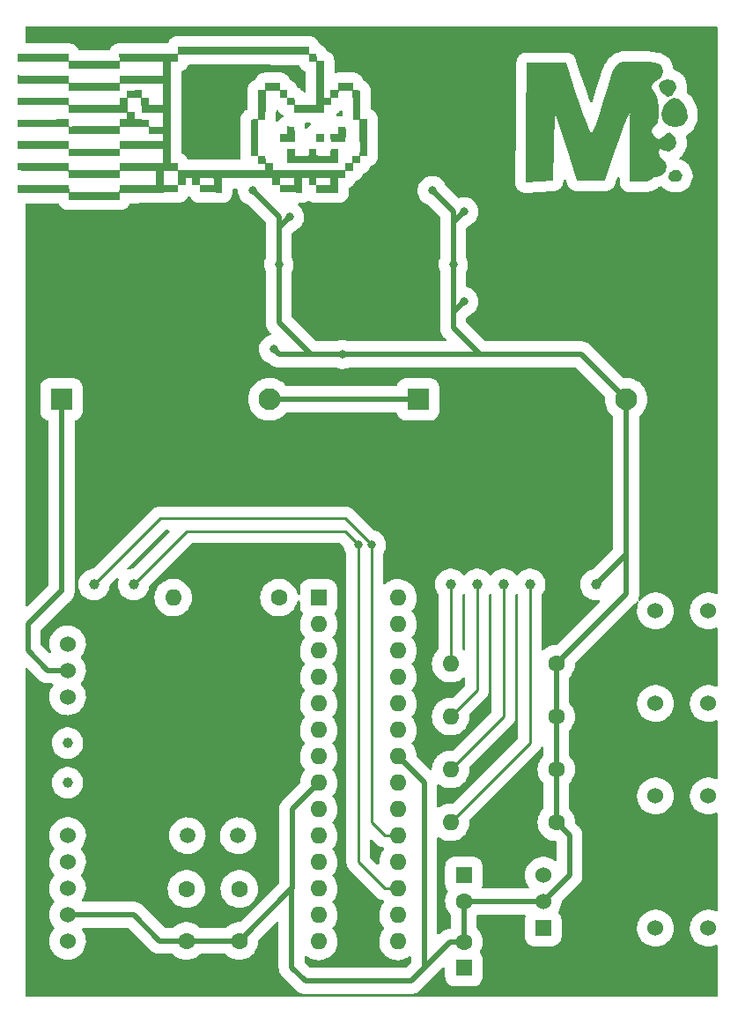
<source format=gbr>
%TF.GenerationSoftware,KiCad,Pcbnew,(6.0.7)*%
%TF.CreationDate,2022-08-10T19:12:11+02:00*%
%TF.ProjectId,MAKE_PCB,4d414b45-5f50-4434-922e-6b696361645f,rev?*%
%TF.SameCoordinates,Original*%
%TF.FileFunction,Copper,L2,Bot*%
%TF.FilePolarity,Positive*%
%FSLAX46Y46*%
G04 Gerber Fmt 4.6, Leading zero omitted, Abs format (unit mm)*
G04 Created by KiCad (PCBNEW (6.0.7)) date 2022-08-10 19:12:11*
%MOMM*%
%LPD*%
G01*
G04 APERTURE LIST*
%TA.AperFunction,ComponentPad*%
%ADD10C,1.000000*%
%TD*%
%TA.AperFunction,ComponentPad*%
%ADD11C,2.100000*%
%TD*%
%TA.AperFunction,ComponentPad*%
%ADD12R,2.100000X2.100000*%
%TD*%
%TA.AperFunction,ComponentPad*%
%ADD13R,1.524000X1.524000*%
%TD*%
%TA.AperFunction,ComponentPad*%
%ADD14C,1.524000*%
%TD*%
%TA.AperFunction,ComponentPad*%
%ADD15C,1.600000*%
%TD*%
%TA.AperFunction,ComponentPad*%
%ADD16R,1.600000X1.600000*%
%TD*%
%TA.AperFunction,ComponentPad*%
%ADD17O,1.600000X1.600000*%
%TD*%
%TA.AperFunction,ComponentPad*%
%ADD18C,1.500000*%
%TD*%
%TA.AperFunction,ViaPad*%
%ADD19C,0.800000*%
%TD*%
%TA.AperFunction,Conductor*%
%ADD20C,0.500000*%
%TD*%
%TA.AperFunction,Conductor*%
%ADD21C,0.250000*%
%TD*%
G04 APERTURE END LIST*
%TO.C,G\u002A\u002A\u002A*%
G36*
X53022927Y-109563567D02*
G01*
X53013672Y-110256314D01*
X53004416Y-110949061D01*
X51941793Y-110940028D01*
X50879171Y-110930996D01*
X50874199Y-110592064D01*
X50869226Y-110253132D01*
X50527369Y-110250206D01*
X50185511Y-110247281D01*
X50184086Y-110196003D01*
X50920505Y-110196003D01*
X52281238Y-110196003D01*
X52276039Y-109879785D01*
X52270841Y-109563567D01*
X51595673Y-109554298D01*
X50920505Y-109545028D01*
X50920505Y-110196003D01*
X50184086Y-110196003D01*
X50175765Y-109896493D01*
X50166018Y-109545705D01*
X47740031Y-109546931D01*
X45314044Y-109548156D01*
X45314044Y-110949063D01*
X44246592Y-110940029D01*
X43179139Y-110930996D01*
X43178287Y-110590978D01*
X43177436Y-110250961D01*
X42852672Y-110258612D01*
X42708248Y-110259281D01*
X42588988Y-110254754D01*
X42511872Y-110245927D01*
X42493721Y-110239679D01*
X42478947Y-110196003D01*
X43228715Y-110196003D01*
X44596144Y-110196003D01*
X44595677Y-109948156D01*
X44596578Y-109813034D01*
X44594113Y-109711992D01*
X44579665Y-109640114D01*
X44544615Y-109592487D01*
X44480345Y-109564194D01*
X44378237Y-109550321D01*
X44229674Y-109545953D01*
X44026036Y-109546176D01*
X43891349Y-109546474D01*
X43228715Y-109546474D01*
X43228715Y-110196003D01*
X42478947Y-110196003D01*
X42478910Y-110195895D01*
X42467332Y-110100265D01*
X42460596Y-109969294D01*
X42459536Y-109888331D01*
X42459536Y-109563567D01*
X42144528Y-109553753D01*
X41864445Y-109545028D01*
X41829519Y-109543940D01*
X41819763Y-109895611D01*
X41810007Y-110247281D01*
X41126292Y-110247281D01*
X41121313Y-110589139D01*
X41116333Y-110930996D01*
X38318082Y-110948089D01*
X35519832Y-110965182D01*
X35510047Y-111298493D01*
X35500263Y-111631804D01*
X30582469Y-111631804D01*
X30572685Y-111298493D01*
X30562900Y-110965182D01*
X28127165Y-110965182D01*
X27725839Y-110964831D01*
X27345097Y-110963818D01*
X26990364Y-110962200D01*
X26667067Y-110960032D01*
X26380632Y-110957374D01*
X26136485Y-110954281D01*
X25940052Y-110950810D01*
X25796759Y-110947020D01*
X25712034Y-110942966D01*
X25690064Y-110939542D01*
X25689367Y-110896511D01*
X25688573Y-110800832D01*
X25687797Y-110668229D01*
X25687331Y-110563499D01*
X25685964Y-110213096D01*
X30597086Y-110213096D01*
X30631272Y-110896810D01*
X35451460Y-110896810D01*
X35461203Y-110546406D01*
X35470945Y-110196003D01*
X38989684Y-110196003D01*
X39707584Y-110196003D01*
X41075014Y-110196003D01*
X41075014Y-109533038D01*
X41074457Y-109302221D01*
X41072284Y-109130711D01*
X41067738Y-109009454D01*
X41060060Y-108929391D01*
X41048495Y-108881465D01*
X41032286Y-108856618D01*
X41017774Y-108848109D01*
X40966138Y-108841194D01*
X40858410Y-108835634D01*
X40706857Y-108831761D01*
X40523749Y-108829907D01*
X40353735Y-108830158D01*
X40130733Y-108832485D01*
X39967109Y-108836615D01*
X39853879Y-108843339D01*
X39782059Y-108853451D01*
X39742662Y-108867743D01*
X39727261Y-108885447D01*
X39720989Y-108934779D01*
X39715543Y-109040627D01*
X39711266Y-109191140D01*
X39708500Y-109374464D01*
X39707584Y-109566363D01*
X39707584Y-110196003D01*
X38989684Y-110196003D01*
X38989684Y-108828573D01*
X37374408Y-108828950D01*
X37043840Y-108829474D01*
X36730527Y-108830829D01*
X36441862Y-108832921D01*
X36185236Y-108835659D01*
X35968041Y-108838949D01*
X35797671Y-108842699D01*
X35681516Y-108846816D01*
X35629028Y-108850825D01*
X35498925Y-108872324D01*
X35505402Y-109193434D01*
X35506574Y-109334465D01*
X35504371Y-109447715D01*
X35499262Y-109517228D01*
X35495448Y-109530974D01*
X35459410Y-109533681D01*
X35360466Y-109536251D01*
X35204080Y-109538647D01*
X34995718Y-109540832D01*
X34740844Y-109542770D01*
X34444925Y-109544425D01*
X34113424Y-109545758D01*
X33751807Y-109546735D01*
X33365539Y-109547317D01*
X33038052Y-109547475D01*
X30597086Y-109547545D01*
X30587213Y-109214896D01*
X30577623Y-109037928D01*
X30561448Y-108917180D01*
X30539484Y-108858243D01*
X30535935Y-108855204D01*
X30495662Y-108850757D01*
X30392595Y-108846618D01*
X30232310Y-108842841D01*
X30020383Y-108839482D01*
X29762390Y-108836596D01*
X29463909Y-108834237D01*
X29130515Y-108832461D01*
X28767785Y-108831323D01*
X28381295Y-108830877D01*
X28084435Y-108831024D01*
X27685591Y-108831226D01*
X27307597Y-108830888D01*
X26955877Y-108830048D01*
X26635856Y-108828744D01*
X26352959Y-108827016D01*
X26112612Y-108824900D01*
X25920240Y-108822436D01*
X25781267Y-108819660D01*
X25701120Y-108816612D01*
X25682887Y-108814138D01*
X25686455Y-108773702D01*
X25689292Y-108680284D01*
X25691044Y-108549275D01*
X25691433Y-108443984D01*
X25691433Y-108093580D01*
X28144260Y-108101605D01*
X30597086Y-108109629D01*
X30606829Y-108452008D01*
X30616571Y-108794388D01*
X35468553Y-108794388D01*
X35468553Y-108110673D01*
X39673398Y-108110673D01*
X40425485Y-108110673D01*
X41109199Y-108110673D01*
X41109199Y-108794388D01*
X49487270Y-108794388D01*
X49477440Y-108478170D01*
X49467611Y-108161952D01*
X49125754Y-108157034D01*
X48783896Y-108152117D01*
X48774167Y-107807813D01*
X48764438Y-107463510D01*
X48423059Y-107453780D01*
X48081679Y-107444051D01*
X48081679Y-107392773D01*
X48802773Y-107392773D01*
X49101006Y-107396716D01*
X49242217Y-107399015D01*
X49360602Y-107401731D01*
X49436911Y-107404394D01*
X49450518Y-107405262D01*
X49475516Y-107421483D01*
X49493552Y-107472055D01*
X49506743Y-107567701D01*
X49517205Y-107719143D01*
X49518890Y-107751723D01*
X49535983Y-108093580D01*
X49869293Y-108103364D01*
X50202604Y-108113149D01*
X50206653Y-108428129D01*
X50208017Y-108569136D01*
X50208288Y-108683585D01*
X50207465Y-108754719D01*
X50206653Y-108768748D01*
X50239515Y-108772292D01*
X50336223Y-108775691D01*
X50492251Y-108778912D01*
X50703075Y-108781920D01*
X50964168Y-108784684D01*
X51271005Y-108787169D01*
X51619060Y-108789343D01*
X52003809Y-108791172D01*
X52420725Y-108792622D01*
X52865283Y-108793661D01*
X53332958Y-108794254D01*
X53688353Y-108794388D01*
X57174102Y-108794388D01*
X57183845Y-108448901D01*
X57193587Y-108103415D01*
X57535444Y-108098498D01*
X57877302Y-108093580D01*
X57882335Y-107751723D01*
X57887369Y-107409865D01*
X58172914Y-107407621D01*
X58312774Y-107405847D01*
X58431201Y-107403125D01*
X58507594Y-107399964D01*
X58518600Y-107399074D01*
X58532144Y-107394483D01*
X58543435Y-107380090D01*
X58552639Y-107350339D01*
X58559922Y-107299676D01*
X58565448Y-107222542D01*
X58569383Y-107113383D01*
X58571892Y-106966643D01*
X58573140Y-106776764D01*
X58573293Y-106538192D01*
X58572516Y-106245370D01*
X58570974Y-105892743D01*
X58569879Y-105674939D01*
X58561016Y-103957106D01*
X57911487Y-103957106D01*
X57894394Y-102555491D01*
X57877302Y-101153876D01*
X56544058Y-101153876D01*
X56534316Y-101504280D01*
X56524573Y-101854684D01*
X55799019Y-101854684D01*
X55816723Y-102170902D01*
X55823208Y-102313332D01*
X55825779Y-102430548D01*
X55824187Y-102505311D01*
X55821783Y-102521306D01*
X55782568Y-102536426D01*
X55684896Y-102544739D01*
X55538404Y-102545632D01*
X55468475Y-102543780D01*
X55127812Y-102532068D01*
X55118034Y-102885637D01*
X55108257Y-103239206D01*
X52280807Y-103239206D01*
X52275824Y-102897349D01*
X52270841Y-102555491D01*
X51928984Y-102550574D01*
X51587127Y-102545656D01*
X51577397Y-102201353D01*
X51567668Y-101857049D01*
X51223365Y-101847320D01*
X50879061Y-101837591D01*
X50874144Y-101495734D01*
X50869226Y-101153876D01*
X49535983Y-101153876D01*
X49518890Y-102550521D01*
X49501797Y-103947165D01*
X49159939Y-103952136D01*
X48818082Y-103957106D01*
X48810428Y-105674939D01*
X48802773Y-107392773D01*
X48081679Y-107392773D01*
X48081679Y-103922921D01*
X48424241Y-103913178D01*
X48766804Y-103903436D01*
X48766804Y-101102598D01*
X49484704Y-101102598D01*
X49484704Y-100418883D01*
X50920505Y-100418883D01*
X50920505Y-101102598D01*
X51601828Y-101102598D01*
X51611570Y-101453001D01*
X51621312Y-101803405D01*
X51963170Y-101803753D01*
X52305027Y-101804101D01*
X52314769Y-102154157D01*
X52324512Y-102504213D01*
X54373793Y-102504213D01*
X54364982Y-100427429D01*
X54356171Y-98350646D01*
X53691666Y-98350646D01*
X53682061Y-98008789D01*
X53672456Y-97666931D01*
X47390828Y-97658294D01*
X41109199Y-97649656D01*
X41109231Y-98350646D01*
X40767358Y-98345975D01*
X40425485Y-98341305D01*
X40425485Y-108110673D01*
X39673398Y-108110673D01*
X39673398Y-106742260D01*
X37588069Y-106743767D01*
X35502739Y-106745274D01*
X35502739Y-107461594D01*
X33036806Y-107452822D01*
X30570872Y-107444051D01*
X30577384Y-107093647D01*
X30583896Y-106743244D01*
X28129118Y-106743252D01*
X25674341Y-106743260D01*
X25681650Y-106375755D01*
X25684745Y-106223609D01*
X25687436Y-106097745D01*
X25689392Y-106013277D01*
X25690196Y-105985812D01*
X25718419Y-105973890D01*
X25751258Y-105978467D01*
X25794684Y-105981085D01*
X25900828Y-105983765D01*
X26064034Y-105986457D01*
X26278649Y-105989109D01*
X26539019Y-105991668D01*
X26839490Y-105994083D01*
X27174407Y-105996303D01*
X27538117Y-105998275D01*
X27924965Y-105999948D01*
X28204085Y-106000906D01*
X30597086Y-106008250D01*
X30606829Y-106358654D01*
X30616571Y-106709058D01*
X35473094Y-106709058D01*
X35462277Y-106367493D01*
X35459157Y-106203854D01*
X35462979Y-106097081D01*
X35474908Y-106035913D01*
X35496112Y-106009088D01*
X35499568Y-106007553D01*
X35541574Y-106004306D01*
X35645862Y-106001345D01*
X35806341Y-105998713D01*
X36016923Y-105996456D01*
X36271516Y-105994616D01*
X36564031Y-105993239D01*
X36888378Y-105992368D01*
X37238469Y-105992047D01*
X37601991Y-105992312D01*
X39656306Y-105995446D01*
X39666090Y-105668537D01*
X39675874Y-105341629D01*
X38271783Y-105341629D01*
X38271783Y-104657914D01*
X35502739Y-104657914D01*
X35502739Y-105341629D01*
X30579993Y-105341629D01*
X30579993Y-104658366D01*
X28132976Y-104649594D01*
X25685959Y-104640821D01*
X25685959Y-103922921D01*
X28150069Y-103914149D01*
X30614179Y-103905378D01*
X30614179Y-104243803D01*
X30616066Y-104404323D01*
X30622954Y-104508777D01*
X30636685Y-104569400D01*
X30659101Y-104598425D01*
X30668254Y-104602978D01*
X30741242Y-104622303D01*
X30776333Y-104614357D01*
X30773291Y-104598089D01*
X30803855Y-104593925D01*
X30897326Y-104590227D01*
X31048238Y-104587033D01*
X31251128Y-104584381D01*
X31500532Y-104582311D01*
X31790985Y-104580861D01*
X32117024Y-104580071D01*
X32473184Y-104579979D01*
X32854001Y-104580623D01*
X33112996Y-104581459D01*
X35468553Y-104590469D01*
X35468553Y-103908220D01*
X35818957Y-103898477D01*
X36169361Y-103888735D01*
X36179187Y-103572716D01*
X36189014Y-103256697D01*
X33377580Y-103247951D01*
X30566147Y-103239206D01*
X30575811Y-102907234D01*
X30579508Y-102754473D01*
X30578064Y-102656618D01*
X30568807Y-102600246D01*
X30549065Y-102571936D01*
X30516167Y-102558268D01*
X30505816Y-102555625D01*
X30458945Y-102552471D01*
X30349452Y-102549750D01*
X30183087Y-102547487D01*
X29965600Y-102545704D01*
X29702739Y-102544425D01*
X29400253Y-102543672D01*
X29063892Y-102543470D01*
X28699405Y-102543841D01*
X28312540Y-102544809D01*
X28058787Y-102545740D01*
X27663038Y-102547019D01*
X27287774Y-102547550D01*
X26938520Y-102547370D01*
X26620804Y-102546512D01*
X26340152Y-102545012D01*
X26102089Y-102542906D01*
X25912142Y-102540228D01*
X25775837Y-102537015D01*
X25698701Y-102533301D01*
X25682879Y-102530571D01*
X25680285Y-102487888D01*
X25680073Y-102392527D01*
X25682156Y-102260136D01*
X25684914Y-102154528D01*
X25695487Y-101803405D01*
X28146287Y-101811802D01*
X30597086Y-101820199D01*
X30606829Y-102162206D01*
X30616571Y-102504213D01*
X35473094Y-102504213D01*
X35462277Y-102162281D01*
X35460364Y-101997416D01*
X35466079Y-101881570D01*
X35472244Y-101853234D01*
X36219189Y-101853234D01*
X36228461Y-102529127D01*
X36237732Y-103205020D01*
X36904354Y-103204724D01*
X36904354Y-103904441D01*
X38315798Y-103922921D01*
X38308827Y-104239076D01*
X38307389Y-104380332D01*
X38309352Y-104495071D01*
X38314280Y-104566582D01*
X38317738Y-104580933D01*
X38355269Y-104588607D01*
X38450423Y-104594778D01*
X38592460Y-104599128D01*
X38770641Y-104601340D01*
X38974227Y-104601098D01*
X38994962Y-104600932D01*
X39656306Y-104595228D01*
X39665575Y-103925763D01*
X39674844Y-103256299D01*
X37589484Y-103256299D01*
X37570976Y-101871777D01*
X36895082Y-101862505D01*
X36219189Y-101853234D01*
X35472244Y-101853234D01*
X35478881Y-101822724D01*
X35485646Y-101816949D01*
X35532932Y-101814966D01*
X35631581Y-101812453D01*
X35764588Y-101809813D01*
X35844596Y-101808477D01*
X36169361Y-101803405D01*
X36172202Y-101461548D01*
X36175044Y-101119690D01*
X37622254Y-101101238D01*
X37622254Y-101824505D01*
X37938472Y-101820315D01*
X38081041Y-101818696D01*
X38198325Y-101817866D01*
X38273032Y-101817924D01*
X38288876Y-101818308D01*
X38304759Y-101851792D01*
X38316295Y-101942808D01*
X38322388Y-102080594D01*
X38323062Y-102153806D01*
X38323062Y-102487120D01*
X39673398Y-102505658D01*
X39673398Y-100457085D01*
X37586046Y-100454114D01*
X35498693Y-100451144D01*
X35502903Y-100768324D01*
X35504528Y-100911109D01*
X35505365Y-101028620D01*
X35505314Y-101103597D01*
X35504928Y-101119690D01*
X35471523Y-101124427D01*
X35376335Y-101128700D01*
X35225950Y-101132509D01*
X35026954Y-101135852D01*
X34785933Y-101138726D01*
X34509475Y-101141130D01*
X34204165Y-101143062D01*
X33876589Y-101144520D01*
X33533335Y-101145503D01*
X33180988Y-101146007D01*
X32826136Y-101146033D01*
X32475363Y-101145577D01*
X32135258Y-101144639D01*
X31812405Y-101143215D01*
X31513392Y-101141305D01*
X31244805Y-101138906D01*
X31013229Y-101136016D01*
X30825253Y-101132635D01*
X30687462Y-101128759D01*
X30606441Y-101124387D01*
X30587067Y-101121067D01*
X30580723Y-101082036D01*
X30576983Y-100990479D01*
X30576291Y-100862206D01*
X30577427Y-100778961D01*
X30584000Y-100453069D01*
X25691433Y-100453069D01*
X25695399Y-100017201D01*
X25697984Y-99860125D01*
X25702263Y-99737471D01*
X25707686Y-99659810D01*
X25713702Y-99637712D01*
X25714999Y-99641158D01*
X25721075Y-99652626D01*
X25735996Y-99662533D01*
X25764435Y-99670991D01*
X25811065Y-99678115D01*
X25880559Y-99684018D01*
X25977589Y-99688814D01*
X26106830Y-99692617D01*
X26272953Y-99695540D01*
X26480632Y-99697697D01*
X26734540Y-99699203D01*
X27039350Y-99700170D01*
X27399734Y-99700712D01*
X27820365Y-99700944D01*
X28172406Y-99700983D01*
X30614179Y-99700983D01*
X30614179Y-100418883D01*
X35468553Y-100418883D01*
X35468553Y-99700983D01*
X39674844Y-99700983D01*
X39665575Y-99025814D01*
X39656306Y-98350646D01*
X35519832Y-98350646D01*
X35510087Y-98701274D01*
X35500342Y-99051903D01*
X30572862Y-99034361D01*
X30567881Y-98692503D01*
X30562900Y-98350646D01*
X28127162Y-98350646D01*
X27725814Y-98350296D01*
X27345034Y-98349283D01*
X26990249Y-98347664D01*
X26666888Y-98345496D01*
X26380379Y-98342838D01*
X26136149Y-98339744D01*
X25939628Y-98336274D01*
X25796243Y-98332483D01*
X25711423Y-98328429D01*
X25689377Y-98325007D01*
X25688319Y-98281875D01*
X25687113Y-98186316D01*
X25685939Y-98054272D01*
X25685280Y-97957048D01*
X25683229Y-97614729D01*
X28131611Y-97614960D01*
X28534766Y-97615000D01*
X28917926Y-97615042D01*
X29275607Y-97615086D01*
X29602324Y-97615129D01*
X29892595Y-97615173D01*
X30140935Y-97615215D01*
X30341860Y-97615254D01*
X30489886Y-97615291D01*
X30579530Y-97615324D01*
X30605633Y-97615347D01*
X30615385Y-97647154D01*
X30621213Y-97732798D01*
X30622490Y-97857823D01*
X30620455Y-97957436D01*
X30609638Y-98299367D01*
X35473094Y-98299367D01*
X35451460Y-97615897D01*
X38254691Y-97607229D01*
X41057921Y-97598560D01*
X41077407Y-96897572D01*
X47404135Y-96906208D01*
X53730863Y-96914845D01*
X53735845Y-97256703D01*
X53740828Y-97598560D01*
X54048499Y-97605333D01*
X54189130Y-97608532D01*
X54304380Y-97611345D01*
X54376656Y-97613333D01*
X54390357Y-97613837D01*
X54406264Y-97647108D01*
X54417799Y-97738033D01*
X54423877Y-97875977D01*
X54424542Y-97948921D01*
X54424542Y-98282275D01*
X55125350Y-98301759D01*
X55125350Y-101820498D01*
X55774879Y-101820498D01*
X55774879Y-101102598D01*
X56492779Y-101102598D01*
X56492779Y-100418883D01*
X57928580Y-100418883D01*
X57928580Y-101100206D01*
X58272889Y-101109948D01*
X58617197Y-101119690D01*
X58623292Y-102504213D01*
X58629388Y-103888735D01*
X58980098Y-103898481D01*
X59330809Y-103908226D01*
X59321956Y-105676139D01*
X59313102Y-107444051D01*
X58962699Y-107453794D01*
X58612295Y-107463536D01*
X58612295Y-108144859D01*
X57930972Y-108144859D01*
X57921230Y-108492285D01*
X57911487Y-108839711D01*
X57652190Y-108832075D01*
X57511964Y-108831391D01*
X57386993Y-108836778D01*
X57302877Y-108847083D01*
X57299134Y-108847971D01*
X57205374Y-108871503D01*
X57214672Y-109190948D01*
X57216450Y-109332466D01*
X57213505Y-109447083D01*
X57206476Y-109518407D01*
X57201360Y-109533003D01*
X57159421Y-109542121D01*
X57065365Y-109548023D01*
X56935402Y-109549964D01*
X56852857Y-109549040D01*
X56526965Y-109542467D01*
X56526965Y-110948089D01*
X54375656Y-110948089D01*
X54365913Y-110597685D01*
X54356171Y-110247281D01*
X54031407Y-110253395D01*
X53706642Y-110259509D01*
X53703522Y-110196003D01*
X54407450Y-110196003D01*
X55774879Y-110196003D01*
X55774879Y-109546474D01*
X54407450Y-109546474D01*
X54407450Y-110196003D01*
X53703522Y-110196003D01*
X53672456Y-109563567D01*
X53022927Y-109563567D01*
G37*
G36*
X57098392Y-104604856D02*
G01*
X57175490Y-104609018D01*
X57193587Y-104611956D01*
X57205651Y-104650373D01*
X57214558Y-104752817D01*
X57220143Y-104915008D01*
X57222241Y-105132667D01*
X57221395Y-105333457D01*
X57215017Y-106042436D01*
X56518412Y-106051657D01*
X56306725Y-106053342D01*
X56118617Y-106052714D01*
X55964687Y-106049983D01*
X55855529Y-106045358D01*
X55801739Y-106039049D01*
X55798344Y-106037413D01*
X55788574Y-105995375D01*
X55780796Y-105900497D01*
X55775975Y-105768303D01*
X55774879Y-105660695D01*
X55774879Y-105307443D01*
X56490387Y-105307443D01*
X56500130Y-104957039D01*
X56509872Y-104606635D01*
X56834637Y-104603034D01*
X56979108Y-104602720D01*
X57098392Y-104604856D01*
G37*
G36*
X55124827Y-105657847D02*
G01*
X55122279Y-105807919D01*
X55115827Y-105933069D01*
X55106551Y-106017083D01*
X55099187Y-106042436D01*
X55054536Y-106057031D01*
X54954034Y-106065951D01*
X54810032Y-106068392D01*
X54723668Y-106066879D01*
X54373264Y-106057137D01*
X54373264Y-105307443D01*
X55125350Y-105307443D01*
X55124827Y-105657847D01*
G37*
G36*
X51657825Y-104578073D02*
G01*
X51712274Y-104586964D01*
X51816160Y-104594811D01*
X51950549Y-104600335D01*
X52005400Y-104601554D01*
X52305027Y-104606635D01*
X52314253Y-105333082D01*
X52323480Y-106059529D01*
X51604899Y-106059529D01*
X51391490Y-106059142D01*
X51203168Y-106058060D01*
X51049939Y-106056403D01*
X50941808Y-106054288D01*
X50888782Y-106051835D01*
X50885082Y-106050983D01*
X50883941Y-106015491D01*
X50881813Y-105926031D01*
X50879023Y-105796995D01*
X50876535Y-105674931D01*
X50869226Y-105307427D01*
X51570034Y-105307443D01*
X51570034Y-104985474D01*
X51572396Y-104802012D01*
X51580717Y-104678210D01*
X51596846Y-104605483D01*
X51622635Y-104575244D01*
X51657825Y-104578073D01*
G37*
G36*
X52322120Y-107392773D02*
G01*
X52937463Y-107397046D01*
X53139284Y-107398655D01*
X53320141Y-107400486D01*
X53467801Y-107402386D01*
X53570035Y-107404198D01*
X53612631Y-107405592D01*
X53639972Y-107400295D01*
X53658316Y-107371908D01*
X53670024Y-107308680D01*
X53677458Y-107198859D01*
X53682199Y-107059462D01*
X53691941Y-106709058D01*
X54407450Y-106709058D01*
X54411498Y-107025276D01*
X54412861Y-107166566D01*
X54413134Y-107281315D01*
X54412318Y-107352807D01*
X54411498Y-107367133D01*
X54442590Y-107375476D01*
X54531502Y-107383240D01*
X54667686Y-107389910D01*
X54840591Y-107394968D01*
X55039666Y-107397899D01*
X55039886Y-107397900D01*
X55242973Y-107399707D01*
X55423705Y-107401616D01*
X55570462Y-107403482D01*
X55671623Y-107405156D01*
X55715054Y-107406447D01*
X55736527Y-107386449D01*
X55751935Y-107317727D01*
X55762356Y-107193153D01*
X55767528Y-107059462D01*
X55777271Y-106709058D01*
X56524273Y-106709058D01*
X56534166Y-107412782D01*
X56536477Y-107624856D01*
X56537246Y-107812696D01*
X56536537Y-107965945D01*
X56534412Y-108074246D01*
X56530933Y-108127240D01*
X56529814Y-108130683D01*
X56494152Y-108133002D01*
X56395542Y-108135204D01*
X56239405Y-108137257D01*
X56031166Y-108139129D01*
X55776246Y-108140791D01*
X55480069Y-108142211D01*
X55148058Y-108143359D01*
X54785634Y-108144202D01*
X54398221Y-108144712D01*
X54042802Y-108144859D01*
X51570034Y-108144859D01*
X51570034Y-106709058D01*
X52322120Y-106709058D01*
X52322120Y-107392773D01*
G37*
G36*
X88655009Y-100150058D02*
G01*
X88949718Y-100396151D01*
X89051085Y-100905614D01*
X88681496Y-101493370D01*
X88479240Y-101679851D01*
X88187577Y-101756942D01*
X87801298Y-101472356D01*
X87500111Y-101123912D01*
X87328217Y-100714822D01*
X87333727Y-100643891D01*
X87600737Y-100250224D01*
X88113250Y-100054929D01*
X88655009Y-100150058D01*
G37*
G36*
X89169494Y-101956434D02*
G01*
X89696234Y-102386727D01*
X90021723Y-103041135D01*
X90076917Y-103749381D01*
X89792772Y-104341188D01*
X89450416Y-104533181D01*
X88837128Y-104642970D01*
X88319427Y-104572271D01*
X87767446Y-104167429D01*
X87579703Y-103417921D01*
X87584244Y-103313251D01*
X87805154Y-102635600D01*
X88255651Y-102096493D01*
X88793432Y-101876634D01*
X89169494Y-101956434D01*
G37*
G36*
X85280152Y-98355842D02*
G01*
X85388801Y-98356045D01*
X86508688Y-98396052D01*
X87210667Y-98513719D01*
X87569687Y-98721001D01*
X87584509Y-98739436D01*
X87752134Y-99300630D01*
X87554341Y-99875943D01*
X87063868Y-100246063D01*
X86710816Y-100455920D01*
X86605604Y-100886175D01*
X86950990Y-101373663D01*
X87046865Y-101484305D01*
X87248021Y-102033358D01*
X87339011Y-102788991D01*
X87319836Y-103576870D01*
X87190495Y-104222660D01*
X86950990Y-104552027D01*
X86688577Y-104733718D01*
X86607916Y-105165340D01*
X86943979Y-105643092D01*
X86957137Y-105653913D01*
X87325787Y-105807673D01*
X87716397Y-105548143D01*
X87994192Y-105299433D01*
X88384521Y-105173739D01*
X88786831Y-105447723D01*
X88955845Y-105677935D01*
X89035472Y-106220367D01*
X88805595Y-106702747D01*
X88365312Y-106977485D01*
X87813723Y-106896990D01*
X87710715Y-106844172D01*
X87401951Y-106789558D01*
X87328217Y-107122068D01*
X87389303Y-107409245D01*
X87705445Y-107751736D01*
X87933340Y-107898756D01*
X88094886Y-108330983D01*
X87955314Y-108832725D01*
X87578028Y-109248090D01*
X87026435Y-109421188D01*
X86781998Y-109461275D01*
X86573762Y-109672673D01*
X86548111Y-109729046D01*
X86197744Y-109868382D01*
X85567821Y-109924159D01*
X84561881Y-109924159D01*
X84532084Y-106969208D01*
X84524909Y-105855432D01*
X84526578Y-104805763D01*
X84537215Y-104027753D01*
X84555993Y-103637030D01*
X84578000Y-103394605D01*
X84509549Y-103309469D01*
X84317474Y-103641232D01*
X84019697Y-104349587D01*
X83634136Y-105394227D01*
X83178712Y-106734846D01*
X82172772Y-109798416D01*
X79459251Y-109798416D01*
X78387810Y-106529109D01*
X77316368Y-103259802D01*
X77229718Y-106529109D01*
X77143069Y-109798416D01*
X75818016Y-109874595D01*
X74492964Y-109950773D01*
X74560591Y-104216179D01*
X74628217Y-98481584D01*
X78400495Y-98481584D01*
X79471494Y-101740504D01*
X79576295Y-102057298D01*
X79978310Y-103234169D01*
X80333424Y-104216718D01*
X80606400Y-104909966D01*
X80762002Y-105218933D01*
X80764809Y-105221471D01*
X80923755Y-105071352D01*
X81186226Y-104512477D01*
X81521815Y-103618477D01*
X81900115Y-102462984D01*
X82301885Y-101149570D01*
X82657363Y-100017089D01*
X82946721Y-99237758D01*
X83223629Y-98746362D01*
X83541757Y-98477688D01*
X83954774Y-98366519D01*
X84516349Y-98347642D01*
X85280152Y-98355842D01*
G37*
G36*
X89386885Y-108865170D02*
G01*
X89589185Y-109302091D01*
X89423927Y-109756502D01*
X89096734Y-109911601D01*
X88587078Y-109859786D01*
X88250270Y-109565318D01*
X88232448Y-109507687D01*
X88333462Y-109074208D01*
X88722429Y-108770987D01*
X89211153Y-108756447D01*
X89386885Y-108865170D01*
G37*
%TD*%
D10*
%TO.P,5V,1,1*%
%TO.N,Net-(ATmega168V-10PI1-Pad20)*%
X30480000Y-167640000D03*
%TD*%
%TO.P,Fancy,1,1*%
%TO.N,Net-(ATmega168V-10PI1-Pad23)*%
X74930000Y-148590000D03*
%TD*%
%TO.P,GND,1,1*%
%TO.N,Net-(ATmega168V-10PI1-Pad22)*%
X81280000Y-148590000D03*
%TD*%
%TO.P,B,1,1*%
%TO.N,Net-(ATmega168V-10PI1-Pad24)*%
X72390000Y-148590000D03*
%TD*%
%TO.P,R,1,1*%
%TO.N,Net-(R6-Pad1)*%
X67310000Y-148590000D03*
%TD*%
%TO.P,DI,1,1*%
%TO.N,Net-(ATmega168V-10PI1-Pad17)*%
X36830000Y-148590000D03*
%TD*%
%TO.P,CI,1,1*%
%TO.N,Net-(ATmega168V-10PI1-Pad19)*%
X33020000Y-148590000D03*
%TD*%
%TO.P,G,1,1*%
%TO.N,Net-(G1-Pad1)*%
X69850000Y-148590000D03*
%TD*%
%TO.P,6V,1,1*%
%TO.N,Net-(C1-Pad1)*%
X30480000Y-163830000D03*
%TD*%
D11*
%TO.P,CR2450_2,2,-*%
%TO.N,Net-(CR2450_1-Pad1)*%
X49890914Y-130810000D03*
D12*
%TO.P,CR2450_2,1,+*%
%TO.N,Net-(CR2450_2-Pad1)*%
X29890914Y-130810000D03*
%TD*%
D13*
%TO.P,L7805CV1,1,IN*%
%TO.N,Net-(C1-Pad1)*%
X76200000Y-181610000D03*
D14*
%TO.P,L7805CV1,2,GND*%
%TO.N,Net-(ATmega168V-10PI1-Pad22)*%
X76200000Y-179070000D03*
%TO.P,L7805CV1,3,OUT*%
%TO.N,Net-(ATmega168V-10PI1-Pad20)*%
X76200000Y-176530000D03*
%TD*%
D15*
%TO.P,C3,1*%
%TO.N,Net-(ATmega168V-10PI1-Pad10)*%
X46990000Y-177840000D03*
%TO.P,C3,2*%
%TO.N,Net-(ATmega168V-10PI1-Pad22)*%
X46990000Y-182840000D03*
%TD*%
%TO.P,C4,1*%
%TO.N,Net-(ATmega168V-10PI1-Pad9)*%
X41910000Y-177840000D03*
%TO.P,C4,2*%
%TO.N,Net-(ATmega168V-10PI1-Pad22)*%
X41910000Y-182840000D03*
%TD*%
D14*
%TO.P,Button1,1,1*%
%TO.N,Net-(R6-Pad1)*%
X86995000Y-151130000D03*
%TO.P,Button1,2,2*%
%TO.N,Net-(ATmega168V-10PI1-Pad20)*%
X92075000Y-151130000D03*
%TD*%
%TO.P,ProgramingPins,1,Pin_1*%
%TO.N,Net-(ATmega168V-10PI1-Pad20)*%
X30480000Y-182880000D03*
%TO.P,ProgramingPins,2,Pin_2*%
%TO.N,Net-(ATmega168V-10PI1-Pad22)*%
X30480000Y-180340000D03*
%TO.P,ProgramingPins,3,Pin_3*%
%TO.N,Net-(ATmega168V-10PI1-Pad3)*%
X30480000Y-177800000D03*
%TO.P,ProgramingPins,4,Pin_4*%
%TO.N,Net-(ATmega168V-10PI1-Pad2)*%
X30480000Y-175260000D03*
%TO.P,ProgramingPins,5,Pin_5*%
%TO.N,Net-(ATmega168V-10PI1-Pad1)*%
X30480000Y-172720000D03*
%TD*%
D16*
%TO.P,C2,1*%
%TO.N,Net-(ATmega168V-10PI1-Pad20)*%
X68580000Y-176530000D03*
D15*
%TO.P,C2,2*%
%TO.N,Net-(ATmega168V-10PI1-Pad22)*%
X68580000Y-179030000D03*
%TD*%
D14*
%TO.P,POWER,1,1*%
%TO.N,Net-(C1-Pad1)*%
X30480000Y-154305000D03*
%TO.P,POWER,2,2*%
%TO.N,Net-(CR2450_2-Pad1)*%
X30480000Y-156845000D03*
%TO.P,POWER,3,3*%
%TO.N,unconnected-(POWER1-Pad3)*%
X30480000Y-159385000D03*
%TD*%
D15*
%TO.P,R2,1*%
%TO.N,Net-(ATmega168V-10PI1-Pad22)*%
X77470000Y-161290000D03*
D17*
%TO.P,R2,2*%
%TO.N,Net-(G1-Pad1)*%
X67310000Y-161290000D03*
%TD*%
D16*
%TO.P,ATmega-XXXX-X,1,~{RESET}/PC6*%
%TO.N,Net-(ATmega168V-10PI1-Pad1)*%
X54620000Y-149870000D03*
D17*
%TO.P,ATmega-XXXX-X,2,PD0*%
%TO.N,Net-(ATmega168V-10PI1-Pad2)*%
X54620000Y-152410000D03*
%TO.P,ATmega-XXXX-X,3,PD1*%
%TO.N,Net-(ATmega168V-10PI1-Pad3)*%
X54620000Y-154950000D03*
%TO.P,ATmega-XXXX-X,4,PD2*%
%TO.N,unconnected-(ATmega168V-10PI1-Pad4)*%
X54620000Y-157490000D03*
%TO.P,ATmega-XXXX-X,5,PD3*%
%TO.N,unconnected-(ATmega168V-10PI1-Pad5)*%
X54620000Y-160030000D03*
%TO.P,ATmega-XXXX-X,6,PD4*%
%TO.N,unconnected-(ATmega168V-10PI1-Pad6)*%
X54620000Y-162570000D03*
%TO.P,ATmega-XXXX-X,7,VCC*%
%TO.N,Net-(ATmega168V-10PI1-Pad20)*%
X54620000Y-165110000D03*
%TO.P,ATmega-XXXX-X,8,GND*%
%TO.N,Net-(ATmega168V-10PI1-Pad22)*%
X54620000Y-167650000D03*
%TO.P,ATmega-XXXX-X,9,XTAL1/PB6*%
%TO.N,Net-(ATmega168V-10PI1-Pad9)*%
X54620000Y-170190000D03*
%TO.P,ATmega-XXXX-X,10,XTAL2/PB7*%
%TO.N,Net-(ATmega168V-10PI1-Pad10)*%
X54620000Y-172730000D03*
%TO.P,ATmega-XXXX-X,11,PD5*%
%TO.N,unconnected-(ATmega168V-10PI1-Pad11)*%
X54620000Y-175270000D03*
%TO.P,ATmega-XXXX-X,12,PD6*%
%TO.N,unconnected-(ATmega168V-10PI1-Pad12)*%
X54620000Y-177810000D03*
%TO.P,ATmega-XXXX-X,13,PD7*%
%TO.N,unconnected-(ATmega168V-10PI1-Pad13)*%
X54620000Y-180350000D03*
%TO.P,ATmega-XXXX-X,14,PB0*%
%TO.N,unconnected-(ATmega168V-10PI1-Pad14)*%
X54620000Y-182890000D03*
%TO.P,ATmega-XXXX-X,15,PB1*%
%TO.N,unconnected-(ATmega168V-10PI1-Pad15)*%
X62240000Y-182890000D03*
%TO.P,ATmega-XXXX-X,16,PB2*%
%TO.N,unconnected-(ATmega168V-10PI1-Pad16)*%
X62240000Y-180350000D03*
%TO.P,ATmega-XXXX-X,17,PB3*%
%TO.N,Net-(ATmega168V-10PI1-Pad17)*%
X62240000Y-177810000D03*
%TO.P,ATmega-XXXX-X,18,PB4*%
%TO.N,unconnected-(ATmega168V-10PI1-Pad18)*%
X62240000Y-175270000D03*
%TO.P,ATmega-XXXX-X,19,PB5*%
%TO.N,Net-(ATmega168V-10PI1-Pad19)*%
X62240000Y-172730000D03*
%TO.P,ATmega-XXXX-X,20,AVCC*%
%TO.N,Net-(ATmega168V-10PI1-Pad20)*%
X62240000Y-170190000D03*
%TO.P,ATmega-XXXX-X,21,AREF*%
X62240000Y-167650000D03*
%TO.P,ATmega-XXXX-X,22,GND*%
%TO.N,Net-(ATmega168V-10PI1-Pad22)*%
X62240000Y-165110000D03*
%TO.P,ATmega-XXXX-X,23,PC0*%
%TO.N,Net-(ATmega168V-10PI1-Pad23)*%
X62240000Y-162570000D03*
%TO.P,ATmega-XXXX-X,24,PC1*%
%TO.N,Net-(ATmega168V-10PI1-Pad24)*%
X62240000Y-160030000D03*
%TO.P,ATmega-XXXX-X,25,PC2*%
%TO.N,Net-(G1-Pad1)*%
X62240000Y-157490000D03*
%TO.P,ATmega-XXXX-X,26,PC3*%
%TO.N,Net-(R6-Pad1)*%
X62240000Y-154950000D03*
%TO.P,ATmega-XXXX-X,27,PC4*%
%TO.N,unconnected-(ATmega168V-10PI1-Pad27)*%
X62240000Y-152410000D03*
%TO.P,ATmega-XXXX-X,28,PC5*%
%TO.N,unconnected-(ATmega168V-10PI1-Pad28)*%
X62240000Y-149870000D03*
%TD*%
D14*
%TO.P,Button4,1,1*%
%TO.N,Net-(ATmega168V-10PI1-Pad23)*%
X86995000Y-181610000D03*
%TO.P,Button4,2,2*%
%TO.N,Net-(ATmega168V-10PI1-Pad20)*%
X92075000Y-181610000D03*
%TD*%
D15*
%TO.P,R5,1*%
%TO.N,Net-(ATmega168V-10PI1-Pad1)*%
X50800000Y-149860000D03*
D17*
%TO.P,R5,2*%
%TO.N,Net-(ATmega168V-10PI1-Pad20)*%
X40640000Y-149860000D03*
%TD*%
D15*
%TO.P,R1,1*%
%TO.N,Net-(ATmega168V-10PI1-Pad22)*%
X77470000Y-156210000D03*
D17*
%TO.P,R1,2*%
%TO.N,Net-(R6-Pad1)*%
X67310000Y-156210000D03*
%TD*%
D14*
%TO.P,Button2,1,1*%
%TO.N,Net-(G1-Pad1)*%
X86995000Y-160020000D03*
%TO.P,Button2,2,2*%
%TO.N,Net-(ATmega168V-10PI1-Pad20)*%
X92075000Y-160020000D03*
%TD*%
D18*
%TO.P,Crystal,1,1*%
%TO.N,Net-(ATmega168V-10PI1-Pad9)*%
X42000000Y-172720000D03*
%TO.P,Crystal,2,2*%
%TO.N,Net-(ATmega168V-10PI1-Pad10)*%
X46880000Y-172720000D03*
%TD*%
D14*
%TO.P,Button3,1,1*%
%TO.N,Net-(ATmega168V-10PI1-Pad24)*%
X86995000Y-168910000D03*
%TO.P,Button3,2,2*%
%TO.N,Net-(ATmega168V-10PI1-Pad20)*%
X92075000Y-168910000D03*
%TD*%
D15*
%TO.P,R4,1*%
%TO.N,Net-(ATmega168V-10PI1-Pad22)*%
X77470000Y-171450000D03*
D17*
%TO.P,R4,2*%
%TO.N,Net-(ATmega168V-10PI1-Pad23)*%
X67310000Y-171450000D03*
%TD*%
D16*
%TO.P,C1,1*%
%TO.N,Net-(C1-Pad1)*%
X68580000Y-185420000D03*
D15*
%TO.P,C1,2*%
%TO.N,Net-(ATmega168V-10PI1-Pad22)*%
X68580000Y-182920000D03*
%TD*%
%TO.P,R3,1*%
%TO.N,Net-(ATmega168V-10PI1-Pad22)*%
X77470000Y-166370000D03*
D17*
%TO.P,R3,2*%
%TO.N,Net-(ATmega168V-10PI1-Pad24)*%
X67310000Y-166370000D03*
%TD*%
D12*
%TO.P,CR2450_1,1,+*%
%TO.N,Net-(CR2450_1-Pad1)*%
X64180914Y-130810000D03*
D11*
%TO.P,CR2450_1,2,-*%
%TO.N,Net-(ATmega168V-10PI1-Pad22)*%
X84180914Y-130810000D03*
%TD*%
D19*
%TO.N,Net-(ATmega168V-10PI1-Pad17)*%
X58420000Y-144780000D03*
%TO.N,Net-(ATmega168V-10PI1-Pad19)*%
X59690000Y-144780000D03*
%TO.N,Net-(ATmega168V-10PI1-Pad22)*%
X48260000Y-110744000D03*
X51816000Y-113284000D03*
X50800000Y-117856000D03*
X50292000Y-125984000D03*
X56896000Y-126492000D03*
X67564000Y-117856000D03*
X65532000Y-110744000D03*
X68580000Y-112776000D03*
X68580000Y-121412000D03*
%TD*%
D20*
%TO.N,Net-(CR2450_2-Pad1)*%
X26670000Y-152400000D02*
X26670000Y-154940000D01*
X29799086Y-149270914D02*
X26670000Y-152400000D01*
X29890914Y-149270914D02*
X29799086Y-149270914D01*
X29890914Y-149270914D02*
X29890914Y-130810000D01*
D21*
%TO.N,Net-(ATmega168V-10PI1-Pad19)*%
X39370000Y-142240000D02*
X33020000Y-148590000D01*
X57150000Y-142240000D02*
X39370000Y-142240000D01*
X59690000Y-144780000D02*
X57150000Y-142240000D01*
%TO.N,Net-(ATmega168V-10PI1-Pad17)*%
X41910000Y-143510000D02*
X36830000Y-148590000D01*
X58420000Y-144780000D02*
X57150000Y-143510000D01*
X57150000Y-143510000D02*
X41910000Y-143510000D01*
D20*
%TO.N,Net-(CR2450_2-Pad1)*%
X28575000Y-156845000D02*
X30480000Y-156845000D01*
X26670000Y-154940000D02*
X28575000Y-156845000D01*
%TO.N,Net-(ATmega168V-10PI1-Pad22)*%
X84180914Y-145689086D02*
X81280000Y-148590000D01*
D21*
%TO.N,Net-(ATmega168V-10PI1-Pad23)*%
X74930000Y-163830000D02*
X74930000Y-148590000D01*
X67310000Y-171450000D02*
X74930000Y-163830000D01*
%TO.N,Net-(ATmega168V-10PI1-Pad24)*%
X67310000Y-166370000D02*
X72390000Y-161290000D01*
X72390000Y-161290000D02*
X72390000Y-148590000D01*
%TO.N,Net-(G1-Pad1)*%
X69850000Y-158750000D02*
X69850000Y-148590000D01*
X67310000Y-161290000D02*
X69850000Y-158750000D01*
%TO.N,Net-(R6-Pad1)*%
X67310000Y-156210000D02*
X67310000Y-148590000D01*
D20*
%TO.N,Net-(ATmega168V-10PI1-Pad22)*%
X84180914Y-145140914D02*
X84180914Y-145689086D01*
X84180914Y-145140914D02*
X84180914Y-146156914D01*
X84180914Y-130810000D02*
X84180914Y-145140914D01*
X84180914Y-146156914D02*
X84180914Y-149499086D01*
D21*
%TO.N,Net-(ATmega168V-10PI1-Pad19)*%
X60970000Y-172730000D02*
X62240000Y-172730000D01*
X59690000Y-171450000D02*
X60970000Y-172730000D01*
X59690000Y-144780000D02*
X59690000Y-171450000D01*
D20*
%TO.N,Net-(ATmega168V-10PI1-Pad22)*%
X50800000Y-117856000D02*
X50800000Y-114300000D01*
X67564000Y-117856000D02*
X67564000Y-113792000D01*
X50800000Y-118364000D02*
X50800000Y-117856000D01*
X50800000Y-123444000D02*
X50800000Y-118364000D01*
X50800000Y-114300000D02*
X51816000Y-113284000D01*
X50800000Y-114300000D02*
X50800000Y-113284000D01*
X50800000Y-113284000D02*
X48260000Y-110744000D01*
X53848000Y-126492000D02*
X50800000Y-126492000D01*
X53848000Y-126492000D02*
X50800000Y-123444000D01*
X56388000Y-126492000D02*
X53848000Y-126492000D01*
X56896000Y-126492000D02*
X56388000Y-126492000D01*
X50800000Y-126492000D02*
X50292000Y-125984000D01*
X70104000Y-126492000D02*
X56896000Y-126492000D01*
X67564000Y-123952000D02*
X67564000Y-122428000D01*
X70104000Y-126492000D02*
X67564000Y-123952000D01*
X79862914Y-126492000D02*
X70104000Y-126492000D01*
X84180914Y-130810000D02*
X79862914Y-126492000D01*
X67564000Y-122428000D02*
X67564000Y-117856000D01*
X67564000Y-122428000D02*
X68580000Y-121412000D01*
X67564000Y-113792000D02*
X68580000Y-112776000D01*
X67564000Y-113792000D02*
X67564000Y-113284000D01*
X67564000Y-112776000D02*
X65532000Y-110744000D01*
X67564000Y-113284000D02*
X67564000Y-112776000D01*
D21*
%TO.N,Net-(ATmega168V-10PI1-Pad17)*%
X58420000Y-175260000D02*
X58420000Y-144780000D01*
X60970000Y-177810000D02*
X58420000Y-175260000D01*
X62240000Y-177810000D02*
X60970000Y-177810000D01*
D20*
%TO.N,Net-(ATmega168V-10PI1-Pad22)*%
X46990000Y-182840000D02*
X41910000Y-182840000D01*
X84180914Y-149499086D02*
X77470000Y-156210000D01*
X46990000Y-182840000D02*
X52030000Y-177800000D01*
X36830000Y-180340000D02*
X30480000Y-180340000D01*
X52070000Y-177800000D02*
X52070000Y-170200000D01*
X52030000Y-185380000D02*
X53340000Y-186690000D01*
D21*
X63500000Y-186690000D02*
X63500000Y-186650000D01*
D20*
X67270000Y-182920000D02*
X68580000Y-182920000D01*
X62240000Y-165110000D02*
X64770000Y-167640000D01*
X52070000Y-170200000D02*
X54620000Y-167650000D01*
X39330000Y-182840000D02*
X36830000Y-180340000D01*
X53340000Y-186690000D02*
X63500000Y-186690000D01*
X77470000Y-156210000D02*
X77470000Y-171450000D01*
X78740000Y-172720000D02*
X78740000Y-176530000D01*
X64770000Y-167640000D02*
X64770000Y-185420000D01*
X63500000Y-186690000D02*
X64770000Y-185420000D01*
X76200000Y-179070000D02*
X68620000Y-179070000D01*
X78740000Y-176530000D02*
X76200000Y-179070000D01*
X77470000Y-171450000D02*
X78740000Y-172720000D01*
X52030000Y-177800000D02*
X52030000Y-185380000D01*
D21*
X52030000Y-177800000D02*
X52070000Y-177800000D01*
D20*
X41910000Y-182840000D02*
X39330000Y-182840000D01*
D21*
X68620000Y-179070000D02*
X68580000Y-179030000D01*
D20*
X68580000Y-179030000D02*
X68580000Y-182920000D01*
X64770000Y-185420000D02*
X67270000Y-182920000D01*
%TO.N,Net-(CR2450_1-Pad1)*%
X64180914Y-130810000D02*
X49890914Y-130810000D01*
%TD*%
%TA.AperFunction,NonConductor*%
G36*
X56849729Y-103026219D02*
G01*
X56892593Y-103082815D01*
X56900777Y-103125971D01*
X56902316Y-103252208D01*
X56905036Y-103475235D01*
X56885866Y-103543594D01*
X56832781Y-103590738D01*
X56785699Y-103602595D01*
X56784847Y-103602640D01*
X56781663Y-103602647D01*
X56778483Y-103602977D01*
X56778268Y-103602988D01*
X56773034Y-103603155D01*
X56625059Y-103604796D01*
X56550327Y-103605625D01*
X56538858Y-103605230D01*
X56488680Y-103601199D01*
X56455893Y-103605229D01*
X56431053Y-103608282D01*
X56361001Y-103596740D01*
X56308310Y-103549157D01*
X56289708Y-103480640D01*
X56311103Y-103412944D01*
X56354258Y-103374775D01*
X56353795Y-103374054D01*
X56358450Y-103371067D01*
X56358704Y-103370842D01*
X56364859Y-103367722D01*
X56416450Y-103326707D01*
X56422853Y-103321940D01*
X56436781Y-103312241D01*
X56476942Y-103284274D01*
X56492906Y-103267479D01*
X56505822Y-103255656D01*
X56518967Y-103245206D01*
X56518968Y-103245205D01*
X56523963Y-103241234D01*
X56528054Y-103236344D01*
X56528062Y-103236336D01*
X56566258Y-103190677D01*
X56571556Y-103184737D01*
X56616976Y-103136953D01*
X56629241Y-103117285D01*
X56639514Y-103103110D01*
X56650288Y-103090231D01*
X56654383Y-103085336D01*
X56663862Y-103067743D01*
X56713782Y-103017260D01*
X56783071Y-103001781D01*
X56849729Y-103026219D01*
G37*
%TD.AperFunction*%
%TA.AperFunction,NonConductor*%
G36*
X50721762Y-103059694D02*
G01*
X50746521Y-103089724D01*
X50777873Y-103142698D01*
X50779987Y-103145028D01*
X50781609Y-103147730D01*
X50785922Y-103152425D01*
X50785927Y-103152431D01*
X50848078Y-103220078D01*
X50848559Y-103220604D01*
X50914453Y-103293227D01*
X50916994Y-103295085D01*
X50919125Y-103297405D01*
X50961685Y-103328127D01*
X50998771Y-103354898D01*
X50999405Y-103355359D01*
X51025952Y-103374775D01*
X51078513Y-103413217D01*
X51081371Y-103414524D01*
X51083929Y-103416371D01*
X51089751Y-103418990D01*
X51089752Y-103418991D01*
X51100476Y-103423816D01*
X51166708Y-103453615D01*
X51220623Y-103499805D01*
X51241007Y-103567812D01*
X51221388Y-103636044D01*
X51167069Y-103683262D01*
X51122527Y-103703471D01*
X51122525Y-103703472D01*
X51116711Y-103706110D01*
X51111548Y-103709862D01*
X51106028Y-103713075D01*
X51105992Y-103713013D01*
X51101701Y-103715599D01*
X51101739Y-103715660D01*
X51096322Y-103719037D01*
X51090592Y-103721849D01*
X51085546Y-103725755D01*
X51085544Y-103725756D01*
X51023732Y-103773601D01*
X51020676Y-103775893D01*
X50991098Y-103797386D01*
X50952281Y-103825592D01*
X50947977Y-103830307D01*
X50943217Y-103834563D01*
X50943170Y-103834510D01*
X50937221Y-103839994D01*
X50937275Y-103840053D01*
X50933685Y-103843301D01*
X50929861Y-103846261D01*
X50925274Y-103851101D01*
X50924185Y-103852378D01*
X50880657Y-103903416D01*
X50869907Y-103914556D01*
X50846033Y-103936430D01*
X50842291Y-103941599D01*
X50830873Y-103957370D01*
X50821861Y-103968439D01*
X50815234Y-103975697D01*
X50810868Y-103983022D01*
X50803451Y-103993945D01*
X50802629Y-103994909D01*
X50780784Y-104026506D01*
X50779264Y-104028653D01*
X50737347Y-104086551D01*
X50729508Y-104097378D01*
X50673358Y-104140826D01*
X50602632Y-104147020D01*
X50539785Y-104113993D01*
X50504770Y-104052232D01*
X50501457Y-104021948D01*
X50501805Y-103993475D01*
X50502041Y-103974220D01*
X50502120Y-103971070D01*
X50505435Y-103883440D01*
X50504389Y-103877145D01*
X50503984Y-103870771D01*
X50504306Y-103870751D01*
X50503445Y-103859467D01*
X50511659Y-103188299D01*
X50512099Y-103152360D01*
X50532934Y-103084489D01*
X50587154Y-103038656D01*
X50657547Y-103029413D01*
X50721762Y-103059694D01*
G37*
%TD.AperFunction*%
%TA.AperFunction,NonConductor*%
G36*
X53816707Y-104259708D02*
G01*
X53863200Y-104313364D01*
X53873304Y-104383638D01*
X53843810Y-104448218D01*
X53809670Y-104475909D01*
X53804901Y-104478552D01*
X53804898Y-104478554D01*
X53799320Y-104481646D01*
X53794476Y-104485798D01*
X53787969Y-104491375D01*
X53772366Y-104502794D01*
X53765088Y-104507306D01*
X53765084Y-104507309D01*
X53759665Y-104510669D01*
X53755035Y-104515047D01*
X53755025Y-104515055D01*
X53705823Y-104561583D01*
X53701249Y-104565702D01*
X53677657Y-104585923D01*
X53644993Y-104613920D01*
X53641083Y-104618961D01*
X53641079Y-104618965D01*
X53635828Y-104625735D01*
X53622842Y-104640056D01*
X53622612Y-104640274D01*
X53611984Y-104650324D01*
X53608322Y-104655553D01*
X53608321Y-104655555D01*
X53569490Y-104711012D01*
X53565836Y-104715969D01*
X53532136Y-104759414D01*
X53474579Y-104800980D01*
X53403687Y-104804830D01*
X53341967Y-104769742D01*
X53309015Y-104706856D01*
X53306587Y-104683785D01*
X53306035Y-104640274D01*
X53306328Y-104629950D01*
X53309732Y-104580919D01*
X53309732Y-104580915D01*
X53310174Y-104574547D01*
X53308990Y-104565702D01*
X53299879Y-104497683D01*
X53298123Y-104484567D01*
X53297827Y-104482182D01*
X53288832Y-104403562D01*
X53287500Y-104391925D01*
X53287118Y-104390758D01*
X53291989Y-104321779D01*
X53334485Y-104264906D01*
X53400982Y-104240035D01*
X53410084Y-104239706D01*
X53748586Y-104239706D01*
X53816707Y-104259708D01*
G37*
%TD.AperFunction*%
%TA.AperFunction,NonConductor*%
G36*
X47290986Y-98658658D02*
G01*
X47290991Y-98658658D01*
X52652411Y-98666029D01*
X52720503Y-98686125D01*
X52766922Y-98739844D01*
X52771366Y-98750989D01*
X52778819Y-98772622D01*
X52782076Y-98778128D01*
X52783778Y-98781809D01*
X52785578Y-98785500D01*
X52787785Y-98791498D01*
X52791151Y-98796926D01*
X52791151Y-98796927D01*
X52835156Y-98867901D01*
X52836508Y-98870132D01*
X52882314Y-98947557D01*
X52886601Y-98952282D01*
X52888998Y-98955533D01*
X52891527Y-98958817D01*
X52894892Y-98964245D01*
X52899278Y-98968883D01*
X52956687Y-99029592D01*
X52958465Y-99031513D01*
X53018870Y-99098108D01*
X53024021Y-99101877D01*
X53027014Y-99104571D01*
X53027018Y-99104574D01*
X53030156Y-99107283D01*
X53034547Y-99111926D01*
X53039780Y-99115590D01*
X53039782Y-99115592D01*
X53108189Y-99163491D01*
X53110319Y-99165015D01*
X53177762Y-99214359D01*
X53177765Y-99214361D01*
X53182910Y-99218125D01*
X53188709Y-99220779D01*
X53192227Y-99222842D01*
X53195816Y-99224848D01*
X53201045Y-99228509D01*
X53283168Y-99264047D01*
X53283570Y-99264221D01*
X53285996Y-99265301D01*
X53286496Y-99265530D01*
X53340101Y-99312082D01*
X53360028Y-99379551D01*
X53364074Y-100333201D01*
X53364073Y-100333214D01*
X53364073Y-100333240D01*
X53367641Y-101174276D01*
X53347928Y-101242481D01*
X53294470Y-101289202D01*
X53224240Y-101299603D01*
X53159534Y-101270385D01*
X53133182Y-101238939D01*
X53117785Y-101212897D01*
X53117783Y-101212894D01*
X53114538Y-101207406D01*
X53110254Y-101202681D01*
X53108340Y-101200084D01*
X53108151Y-101199804D01*
X53107968Y-101199561D01*
X53107748Y-101199298D01*
X53105782Y-101196740D01*
X53102425Y-101191313D01*
X53098045Y-101186671D01*
X53098042Y-101186668D01*
X53040421Y-101125610D01*
X53038709Y-101123759D01*
X52982315Y-101061553D01*
X52982308Y-101061547D01*
X52978022Y-101056819D01*
X52972871Y-101053048D01*
X52970473Y-101050889D01*
X52970223Y-101050645D01*
X52970006Y-101050453D01*
X52969732Y-101050235D01*
X52967300Y-101048131D01*
X52962920Y-101043490D01*
X52957700Y-101039827D01*
X52957692Y-101039820D01*
X52888944Y-100991578D01*
X52886894Y-100990109D01*
X52819161Y-100940526D01*
X52814014Y-100936758D01*
X52808213Y-100934101D01*
X52805427Y-100932466D01*
X52805130Y-100932275D01*
X52804900Y-100932143D01*
X52804595Y-100931988D01*
X52801760Y-100930400D01*
X52796541Y-100926738D01*
X52713613Y-100890752D01*
X52711412Y-100889771D01*
X52629214Y-100852127D01*
X52624741Y-100851094D01*
X52567230Y-100810568D01*
X52547637Y-100775701D01*
X52544930Y-100768344D01*
X52544038Y-100765841D01*
X52516875Y-100686921D01*
X52516874Y-100686919D01*
X52514799Y-100680890D01*
X52511554Y-100675401D01*
X52509792Y-100671587D01*
X52507911Y-100667731D01*
X52505709Y-100661746D01*
X52458394Y-100585435D01*
X52457060Y-100583232D01*
X52456978Y-100583092D01*
X52436043Y-100547684D01*
X52414606Y-100511424D01*
X52414604Y-100511421D01*
X52411355Y-100505926D01*
X52407068Y-100501197D01*
X52404546Y-100497776D01*
X52401967Y-100494426D01*
X52398602Y-100488999D01*
X52394216Y-100484361D01*
X52394213Y-100484357D01*
X52336933Y-100423786D01*
X52335128Y-100421837D01*
X52279129Y-100360062D01*
X52274843Y-100355334D01*
X52269693Y-100351564D01*
X52266570Y-100348751D01*
X52263337Y-100345960D01*
X52258947Y-100341318D01*
X52253716Y-100337655D01*
X52185391Y-100289813D01*
X52183256Y-100288284D01*
X52110839Y-100235269D01*
X52105033Y-100232610D01*
X52101385Y-100230469D01*
X52097684Y-100228400D01*
X52092449Y-100224735D01*
X52010054Y-100189080D01*
X52007667Y-100188017D01*
X51929035Y-100152003D01*
X51875431Y-100105452D01*
X51861269Y-100075126D01*
X51846752Y-100028802D01*
X51846751Y-100028799D01*
X51844843Y-100022711D01*
X51841752Y-100017134D01*
X51841749Y-100017128D01*
X51837596Y-100009637D01*
X51829543Y-99992048D01*
X51826589Y-99984019D01*
X51824386Y-99978031D01*
X51785341Y-99915058D01*
X51782229Y-99909753D01*
X51749398Y-99850524D01*
X51749397Y-99850523D01*
X51746302Y-99844939D01*
X51736572Y-99833587D01*
X51725154Y-99817985D01*
X51720642Y-99810707D01*
X51720639Y-99810703D01*
X51717279Y-99805284D01*
X51712901Y-99800654D01*
X51712893Y-99800644D01*
X51666365Y-99751442D01*
X51662246Y-99746868D01*
X51633620Y-99713470D01*
X51614028Y-99690612D01*
X51608987Y-99686702D01*
X51608983Y-99686698D01*
X51602213Y-99681447D01*
X51587892Y-99668461D01*
X51582011Y-99662242D01*
X51582010Y-99662242D01*
X51577624Y-99657603D01*
X51523186Y-99619485D01*
X51516936Y-99615109D01*
X51511980Y-99611455D01*
X51458476Y-99569953D01*
X51458471Y-99569950D01*
X51453424Y-99566035D01*
X51440001Y-99559430D01*
X51423371Y-99549594D01*
X51416360Y-99544685D01*
X51411126Y-99541020D01*
X51343118Y-99511591D01*
X51337531Y-99509009D01*
X51314424Y-99497639D01*
X51271050Y-99476296D01*
X51264869Y-99474686D01*
X51264864Y-99474684D01*
X51256590Y-99472529D01*
X51238309Y-99466235D01*
X51230443Y-99462831D01*
X51230439Y-99462830D01*
X51224586Y-99460297D01*
X51218341Y-99458992D01*
X51218340Y-99458992D01*
X51152054Y-99445144D01*
X51146061Y-99443738D01*
X51080542Y-99426672D01*
X51080541Y-99426672D01*
X51074357Y-99425061D01*
X51059433Y-99424279D01*
X51040259Y-99421789D01*
X51030360Y-99419721D01*
X51030358Y-99419721D01*
X51025625Y-99418732D01*
X51020743Y-99418476D01*
X51020634Y-99418470D01*
X51020618Y-99418470D01*
X51018966Y-99418383D01*
X50950219Y-99418383D01*
X50943625Y-99418210D01*
X50877761Y-99414758D01*
X50877757Y-99414758D01*
X50871379Y-99414424D01*
X50865065Y-99415379D01*
X50865062Y-99415379D01*
X50858576Y-99416360D01*
X50854569Y-99416966D01*
X50835730Y-99418383D01*
X49514418Y-99418383D01*
X49507824Y-99418210D01*
X49441959Y-99414758D01*
X49441955Y-99414758D01*
X49435578Y-99414424D01*
X49365246Y-99425061D01*
X49362330Y-99425502D01*
X49356220Y-99426274D01*
X49282488Y-99433763D01*
X49276396Y-99435672D01*
X49276392Y-99435673D01*
X49268214Y-99438236D01*
X49249381Y-99442584D01*
X49234607Y-99444818D01*
X49165060Y-99470406D01*
X49159266Y-99472378D01*
X49146765Y-99476296D01*
X49094622Y-99492636D01*
X49094618Y-99492638D01*
X49088532Y-99494545D01*
X49082955Y-99497636D01*
X49082949Y-99497639D01*
X49075458Y-99501792D01*
X49057870Y-99509844D01*
X49043852Y-99515002D01*
X48995979Y-99544685D01*
X48980886Y-99554043D01*
X48975574Y-99557159D01*
X48952493Y-99569953D01*
X48910760Y-99593086D01*
X48905916Y-99597238D01*
X48899409Y-99602815D01*
X48883806Y-99614234D01*
X48876528Y-99618746D01*
X48876524Y-99618749D01*
X48871105Y-99622109D01*
X48866475Y-99626487D01*
X48866465Y-99626495D01*
X48817263Y-99673023D01*
X48812689Y-99677142D01*
X48794723Y-99692541D01*
X48756433Y-99725360D01*
X48752523Y-99730401D01*
X48752519Y-99730405D01*
X48747268Y-99737175D01*
X48734282Y-99751496D01*
X48723424Y-99761764D01*
X48719762Y-99766993D01*
X48719761Y-99766995D01*
X48680930Y-99822452D01*
X48677276Y-99827408D01*
X48635774Y-99880912D01*
X48635771Y-99880917D01*
X48631856Y-99885964D01*
X48625251Y-99899387D01*
X48615415Y-99916017D01*
X48606841Y-99928262D01*
X48604304Y-99934125D01*
X48577413Y-99996267D01*
X48574831Y-100001855D01*
X48542117Y-100068338D01*
X48540886Y-100073064D01*
X48498715Y-100129509D01*
X48466624Y-100146960D01*
X48447147Y-100154126D01*
X48441366Y-100156093D01*
X48418452Y-100163274D01*
X48376722Y-100176351D01*
X48376718Y-100176353D01*
X48370632Y-100178260D01*
X48365055Y-100181351D01*
X48365049Y-100181354D01*
X48357558Y-100185507D01*
X48339970Y-100193559D01*
X48325952Y-100198717D01*
X48270670Y-100232994D01*
X48262986Y-100237758D01*
X48257674Y-100240874D01*
X48208023Y-100268396D01*
X48192860Y-100276801D01*
X48188016Y-100280953D01*
X48181509Y-100286530D01*
X48165906Y-100297949D01*
X48158628Y-100302461D01*
X48158624Y-100302464D01*
X48153205Y-100305824D01*
X48148575Y-100310202D01*
X48148565Y-100310210D01*
X48099363Y-100356738D01*
X48094789Y-100360857D01*
X48038533Y-100409075D01*
X48034623Y-100414116D01*
X48034619Y-100414120D01*
X48029368Y-100420890D01*
X48016382Y-100435211D01*
X48005524Y-100445479D01*
X48001862Y-100450708D01*
X48001861Y-100450710D01*
X47963030Y-100506167D01*
X47959376Y-100511123D01*
X47917874Y-100564627D01*
X47917871Y-100564632D01*
X47913956Y-100569679D01*
X47907351Y-100583102D01*
X47897515Y-100599732D01*
X47888941Y-100611977D01*
X47875076Y-100644018D01*
X47859513Y-100679982D01*
X47856931Y-100685570D01*
X47824217Y-100752053D01*
X47822607Y-100758234D01*
X47822605Y-100758239D01*
X47820450Y-100766513D01*
X47814156Y-100784794D01*
X47808218Y-100798517D01*
X47806912Y-100804767D01*
X47806912Y-100804768D01*
X47793069Y-100871033D01*
X47791663Y-100877028D01*
X47774592Y-100942563D01*
X47774591Y-100942568D01*
X47772982Y-100948746D01*
X47772648Y-100955126D01*
X47772200Y-100963668D01*
X47769710Y-100982844D01*
X47768034Y-100990869D01*
X47766653Y-100997478D01*
X47766304Y-101004137D01*
X47766304Y-101072884D01*
X47766131Y-101079478D01*
X47762345Y-101151724D01*
X47763300Y-101158038D01*
X47763300Y-101158041D01*
X47764887Y-101168531D01*
X47766304Y-101187373D01*
X47766304Y-102883518D01*
X47746302Y-102951639D01*
X47692646Y-102998132D01*
X47681386Y-103002633D01*
X47665418Y-103008140D01*
X47665416Y-103008141D01*
X47659388Y-103010220D01*
X47653895Y-103013472D01*
X47650514Y-103015037D01*
X47650337Y-103015110D01*
X47650172Y-103015199D01*
X47646811Y-103016838D01*
X47640827Y-103019040D01*
X47604390Y-103041632D01*
X47564257Y-103066515D01*
X47562056Y-103067849D01*
X47489983Y-103110522D01*
X47489978Y-103110525D01*
X47484490Y-103113775D01*
X47479764Y-103118065D01*
X47476763Y-103120280D01*
X47476601Y-103120390D01*
X47476463Y-103120505D01*
X47473502Y-103122785D01*
X47468080Y-103126147D01*
X47463442Y-103130533D01*
X47402642Y-103188029D01*
X47400753Y-103189780D01*
X47333985Y-103250383D01*
X47330215Y-103255539D01*
X47327713Y-103258321D01*
X47327591Y-103258446D01*
X47327470Y-103258598D01*
X47325041Y-103261412D01*
X47320399Y-103265802D01*
X47316735Y-103271035D01*
X47316733Y-103271037D01*
X47268705Y-103339628D01*
X47267225Y-103341697D01*
X47214025Y-103414464D01*
X47211370Y-103420270D01*
X47209484Y-103423489D01*
X47209383Y-103423647D01*
X47209297Y-103423816D01*
X47207479Y-103427069D01*
X47203816Y-103432300D01*
X47170258Y-103509850D01*
X47168019Y-103515023D01*
X47166981Y-103517357D01*
X47129507Y-103599316D01*
X47128076Y-103605529D01*
X47126868Y-103609082D01*
X47126806Y-103609243D01*
X47126759Y-103609415D01*
X47125628Y-103612981D01*
X47123093Y-103618840D01*
X47112324Y-103670390D01*
X47104667Y-103707041D01*
X47104115Y-103709557D01*
X47086068Y-103787908D01*
X47083885Y-103797386D01*
X47083732Y-103803761D01*
X47083265Y-103807475D01*
X47083134Y-103808260D01*
X47083141Y-103808261D01*
X47082517Y-103813065D01*
X47081528Y-103817801D01*
X47081179Y-103824460D01*
X47081179Y-103908969D01*
X47081143Y-103911982D01*
X47079023Y-104000584D01*
X47080158Y-104006873D01*
X47080650Y-104013226D01*
X47080235Y-104013258D01*
X47081179Y-104023807D01*
X47081179Y-107363059D01*
X47081006Y-107369653D01*
X47077563Y-107435359D01*
X47077220Y-107441899D01*
X47077413Y-107443175D01*
X47077279Y-107451573D01*
X47076228Y-107464543D01*
X47087163Y-107554023D01*
X47087443Y-107556525D01*
X47088174Y-107563717D01*
X47096331Y-107644022D01*
X47096559Y-107646266D01*
X47096141Y-107646309D01*
X47090562Y-107713296D01*
X47047355Y-107769631D01*
X46980549Y-107793663D01*
X46973029Y-107793888D01*
X42149942Y-107793888D01*
X42081821Y-107773886D01*
X42034692Y-107718186D01*
X42033537Y-107714501D01*
X42030442Y-107708917D01*
X42030440Y-107708913D01*
X42026290Y-107701427D01*
X42018237Y-107683838D01*
X42015283Y-107675809D01*
X42013080Y-107669821D01*
X41974035Y-107606848D01*
X41970923Y-107601543D01*
X41938092Y-107542314D01*
X41938091Y-107542313D01*
X41934996Y-107536729D01*
X41925266Y-107525377D01*
X41913848Y-107509775D01*
X41909336Y-107502497D01*
X41909333Y-107502493D01*
X41905973Y-107497074D01*
X41901595Y-107492444D01*
X41901587Y-107492434D01*
X41855059Y-107443232D01*
X41850940Y-107438658D01*
X41820444Y-107403079D01*
X41802722Y-107382402D01*
X41797681Y-107378492D01*
X41797677Y-107378488D01*
X41790907Y-107373237D01*
X41776586Y-107360251D01*
X41770705Y-107354032D01*
X41770704Y-107354032D01*
X41766318Y-107349393D01*
X41705630Y-107306899D01*
X41700674Y-107303245D01*
X41647170Y-107261743D01*
X41647165Y-107261740D01*
X41642118Y-107257825D01*
X41628695Y-107251220D01*
X41612065Y-107241384D01*
X41605054Y-107236475D01*
X41599820Y-107232810D01*
X41531812Y-107203381D01*
X41526225Y-107200799D01*
X41496355Y-107186101D01*
X41444064Y-107138078D01*
X41425985Y-107073047D01*
X41425985Y-99391471D01*
X41445987Y-99323350D01*
X41494242Y-99283114D01*
X41492737Y-99280310D01*
X41492738Y-99280310D01*
X41512761Y-99269566D01*
X41528818Y-99262347D01*
X41535797Y-99259779D01*
X41550124Y-99254507D01*
X41606518Y-99219538D01*
X41613345Y-99215594D01*
X41666217Y-99187224D01*
X41671840Y-99184207D01*
X41689288Y-99169660D01*
X41703571Y-99159357D01*
X41717438Y-99150758D01*
X41717440Y-99150757D01*
X41722866Y-99147392D01*
X41757001Y-99115110D01*
X41771090Y-99101785D01*
X41776984Y-99096551D01*
X41823053Y-99058144D01*
X41827959Y-99054054D01*
X41831940Y-99049064D01*
X41831946Y-99049058D01*
X41842126Y-99036298D01*
X41854042Y-99023334D01*
X41865907Y-99012113D01*
X41865909Y-99012111D01*
X41870541Y-99007730D01*
X41907086Y-98955533D01*
X41908603Y-98953367D01*
X41913324Y-98947054D01*
X41931353Y-98924455D01*
X41954719Y-98895167D01*
X41965026Y-98874924D01*
X41974094Y-98859826D01*
X41983454Y-98846457D01*
X41987116Y-98841227D01*
X41989650Y-98835370D01*
X41989653Y-98835365D01*
X42013470Y-98780320D01*
X42016817Y-98773201D01*
X42043687Y-98720427D01*
X42092420Y-98668798D01*
X42156144Y-98651597D01*
X47290986Y-98658658D01*
G37*
%TD.AperFunction*%
%TA.AperFunction,NonConductor*%
G36*
X40226734Y-143385502D02*
G01*
X40273227Y-143439158D01*
X40283331Y-143509432D01*
X40253837Y-143574012D01*
X40247709Y-143580594D01*
X38419471Y-145408831D01*
X36772249Y-147056053D01*
X36709937Y-147090079D01*
X36702226Y-147091506D01*
X36481070Y-147125347D01*
X36380617Y-147158180D01*
X36309654Y-147160331D01*
X36248793Y-147123775D01*
X36217356Y-147060118D01*
X36225326Y-146989570D01*
X36252378Y-146949320D01*
X39799293Y-143402405D01*
X39861605Y-143368379D01*
X39888388Y-143365500D01*
X40158613Y-143365500D01*
X40226734Y-143385502D01*
G37*
%TD.AperFunction*%
%TA.AperFunction,NonConductor*%
G36*
X68668069Y-149518207D02*
G01*
X68675958Y-149526518D01*
X68693738Y-149547043D01*
X68693739Y-149547044D01*
X68723221Y-149611630D01*
X68724500Y-149629540D01*
X68724500Y-154777041D01*
X68704498Y-154845162D01*
X68650842Y-154891655D01*
X68580568Y-154901759D01*
X68512167Y-154868816D01*
X68475167Y-154834010D01*
X68439255Y-154772766D01*
X68435500Y-154742235D01*
X68435500Y-149635784D01*
X68459177Y-149562258D01*
X68478406Y-149535498D01*
X68534401Y-149491850D01*
X68605104Y-149485404D01*
X68668069Y-149518207D01*
G37*
%TD.AperFunction*%
%TA.AperFunction,NonConductor*%
G36*
X73748069Y-149518207D02*
G01*
X73755958Y-149526518D01*
X73773738Y-149547043D01*
X73773739Y-149547044D01*
X73803221Y-149611630D01*
X73804500Y-149629540D01*
X73804500Y-163311612D01*
X73784498Y-163379733D01*
X73767595Y-163400707D01*
X67553929Y-169614373D01*
X67491617Y-169648399D01*
X67463185Y-169651267D01*
X67204451Y-169647880D01*
X67204448Y-169647880D01*
X67199774Y-169647819D01*
X66934605Y-169683907D01*
X66677683Y-169758792D01*
X66434652Y-169870831D01*
X66376304Y-169909086D01*
X66215585Y-170014458D01*
X66147650Y-170035081D01*
X66079349Y-170015701D01*
X66032369Y-169962472D01*
X66020500Y-169909086D01*
X66020500Y-167905871D01*
X66040502Y-167837750D01*
X66094158Y-167791257D01*
X66164432Y-167781153D01*
X66221005Y-167804259D01*
X66353205Y-167901192D01*
X66357340Y-167903368D01*
X66357344Y-167903370D01*
X66486918Y-167971542D01*
X66590039Y-168025797D01*
X66594458Y-168027340D01*
X66838273Y-168112484D01*
X66838279Y-168112486D01*
X66842690Y-168114026D01*
X66847283Y-168114898D01*
X67050339Y-168153450D01*
X67105606Y-168163943D01*
X67232616Y-168168933D01*
X67368345Y-168174266D01*
X67368350Y-168174266D01*
X67373013Y-168174449D01*
X67468943Y-168163943D01*
X67634382Y-168145825D01*
X67634387Y-168145824D01*
X67639035Y-168145315D01*
X67754567Y-168114898D01*
X67893309Y-168078370D01*
X67897829Y-168077180D01*
X68054268Y-168009969D01*
X68139407Y-167973391D01*
X68139410Y-167973389D01*
X68143710Y-167971542D01*
X68147690Y-167969079D01*
X68147694Y-167969077D01*
X68367302Y-167833179D01*
X68367306Y-167833176D01*
X68371275Y-167830720D01*
X68474953Y-167742950D01*
X68571960Y-167660828D01*
X68571961Y-167660827D01*
X68575526Y-167657809D01*
X68707086Y-167507794D01*
X68748894Y-167460122D01*
X68748898Y-167460117D01*
X68751976Y-167456607D01*
X68754506Y-167452674D01*
X68894219Y-167235465D01*
X68894222Y-167235460D01*
X68896747Y-167231534D01*
X69006661Y-166987534D01*
X69033599Y-166892021D01*
X69078032Y-166734473D01*
X69078033Y-166734470D01*
X69079302Y-166729969D01*
X69097103Y-166590041D01*
X69112677Y-166467625D01*
X69112677Y-166467621D01*
X69113075Y-166464495D01*
X69113298Y-166456002D01*
X69114460Y-166411599D01*
X69115549Y-166370000D01*
X69115247Y-166365935D01*
X69105037Y-166228534D01*
X69119937Y-166159118D01*
X69141596Y-166130102D01*
X73111108Y-162160589D01*
X73119529Y-162153478D01*
X73119341Y-162153260D01*
X73123877Y-162149345D01*
X73128770Y-162145874D01*
X73193914Y-162077824D01*
X73195837Y-162075860D01*
X73223795Y-162047902D01*
X73225699Y-162045596D01*
X73225711Y-162045583D01*
X73228628Y-162042050D01*
X73234762Y-162035153D01*
X73277284Y-161990735D01*
X73295797Y-161962063D01*
X73304494Y-161950180D01*
X73322404Y-161928492D01*
X73326221Y-161923870D01*
X73355706Y-161869904D01*
X73360415Y-161861988D01*
X73393782Y-161810311D01*
X73396024Y-161804747D01*
X73396027Y-161804742D01*
X73406538Y-161778660D01*
X73412831Y-161765348D01*
X73426313Y-161740671D01*
X73426314Y-161740668D01*
X73429193Y-161735399D01*
X73447945Y-161676819D01*
X73451075Y-161668148D01*
X73474061Y-161611113D01*
X73480602Y-161577619D01*
X73484264Y-161563359D01*
X73492841Y-161536565D01*
X73492842Y-161536561D01*
X73494668Y-161530856D01*
X73502004Y-161469789D01*
X73503441Y-161460669D01*
X73514355Y-161404778D01*
X73515224Y-161400329D01*
X73515500Y-161394686D01*
X73515500Y-161364983D01*
X73516399Y-161349955D01*
X73519569Y-161323570D01*
X73519569Y-161323566D01*
X73520283Y-161317623D01*
X73518880Y-161297801D01*
X73515815Y-161254523D01*
X73515500Y-161245623D01*
X73515500Y-149635784D01*
X73539177Y-149562258D01*
X73558406Y-149535498D01*
X73614401Y-149491850D01*
X73685104Y-149485404D01*
X73748069Y-149518207D01*
G37*
%TD.AperFunction*%
%TA.AperFunction,NonConductor*%
G36*
X59754012Y-173106164D02*
G01*
X59760595Y-173112293D01*
X60099411Y-173451109D01*
X60106519Y-173459527D01*
X60106737Y-173459339D01*
X60110661Y-173463885D01*
X60114126Y-173468770D01*
X60118449Y-173472909D01*
X60118453Y-173472913D01*
X60182153Y-173533892D01*
X60184117Y-173535815D01*
X60212097Y-173563795D01*
X60214410Y-173565706D01*
X60214412Y-173565707D01*
X60217958Y-173568636D01*
X60224843Y-173574759D01*
X60269265Y-173617284D01*
X60274306Y-173620539D01*
X60297940Y-173635799D01*
X60309813Y-173644488D01*
X60336130Y-173666221D01*
X60390093Y-173695704D01*
X60398012Y-173700415D01*
X60449689Y-173733782D01*
X60455253Y-173736024D01*
X60455258Y-173736027D01*
X60481340Y-173746538D01*
X60494652Y-173752831D01*
X60519335Y-173766317D01*
X60519344Y-173766321D01*
X60524601Y-173769193D01*
X60530309Y-173771020D01*
X60530311Y-173771021D01*
X60583165Y-173787939D01*
X60591852Y-173791075D01*
X60648887Y-173814061D01*
X60654769Y-173815210D01*
X60654770Y-173815210D01*
X60661924Y-173816607D01*
X60679913Y-173820120D01*
X60682386Y-173820603D01*
X60696640Y-173824263D01*
X60729144Y-173834667D01*
X60762597Y-173838685D01*
X60772791Y-173839910D01*
X60838040Y-173867894D01*
X60858721Y-173889620D01*
X60877335Y-173914547D01*
X60880655Y-173917838D01*
X60882927Y-173920452D01*
X60912521Y-173984987D01*
X60902527Y-174055277D01*
X60884706Y-174083683D01*
X60780756Y-174208670D01*
X60770075Y-174221512D01*
X60767652Y-174225505D01*
X60633844Y-174446014D01*
X60631244Y-174450298D01*
X60629437Y-174454606D01*
X60629437Y-174454607D01*
X60621240Y-174474156D01*
X60527755Y-174697091D01*
X60526604Y-174701623D01*
X60526603Y-174701626D01*
X60478654Y-174890427D01*
X60461881Y-174956470D01*
X60435070Y-175222736D01*
X60435294Y-175227403D01*
X60435294Y-175227408D01*
X60437189Y-175266850D01*
X60439800Y-175321203D01*
X60442666Y-175380877D01*
X60425955Y-175449879D01*
X60374592Y-175498892D01*
X60304884Y-175512356D01*
X60238962Y-175485996D01*
X60227716Y-175476017D01*
X59582405Y-174830706D01*
X59548379Y-174768394D01*
X59545500Y-174741611D01*
X59545500Y-173201388D01*
X59565502Y-173133267D01*
X59619158Y-173086774D01*
X59689432Y-173076670D01*
X59754012Y-173106164D01*
G37*
%TD.AperFunction*%
%TA.AperFunction,NonConductor*%
G36*
X76148600Y-164187048D02*
G01*
X76201115Y-164234825D01*
X76219500Y-164300362D01*
X76219500Y-165016220D01*
X76199498Y-165084341D01*
X76177401Y-165110223D01*
X76171197Y-165115760D01*
X76109718Y-165189681D01*
X76016923Y-165301255D01*
X76000075Y-165321512D01*
X75861244Y-165550298D01*
X75859437Y-165554606D01*
X75859437Y-165554607D01*
X75785135Y-165731798D01*
X75757755Y-165797091D01*
X75756604Y-165801623D01*
X75756603Y-165801626D01*
X75693033Y-166051933D01*
X75691881Y-166056470D01*
X75691412Y-166061126D01*
X75691412Y-166061127D01*
X75689122Y-166083867D01*
X75665070Y-166322736D01*
X75665294Y-166327403D01*
X75665294Y-166327408D01*
X75668434Y-166392782D01*
X75677909Y-166590041D01*
X75730118Y-166852512D01*
X75731698Y-166856912D01*
X75731698Y-166856913D01*
X75747525Y-166900995D01*
X75820549Y-167104383D01*
X75832522Y-167126666D01*
X75902256Y-167256447D01*
X75947215Y-167340121D01*
X75950010Y-167343864D01*
X75950012Y-167343867D01*
X76072423Y-167507794D01*
X76107335Y-167554547D01*
X76110642Y-167557825D01*
X76110647Y-167557831D01*
X76182206Y-167628767D01*
X76216502Y-167690930D01*
X76219500Y-167718251D01*
X76219500Y-170096220D01*
X76199498Y-170164341D01*
X76177401Y-170190223D01*
X76171197Y-170195760D01*
X76000075Y-170401512D01*
X75997652Y-170405505D01*
X75870117Y-170615676D01*
X75861244Y-170630298D01*
X75859437Y-170634606D01*
X75859437Y-170634607D01*
X75785135Y-170811798D01*
X75757755Y-170877091D01*
X75756604Y-170881623D01*
X75756603Y-170881626D01*
X75705379Y-171083321D01*
X75691881Y-171136470D01*
X75665070Y-171402736D01*
X75665294Y-171407403D01*
X75665294Y-171407408D01*
X75669541Y-171495825D01*
X75677909Y-171670041D01*
X75730118Y-171932512D01*
X75731698Y-171936912D01*
X75731698Y-171936913D01*
X75741226Y-171963450D01*
X75820549Y-172184383D01*
X75830237Y-172202414D01*
X75944610Y-172415272D01*
X75947215Y-172420121D01*
X75950010Y-172423864D01*
X75950012Y-172423867D01*
X76034199Y-172536607D01*
X76107335Y-172634547D01*
X76110642Y-172637825D01*
X76110647Y-172637831D01*
X76285195Y-172810861D01*
X76297390Y-172822950D01*
X76301156Y-172825712D01*
X76301158Y-172825713D01*
X76412977Y-172907702D01*
X76513205Y-172981192D01*
X76517340Y-172983368D01*
X76517344Y-172983370D01*
X76646918Y-173051542D01*
X76750039Y-173105797D01*
X76754458Y-173107340D01*
X76998273Y-173192484D01*
X76998279Y-173192486D01*
X77002690Y-173194026D01*
X77265606Y-173243943D01*
X77368447Y-173247983D01*
X77435729Y-173270644D01*
X77480080Y-173326083D01*
X77489500Y-173373886D01*
X77489500Y-175038617D01*
X77469498Y-175106738D01*
X77415842Y-175153231D01*
X77345568Y-175163335D01*
X77291680Y-175142144D01*
X77100887Y-175009785D01*
X77100884Y-175009783D01*
X77097045Y-175007120D01*
X77092855Y-175005054D01*
X77092852Y-175005052D01*
X76866283Y-174893321D01*
X76866280Y-174893320D01*
X76862095Y-174891256D01*
X76815832Y-174876447D01*
X76672935Y-174830706D01*
X76612601Y-174811393D01*
X76607994Y-174810643D01*
X76607991Y-174810642D01*
X76358654Y-174770035D01*
X76358655Y-174770035D01*
X76354043Y-174769284D01*
X76226858Y-174767619D01*
X76096777Y-174765916D01*
X76096774Y-174765916D01*
X76092100Y-174765855D01*
X75832528Y-174801181D01*
X75828042Y-174802489D01*
X75828040Y-174802489D01*
X75797492Y-174811393D01*
X75581029Y-174874486D01*
X75343127Y-174984160D01*
X75308107Y-175007120D01*
X75127962Y-175125228D01*
X75127957Y-175125232D01*
X75124049Y-175127794D01*
X74928609Y-175302232D01*
X74761098Y-175503641D01*
X74625198Y-175727598D01*
X74623389Y-175731912D01*
X74623388Y-175731914D01*
X74541735Y-175926635D01*
X74523893Y-175969182D01*
X74522742Y-175973714D01*
X74522741Y-175973717D01*
X74462823Y-176209646D01*
X74459409Y-176223087D01*
X74433164Y-176483734D01*
X74433388Y-176488401D01*
X74433388Y-176488406D01*
X74436623Y-176555760D01*
X74445732Y-176745397D01*
X74463895Y-176836706D01*
X74490836Y-176972148D01*
X74496839Y-177002328D01*
X74498418Y-177006726D01*
X74498420Y-177006733D01*
X74557888Y-177172365D01*
X74585361Y-177248883D01*
X74709355Y-177479646D01*
X74712150Y-177483389D01*
X74712152Y-177483392D01*
X74812752Y-177618111D01*
X74837484Y-177684661D01*
X74822310Y-177754017D01*
X74772048Y-177804159D01*
X74711794Y-177819500D01*
X70447677Y-177819500D01*
X70379556Y-177799498D01*
X70333063Y-177745842D01*
X70322959Y-177675568D01*
X70326556Y-177658780D01*
X70369766Y-177508087D01*
X70374270Y-177457620D01*
X70380251Y-177390609D01*
X70380251Y-177390603D01*
X70380500Y-177387816D01*
X70380500Y-175672184D01*
X70377135Y-175634473D01*
X70370299Y-175557886D01*
X70369766Y-175551913D01*
X70313741Y-175356530D01*
X70219573Y-175176404D01*
X70210223Y-175164939D01*
X70095138Y-175023831D01*
X70091109Y-175018891D01*
X70072124Y-175003407D01*
X69938540Y-174894459D01*
X69938539Y-174894458D01*
X69933596Y-174890427D01*
X69753470Y-174796259D01*
X69558087Y-174740234D01*
X69526455Y-174737411D01*
X69440609Y-174729749D01*
X69440603Y-174729749D01*
X69437816Y-174729500D01*
X67722184Y-174729500D01*
X67719397Y-174729749D01*
X67719391Y-174729749D01*
X67633545Y-174737411D01*
X67601913Y-174740234D01*
X67406530Y-174796259D01*
X67226404Y-174890427D01*
X67221461Y-174894458D01*
X67221460Y-174894459D01*
X67087876Y-175003407D01*
X67068891Y-175018891D01*
X67064862Y-175023831D01*
X66949778Y-175164939D01*
X66940427Y-175176404D01*
X66846259Y-175356530D01*
X66790234Y-175551913D01*
X66789701Y-175557886D01*
X66782866Y-175634473D01*
X66779500Y-175672184D01*
X66779500Y-177387816D01*
X66779749Y-177390603D01*
X66779749Y-177390609D01*
X66785730Y-177457620D01*
X66790234Y-177508087D01*
X66846259Y-177703470D01*
X66940427Y-177883596D01*
X66944458Y-177888539D01*
X66944459Y-177888540D01*
X67015540Y-177975694D01*
X67043094Y-178041126D01*
X67030898Y-178111068D01*
X67025616Y-178120696D01*
X66974779Y-178204473D01*
X66971244Y-178210298D01*
X66969437Y-178214606D01*
X66969437Y-178214607D01*
X66882038Y-178423031D01*
X66867755Y-178457091D01*
X66866604Y-178461623D01*
X66866603Y-178461626D01*
X66805674Y-178701534D01*
X66801881Y-178716470D01*
X66775070Y-178982736D01*
X66775294Y-178987403D01*
X66775294Y-178987408D01*
X66780342Y-179092501D01*
X66787909Y-179250041D01*
X66840118Y-179512512D01*
X66841698Y-179516912D01*
X66841698Y-179516913D01*
X66865794Y-179584026D01*
X66930549Y-179764383D01*
X66959227Y-179817755D01*
X67042817Y-179973324D01*
X67057215Y-180000121D01*
X67060010Y-180003864D01*
X67060012Y-180003867D01*
X67130837Y-180098713D01*
X67217335Y-180214547D01*
X67220642Y-180217825D01*
X67220647Y-180217831D01*
X67292206Y-180288767D01*
X67326502Y-180350930D01*
X67329500Y-180378251D01*
X67329500Y-181543940D01*
X67309498Y-181612061D01*
X67255842Y-181658554D01*
X67213307Y-181668800D01*
X67213369Y-181669500D01*
X67187548Y-181671804D01*
X67182287Y-181672163D01*
X67099602Y-181676063D01*
X67094139Y-181677314D01*
X67094133Y-181677315D01*
X67082289Y-181680028D01*
X67065355Y-181682710D01*
X67047661Y-181684289D01*
X67042245Y-181685771D01*
X67042243Y-181685771D01*
X66967819Y-181706131D01*
X66962701Y-181707417D01*
X66887479Y-181724645D01*
X66887478Y-181724645D01*
X66882013Y-181725897D01*
X66876859Y-181728095D01*
X66876848Y-181728099D01*
X66865674Y-181732866D01*
X66849484Y-181738505D01*
X66832349Y-181743192D01*
X66757623Y-181778835D01*
X66752843Y-181780993D01*
X66734354Y-181788879D01*
X66676687Y-181813476D01*
X66661829Y-181823236D01*
X66646909Y-181831642D01*
X66630871Y-181839292D01*
X66626315Y-181842566D01*
X66626313Y-181842567D01*
X66563646Y-181887598D01*
X66559297Y-181890587D01*
X66490116Y-181936030D01*
X66486666Y-181939104D01*
X66486658Y-181939110D01*
X66469492Y-181954404D01*
X66459205Y-181962646D01*
X66449595Y-181969552D01*
X66445693Y-181973579D01*
X66375714Y-182045791D01*
X66374325Y-182047201D01*
X66235595Y-182185931D01*
X66173283Y-182219957D01*
X66102468Y-182214892D01*
X66045632Y-182172345D01*
X66020821Y-182105825D01*
X66020500Y-182096836D01*
X66020500Y-172985871D01*
X66040502Y-172917750D01*
X66094158Y-172871257D01*
X66164432Y-172861153D01*
X66221005Y-172884259D01*
X66353205Y-172981192D01*
X66357340Y-172983368D01*
X66357344Y-172983370D01*
X66486918Y-173051542D01*
X66590039Y-173105797D01*
X66594458Y-173107340D01*
X66838273Y-173192484D01*
X66838279Y-173192486D01*
X66842690Y-173194026D01*
X67105606Y-173243943D01*
X67232616Y-173248933D01*
X67368345Y-173254266D01*
X67368350Y-173254266D01*
X67373013Y-173254449D01*
X67468943Y-173243943D01*
X67634382Y-173225825D01*
X67634387Y-173225824D01*
X67639035Y-173225315D01*
X67754567Y-173194898D01*
X67893309Y-173158370D01*
X67897829Y-173157180D01*
X68061705Y-173086774D01*
X68139407Y-173053391D01*
X68139410Y-173053389D01*
X68143710Y-173051542D01*
X68147690Y-173049079D01*
X68147694Y-173049077D01*
X68367302Y-172913179D01*
X68367306Y-172913176D01*
X68371275Y-172910720D01*
X68469431Y-172827625D01*
X68571960Y-172740828D01*
X68571961Y-172740827D01*
X68575526Y-172737809D01*
X68631442Y-172674049D01*
X68748894Y-172540122D01*
X68748898Y-172540117D01*
X68751976Y-172536607D01*
X68754506Y-172532674D01*
X68894219Y-172315465D01*
X68894222Y-172315460D01*
X68896747Y-172311534D01*
X69006661Y-172067534D01*
X69036016Y-171963450D01*
X69078032Y-171814473D01*
X69078033Y-171814470D01*
X69079302Y-171809969D01*
X69091170Y-171716682D01*
X69112677Y-171547625D01*
X69112677Y-171547621D01*
X69113075Y-171544495D01*
X69113298Y-171536002D01*
X69114853Y-171476598D01*
X69115549Y-171450000D01*
X69108787Y-171358998D01*
X69105037Y-171308534D01*
X69119937Y-171239118D01*
X69141596Y-171210102D01*
X75651109Y-164700589D01*
X75659527Y-164693481D01*
X75659339Y-164693263D01*
X75663885Y-164689339D01*
X75668770Y-164685874D01*
X75672909Y-164681551D01*
X75672913Y-164681547D01*
X75733892Y-164617847D01*
X75735815Y-164615883D01*
X75763795Y-164587903D01*
X75765707Y-164585588D01*
X75768636Y-164582042D01*
X75774764Y-164575152D01*
X75817284Y-164530735D01*
X75835801Y-164502057D01*
X75844488Y-164490187D01*
X75866221Y-164463870D01*
X75895706Y-164409904D01*
X75900415Y-164401988D01*
X75933782Y-164350311D01*
X75936024Y-164344747D01*
X75936027Y-164344742D01*
X75946538Y-164318660D01*
X75952831Y-164305348D01*
X75966317Y-164280665D01*
X75966321Y-164280656D01*
X75969193Y-164275399D01*
X75973498Y-164261950D01*
X76013315Y-164203169D01*
X76078591Y-164175247D01*
X76148600Y-164187048D01*
G37*
%TD.AperFunction*%
%TA.AperFunction,NonConductor*%
G36*
X92921621Y-95000502D02*
G01*
X92968114Y-95054158D01*
X92979500Y-95106500D01*
X92979500Y-149408172D01*
X92959498Y-149476293D01*
X92905842Y-149522786D01*
X92835568Y-149532890D01*
X92797773Y-149521178D01*
X92741289Y-149493324D01*
X92741282Y-149493321D01*
X92737095Y-149491256D01*
X92718814Y-149485404D01*
X92588941Y-149443832D01*
X92487601Y-149411393D01*
X92482994Y-149410643D01*
X92482991Y-149410642D01*
X92233654Y-149370035D01*
X92233655Y-149370035D01*
X92229043Y-149369284D01*
X92101858Y-149367619D01*
X91971777Y-149365916D01*
X91971774Y-149365916D01*
X91967100Y-149365855D01*
X91707528Y-149401181D01*
X91703042Y-149402489D01*
X91703040Y-149402489D01*
X91672492Y-149411393D01*
X91456029Y-149474486D01*
X91451776Y-149476447D01*
X91451775Y-149476447D01*
X91432346Y-149485404D01*
X91218127Y-149584160D01*
X91183107Y-149607120D01*
X91002962Y-149725228D01*
X91002957Y-149725232D01*
X90999049Y-149727794D01*
X90803609Y-149902232D01*
X90636098Y-150103641D01*
X90500198Y-150327598D01*
X90498389Y-150331912D01*
X90498388Y-150331914D01*
X90439213Y-150473031D01*
X90398893Y-150569182D01*
X90397742Y-150573714D01*
X90397741Y-150573717D01*
X90357661Y-150731534D01*
X90334409Y-150823087D01*
X90333940Y-150827743D01*
X90333940Y-150827744D01*
X90332493Y-150842114D01*
X90308164Y-151083734D01*
X90308388Y-151088401D01*
X90308388Y-151088406D01*
X90311623Y-151155760D01*
X90320732Y-151345397D01*
X90343835Y-151461542D01*
X90364848Y-151567180D01*
X90371839Y-151602328D01*
X90373418Y-151606726D01*
X90373420Y-151606733D01*
X90419294Y-151734501D01*
X90460361Y-151848883D01*
X90584355Y-152079646D01*
X90587150Y-152083389D01*
X90587152Y-152083392D01*
X90738303Y-152285808D01*
X90738308Y-152285814D01*
X90741095Y-152289546D01*
X90744404Y-152292826D01*
X90744409Y-152292832D01*
X90862604Y-152410000D01*
X90927138Y-152473973D01*
X90930900Y-152476731D01*
X90930903Y-152476734D01*
X91080459Y-152586393D01*
X91138398Y-152628876D01*
X91142529Y-152631050D01*
X91142530Y-152631050D01*
X91366099Y-152748675D01*
X91366105Y-152748677D01*
X91370234Y-152750850D01*
X91374642Y-152752389D01*
X91374648Y-152752392D01*
X91563325Y-152818281D01*
X91617552Y-152837218D01*
X91874920Y-152886081D01*
X91999175Y-152890963D01*
X92132015Y-152896182D01*
X92132020Y-152896182D01*
X92136683Y-152896365D01*
X92238540Y-152885210D01*
X92392438Y-152868356D01*
X92392444Y-152868355D01*
X92397091Y-152867846D01*
X92519281Y-152835676D01*
X92645900Y-152802340D01*
X92645902Y-152802339D01*
X92650423Y-152801149D01*
X92803763Y-152735269D01*
X92874246Y-152726757D01*
X92938144Y-152757702D01*
X92975168Y-152818281D01*
X92979500Y-152851037D01*
X92979500Y-158298172D01*
X92959498Y-158366293D01*
X92905842Y-158412786D01*
X92835568Y-158422890D01*
X92797773Y-158411178D01*
X92741289Y-158383324D01*
X92741282Y-158383321D01*
X92737095Y-158381256D01*
X92690832Y-158366447D01*
X92547938Y-158320707D01*
X92487601Y-158301393D01*
X92482994Y-158300643D01*
X92482991Y-158300642D01*
X92233654Y-158260035D01*
X92233655Y-158260035D01*
X92229043Y-158259284D01*
X92101858Y-158257619D01*
X91971777Y-158255916D01*
X91971774Y-158255916D01*
X91967100Y-158255855D01*
X91707528Y-158291181D01*
X91703042Y-158292489D01*
X91703040Y-158292489D01*
X91672492Y-158301393D01*
X91456029Y-158364486D01*
X91218127Y-158474160D01*
X91183107Y-158497120D01*
X91002962Y-158615228D01*
X91002957Y-158615232D01*
X90999049Y-158617794D01*
X90803609Y-158792232D01*
X90636098Y-158993641D01*
X90500198Y-159217598D01*
X90498389Y-159221912D01*
X90498388Y-159221914D01*
X90400910Y-159454373D01*
X90398893Y-159459182D01*
X90397742Y-159463714D01*
X90397741Y-159463717D01*
X90357901Y-159620589D01*
X90334409Y-159713087D01*
X90308164Y-159973734D01*
X90308388Y-159978401D01*
X90308388Y-159978406D01*
X90310943Y-160031598D01*
X90320732Y-160235397D01*
X90322716Y-160245371D01*
X90363855Y-160452188D01*
X90371839Y-160492328D01*
X90373418Y-160496726D01*
X90373420Y-160496733D01*
X90427563Y-160647534D01*
X90460361Y-160738883D01*
X90584355Y-160969646D01*
X90587150Y-160973389D01*
X90587152Y-160973392D01*
X90738303Y-161175808D01*
X90738308Y-161175814D01*
X90741095Y-161179546D01*
X90744404Y-161182826D01*
X90744409Y-161182832D01*
X90880382Y-161317623D01*
X90927138Y-161363973D01*
X90930900Y-161366731D01*
X90930903Y-161366734D01*
X91132602Y-161514626D01*
X91138398Y-161518876D01*
X91142529Y-161521050D01*
X91142530Y-161521050D01*
X91366099Y-161638675D01*
X91366105Y-161638677D01*
X91370234Y-161640850D01*
X91374642Y-161642389D01*
X91374648Y-161642392D01*
X91563325Y-161708281D01*
X91617552Y-161727218D01*
X91874920Y-161776081D01*
X91999175Y-161780963D01*
X92132015Y-161786182D01*
X92132020Y-161786182D01*
X92136683Y-161786365D01*
X92238540Y-161775210D01*
X92392438Y-161758356D01*
X92392444Y-161758355D01*
X92397091Y-161757846D01*
X92409394Y-161754607D01*
X92645900Y-161692340D01*
X92645902Y-161692339D01*
X92650423Y-161691149D01*
X92803763Y-161625269D01*
X92874246Y-161616757D01*
X92938144Y-161647702D01*
X92975168Y-161708281D01*
X92979500Y-161741037D01*
X92979500Y-167188172D01*
X92959498Y-167256293D01*
X92905842Y-167302786D01*
X92835568Y-167312890D01*
X92797773Y-167301178D01*
X92741289Y-167273324D01*
X92741282Y-167273321D01*
X92737095Y-167271256D01*
X92690832Y-167256447D01*
X92599691Y-167227273D01*
X92487601Y-167191393D01*
X92482994Y-167190643D01*
X92482991Y-167190642D01*
X92233654Y-167150035D01*
X92233655Y-167150035D01*
X92229043Y-167149284D01*
X92101858Y-167147619D01*
X91971777Y-167145916D01*
X91971774Y-167145916D01*
X91967100Y-167145855D01*
X91707528Y-167181181D01*
X91703042Y-167182489D01*
X91703040Y-167182489D01*
X91672492Y-167191393D01*
X91456029Y-167254486D01*
X91218127Y-167364160D01*
X91183107Y-167387120D01*
X91002962Y-167505228D01*
X91002957Y-167505232D01*
X90999049Y-167507794D01*
X90803609Y-167682232D01*
X90636098Y-167883641D01*
X90500198Y-168107598D01*
X90498389Y-168111912D01*
X90498388Y-168111914D01*
X90411608Y-168318861D01*
X90398893Y-168349182D01*
X90397742Y-168353714D01*
X90397741Y-168353717D01*
X90353164Y-168529241D01*
X90334409Y-168603087D01*
X90308164Y-168863734D01*
X90308388Y-168868401D01*
X90308388Y-168868406D01*
X90311360Y-168930281D01*
X90320732Y-169125397D01*
X90331663Y-169180350D01*
X90370519Y-169375690D01*
X90371839Y-169382328D01*
X90373418Y-169386726D01*
X90373420Y-169386733D01*
X90419294Y-169514501D01*
X90460361Y-169628883D01*
X90584355Y-169859646D01*
X90587150Y-169863389D01*
X90587152Y-169863392D01*
X90738303Y-170065808D01*
X90738308Y-170065814D01*
X90741095Y-170069546D01*
X90744404Y-170072826D01*
X90744409Y-170072832D01*
X90906853Y-170233864D01*
X90927138Y-170253973D01*
X90930900Y-170256731D01*
X90930903Y-170256734D01*
X91134631Y-170406114D01*
X91138398Y-170408876D01*
X91142529Y-170411050D01*
X91142530Y-170411050D01*
X91366099Y-170528675D01*
X91366105Y-170528677D01*
X91370234Y-170530850D01*
X91374642Y-170532389D01*
X91374648Y-170532392D01*
X91563325Y-170598281D01*
X91617552Y-170617218D01*
X91874920Y-170666081D01*
X91999175Y-170670963D01*
X92132015Y-170676182D01*
X92132020Y-170676182D01*
X92136683Y-170676365D01*
X92238540Y-170665210D01*
X92392438Y-170648356D01*
X92392444Y-170648355D01*
X92397091Y-170647846D01*
X92463743Y-170630298D01*
X92645900Y-170582340D01*
X92645902Y-170582339D01*
X92650423Y-170581149D01*
X92803763Y-170515269D01*
X92874246Y-170506757D01*
X92938144Y-170537702D01*
X92975168Y-170598281D01*
X92979500Y-170631037D01*
X92979500Y-179888172D01*
X92959498Y-179956293D01*
X92905842Y-180002786D01*
X92835568Y-180012890D01*
X92797773Y-180001178D01*
X92741289Y-179973324D01*
X92741282Y-179973321D01*
X92737095Y-179971256D01*
X92690832Y-179956447D01*
X92636752Y-179939136D01*
X92487601Y-179891393D01*
X92482994Y-179890643D01*
X92482991Y-179890642D01*
X92233654Y-179850035D01*
X92233655Y-179850035D01*
X92229043Y-179849284D01*
X92101858Y-179847619D01*
X91971777Y-179845916D01*
X91971774Y-179845916D01*
X91967100Y-179845855D01*
X91707528Y-179881181D01*
X91703042Y-179882489D01*
X91703040Y-179882489D01*
X91672492Y-179891393D01*
X91456029Y-179954486D01*
X91218127Y-180064160D01*
X91183107Y-180087120D01*
X91002962Y-180205228D01*
X91002957Y-180205232D01*
X90999049Y-180207794D01*
X90803609Y-180382232D01*
X90636098Y-180583641D01*
X90500198Y-180807598D01*
X90498389Y-180811912D01*
X90498388Y-180811914D01*
X90402215Y-181041261D01*
X90398893Y-181049182D01*
X90397742Y-181053714D01*
X90397741Y-181053717D01*
X90337823Y-181289646D01*
X90334409Y-181303087D01*
X90308164Y-181563734D01*
X90308388Y-181568401D01*
X90308388Y-181568406D01*
X90313547Y-181675799D01*
X90320732Y-181825397D01*
X90342234Y-181933494D01*
X90364852Y-182047201D01*
X90371839Y-182082328D01*
X90373418Y-182086726D01*
X90373420Y-182086733D01*
X90454578Y-182312776D01*
X90460361Y-182328883D01*
X90584355Y-182559646D01*
X90587150Y-182563389D01*
X90587152Y-182563392D01*
X90738303Y-182765808D01*
X90738308Y-182765814D01*
X90741095Y-182769546D01*
X90744404Y-182772826D01*
X90744409Y-182772832D01*
X90907489Y-182934495D01*
X90927138Y-182953973D01*
X90930900Y-182956731D01*
X90930903Y-182956734D01*
X91047667Y-183042349D01*
X91138398Y-183108876D01*
X91142529Y-183111050D01*
X91142530Y-183111050D01*
X91366099Y-183228675D01*
X91366105Y-183228677D01*
X91370234Y-183230850D01*
X91374642Y-183232389D01*
X91374648Y-183232392D01*
X91613136Y-183315676D01*
X91617552Y-183317218D01*
X91874920Y-183366081D01*
X91999175Y-183370963D01*
X92132015Y-183376182D01*
X92132020Y-183376182D01*
X92136683Y-183376365D01*
X92238540Y-183365210D01*
X92392438Y-183348356D01*
X92392444Y-183348355D01*
X92397091Y-183347846D01*
X92519281Y-183315676D01*
X92645900Y-183282340D01*
X92645902Y-183282339D01*
X92650423Y-183281149D01*
X92803763Y-183215269D01*
X92874246Y-183206757D01*
X92938144Y-183237702D01*
X92975168Y-183298281D01*
X92979500Y-183331037D01*
X92979500Y-188103500D01*
X92959498Y-188171621D01*
X92905842Y-188218114D01*
X92853500Y-188229500D01*
X26526500Y-188229500D01*
X26458379Y-188209498D01*
X26411886Y-188155842D01*
X26400500Y-188103500D01*
X26400500Y-167603214D01*
X28974806Y-167603214D01*
X28975103Y-167608366D01*
X28975103Y-167608370D01*
X28983133Y-167747625D01*
X28989010Y-167849545D01*
X28990147Y-167854591D01*
X28990148Y-167854597D01*
X29006176Y-167925716D01*
X29043255Y-168090249D01*
X29136084Y-168318861D01*
X29265006Y-168529241D01*
X29426557Y-168715741D01*
X29430532Y-168719041D01*
X29430535Y-168719044D01*
X29469918Y-168751740D01*
X29616399Y-168873351D01*
X29829433Y-168997838D01*
X29834253Y-168999678D01*
X29834258Y-168999681D01*
X29948547Y-169043323D01*
X30059939Y-169085859D01*
X30065007Y-169086890D01*
X30065010Y-169086891D01*
X30184587Y-169111219D01*
X30301726Y-169135052D01*
X30306899Y-169135242D01*
X30306902Y-169135242D01*
X30543136Y-169143904D01*
X30543140Y-169143904D01*
X30548300Y-169144093D01*
X30553420Y-169143437D01*
X30553422Y-169143437D01*
X30658430Y-169129985D01*
X30793041Y-169112741D01*
X30797990Y-169111256D01*
X30797996Y-169111255D01*
X31024424Y-169043323D01*
X31024423Y-169043323D01*
X31029374Y-169041838D01*
X31175628Y-168970189D01*
X31246303Y-168935566D01*
X31246308Y-168935563D01*
X31250954Y-168933287D01*
X31255164Y-168930284D01*
X31255169Y-168930281D01*
X31447617Y-168793009D01*
X31447622Y-168793005D01*
X31451829Y-168790004D01*
X31626605Y-168615837D01*
X31632421Y-168607744D01*
X31767570Y-168419663D01*
X31770588Y-168415463D01*
X31781567Y-168393250D01*
X31877617Y-168198905D01*
X31879911Y-168194264D01*
X31913045Y-168085207D01*
X31950135Y-167963132D01*
X31950136Y-167963126D01*
X31951639Y-167958180D01*
X31979771Y-167744495D01*
X31983408Y-167716872D01*
X31983409Y-167716866D01*
X31983845Y-167713550D01*
X31985208Y-167657809D01*
X31985561Y-167643364D01*
X31985561Y-167643360D01*
X31985643Y-167640000D01*
X31975030Y-167510911D01*
X31965849Y-167399240D01*
X31965848Y-167399234D01*
X31965425Y-167394089D01*
X31905316Y-167154783D01*
X31806928Y-166928507D01*
X31672905Y-166721339D01*
X31646635Y-166692468D01*
X31549184Y-166585371D01*
X31506846Y-166538842D01*
X31502795Y-166535643D01*
X31502791Y-166535639D01*
X31317264Y-166389119D01*
X31317259Y-166389116D01*
X31313210Y-166385918D01*
X31308694Y-166383425D01*
X31308691Y-166383423D01*
X31101722Y-166269170D01*
X31101718Y-166269168D01*
X31097198Y-166266673D01*
X31092329Y-166264949D01*
X31092325Y-166264947D01*
X30869485Y-166186035D01*
X30869481Y-166186034D01*
X30864610Y-166184309D01*
X30859517Y-166183402D01*
X30859514Y-166183401D01*
X30626783Y-166141945D01*
X30626777Y-166141944D01*
X30621694Y-166141039D01*
X30542324Y-166140069D01*
X30380142Y-166138088D01*
X30380140Y-166138088D01*
X30374972Y-166138025D01*
X30131070Y-166175347D01*
X29896540Y-166252003D01*
X29891948Y-166254393D01*
X29891949Y-166254393D01*
X29751689Y-166327408D01*
X29677679Y-166365935D01*
X29673546Y-166369038D01*
X29673543Y-166369040D01*
X29546409Y-166464495D01*
X29480364Y-166514083D01*
X29309896Y-166692468D01*
X29306982Y-166696740D01*
X29306981Y-166696741D01*
X29281242Y-166734473D01*
X29170851Y-166896300D01*
X29118908Y-167008202D01*
X29076307Y-167099979D01*
X29066965Y-167120104D01*
X29001026Y-167357871D01*
X28974806Y-167603214D01*
X26400500Y-167603214D01*
X26400500Y-163793214D01*
X28974806Y-163793214D01*
X28975103Y-163798366D01*
X28975103Y-163798370D01*
X28983289Y-163940329D01*
X28989010Y-164039545D01*
X28990147Y-164044591D01*
X28990148Y-164044597D01*
X29004973Y-164110379D01*
X29043255Y-164280249D01*
X29136084Y-164508861D01*
X29138789Y-164513276D01*
X29138790Y-164513277D01*
X29172214Y-164567819D01*
X29265006Y-164719241D01*
X29426557Y-164905741D01*
X29430532Y-164909041D01*
X29430535Y-164909044D01*
X29468640Y-164940679D01*
X29616399Y-165063351D01*
X29829433Y-165187838D01*
X29834253Y-165189678D01*
X29834258Y-165189681D01*
X29948547Y-165233323D01*
X30059939Y-165275859D01*
X30065007Y-165276890D01*
X30065010Y-165276891D01*
X30184587Y-165301219D01*
X30301726Y-165325052D01*
X30306899Y-165325242D01*
X30306902Y-165325242D01*
X30543136Y-165333904D01*
X30543140Y-165333904D01*
X30548300Y-165334093D01*
X30553420Y-165333437D01*
X30553422Y-165333437D01*
X30646510Y-165321512D01*
X30793041Y-165302741D01*
X30797990Y-165301256D01*
X30797996Y-165301255D01*
X31024424Y-165233323D01*
X31024423Y-165233323D01*
X31029374Y-165231838D01*
X31188539Y-165153864D01*
X31246303Y-165125566D01*
X31246308Y-165125563D01*
X31250954Y-165123287D01*
X31255164Y-165120284D01*
X31255169Y-165120281D01*
X31447617Y-164983009D01*
X31447622Y-164983005D01*
X31451829Y-164980004D01*
X31626605Y-164805837D01*
X31629990Y-164801127D01*
X31767570Y-164609663D01*
X31770588Y-164605463D01*
X31778217Y-164590028D01*
X31840567Y-164463870D01*
X31879911Y-164384264D01*
X31903888Y-164305348D01*
X31950135Y-164153132D01*
X31950136Y-164153126D01*
X31951639Y-164148180D01*
X31979746Y-163934686D01*
X31983408Y-163906872D01*
X31983409Y-163906866D01*
X31983845Y-163903550D01*
X31985357Y-163841704D01*
X31985561Y-163833364D01*
X31985561Y-163833360D01*
X31985643Y-163830000D01*
X31977660Y-163732906D01*
X31965849Y-163589240D01*
X31965848Y-163589234D01*
X31965425Y-163584089D01*
X31905316Y-163344783D01*
X31806928Y-163118507D01*
X31672905Y-162911339D01*
X31646635Y-162882468D01*
X31620243Y-162853464D01*
X31506846Y-162728842D01*
X31502795Y-162725643D01*
X31502791Y-162725639D01*
X31317264Y-162579119D01*
X31317259Y-162579116D01*
X31313210Y-162575918D01*
X31308694Y-162573425D01*
X31308691Y-162573423D01*
X31101722Y-162459170D01*
X31101718Y-162459168D01*
X31097198Y-162456673D01*
X31092329Y-162454949D01*
X31092325Y-162454947D01*
X30869485Y-162376035D01*
X30869481Y-162376034D01*
X30864610Y-162374309D01*
X30859517Y-162373402D01*
X30859514Y-162373401D01*
X30626783Y-162331945D01*
X30626777Y-162331944D01*
X30621694Y-162331039D01*
X30542324Y-162330069D01*
X30380142Y-162328088D01*
X30380140Y-162328088D01*
X30374972Y-162328025D01*
X30131070Y-162365347D01*
X29896540Y-162442003D01*
X29891948Y-162444393D01*
X29891949Y-162444393D01*
X29741454Y-162522736D01*
X29677679Y-162555935D01*
X29673546Y-162559038D01*
X29673543Y-162559040D01*
X29484499Y-162700978D01*
X29480364Y-162704083D01*
X29309896Y-162882468D01*
X29306982Y-162886740D01*
X29306981Y-162886741D01*
X29268183Y-162943617D01*
X29170851Y-163086300D01*
X29155901Y-163118507D01*
X29069621Y-163304383D01*
X29066965Y-163310104D01*
X29001026Y-163547871D01*
X28974806Y-163793214D01*
X26400500Y-163793214D01*
X26400500Y-156743164D01*
X26420502Y-156675043D01*
X26474158Y-156628550D01*
X26544432Y-156618446D01*
X26609012Y-156647940D01*
X26615595Y-156654069D01*
X27626510Y-157664984D01*
X27637377Y-157677374D01*
X27650790Y-157694854D01*
X27710342Y-157749042D01*
X27710676Y-157749346D01*
X27714971Y-157753445D01*
X27730807Y-157769281D01*
X27732960Y-157771081D01*
X27732962Y-157771083D01*
X27750702Y-157785916D01*
X27754669Y-157789376D01*
X27815893Y-157845086D01*
X27830948Y-157854530D01*
X27844806Y-157864599D01*
X27858438Y-157875997D01*
X27863314Y-157878778D01*
X27930337Y-157917008D01*
X27934843Y-157919704D01*
X28004990Y-157963707D01*
X28021479Y-157970335D01*
X28036909Y-157977795D01*
X28052337Y-157986595D01*
X28118226Y-158009928D01*
X28130366Y-158014227D01*
X28135302Y-158016092D01*
X28190944Y-158038459D01*
X28212105Y-158046966D01*
X28217599Y-158048104D01*
X28217603Y-158048105D01*
X28229497Y-158050568D01*
X28246009Y-158055178D01*
X28262757Y-158061109D01*
X28333963Y-158072769D01*
X28344450Y-158074486D01*
X28349641Y-158075448D01*
X28430690Y-158092233D01*
X28435300Y-158092499D01*
X28435301Y-158092499D01*
X28458262Y-158093823D01*
X28471368Y-158095270D01*
X28477503Y-158096275D01*
X28477510Y-158096276D01*
X28483046Y-158097182D01*
X28488660Y-158097094D01*
X28488662Y-158097094D01*
X28589105Y-158095516D01*
X28591084Y-158095500D01*
X28991274Y-158095500D01*
X29059395Y-158115502D01*
X29105888Y-158169158D01*
X29115992Y-158239432D01*
X29088148Y-158302070D01*
X29041098Y-158358641D01*
X28905198Y-158582598D01*
X28903389Y-158586912D01*
X28903388Y-158586914D01*
X28809761Y-158810189D01*
X28803893Y-158824182D01*
X28802742Y-158828714D01*
X28802741Y-158828717D01*
X28760856Y-158993641D01*
X28739409Y-159078087D01*
X28713164Y-159338734D01*
X28713388Y-159343401D01*
X28713388Y-159343406D01*
X28718849Y-159457091D01*
X28725732Y-159600397D01*
X28749074Y-159717744D01*
X28757232Y-159758755D01*
X28776839Y-159857328D01*
X28778418Y-159861726D01*
X28778420Y-159861733D01*
X28852114Y-160066986D01*
X28865361Y-160103883D01*
X28989355Y-160334646D01*
X28992150Y-160338389D01*
X28992152Y-160338392D01*
X29143303Y-160540808D01*
X29143308Y-160540814D01*
X29146095Y-160544546D01*
X29149404Y-160547826D01*
X29149409Y-160547832D01*
X29328821Y-160725685D01*
X29332138Y-160728973D01*
X29335900Y-160731731D01*
X29335903Y-160731734D01*
X29452667Y-160817349D01*
X29543398Y-160883876D01*
X29547529Y-160886050D01*
X29547530Y-160886050D01*
X29771099Y-161003675D01*
X29771105Y-161003677D01*
X29775234Y-161005850D01*
X29779642Y-161007389D01*
X29779648Y-161007392D01*
X29998083Y-161083673D01*
X30022552Y-161092218D01*
X30279920Y-161141081D01*
X30404175Y-161145963D01*
X30537015Y-161151182D01*
X30537020Y-161151182D01*
X30541683Y-161151365D01*
X30643540Y-161140210D01*
X30797438Y-161123356D01*
X30797444Y-161123355D01*
X30802091Y-161122846D01*
X30812445Y-161120120D01*
X31050900Y-161057340D01*
X31050902Y-161057339D01*
X31055423Y-161056149D01*
X31185832Y-161000121D01*
X31291820Y-160954585D01*
X31291822Y-160954584D01*
X31296114Y-160952740D01*
X31518876Y-160814891D01*
X31718816Y-160645629D01*
X31810742Y-160540808D01*
X31888460Y-160452188D01*
X31888464Y-160452183D01*
X31891542Y-160448673D01*
X31894072Y-160444740D01*
X32030730Y-160232281D01*
X32030733Y-160232276D01*
X32033258Y-160228350D01*
X32140852Y-159989501D01*
X32211960Y-159737371D01*
X32229340Y-159600753D01*
X32244622Y-159480631D01*
X32244622Y-159480627D01*
X32245020Y-159477501D01*
X32245555Y-159457091D01*
X32246783Y-159410174D01*
X32247442Y-159385000D01*
X32234780Y-159214607D01*
X32228374Y-159128407D01*
X32228373Y-159128403D01*
X32228028Y-159123755D01*
X32170213Y-158868250D01*
X32164335Y-158853134D01*
X32076960Y-158628450D01*
X32076959Y-158628448D01*
X32075267Y-158624097D01*
X32054015Y-158586914D01*
X31947595Y-158400716D01*
X31947593Y-158400714D01*
X31945276Y-158396659D01*
X31783095Y-158190933D01*
X31784593Y-158189752D01*
X31756833Y-158133185D01*
X31764977Y-158062657D01*
X31786271Y-158028713D01*
X31888454Y-157912195D01*
X31888458Y-157912189D01*
X31891542Y-157908673D01*
X31912560Y-157875997D01*
X32030730Y-157692281D01*
X32030733Y-157692276D01*
X32033258Y-157688350D01*
X32140852Y-157449501D01*
X32211960Y-157197371D01*
X32241310Y-156966666D01*
X32244622Y-156940631D01*
X32244622Y-156940627D01*
X32245020Y-156937501D01*
X32245555Y-156917091D01*
X32247359Y-156848160D01*
X32247442Y-156845000D01*
X32236110Y-156692512D01*
X32228374Y-156588407D01*
X32228373Y-156588403D01*
X32228028Y-156583755D01*
X32170213Y-156328250D01*
X32168520Y-156323896D01*
X32076960Y-156088450D01*
X32076959Y-156088448D01*
X32075267Y-156084097D01*
X32050132Y-156040120D01*
X31947595Y-155860716D01*
X31947593Y-155860714D01*
X31945276Y-155856659D01*
X31783095Y-155650933D01*
X31784593Y-155649752D01*
X31756833Y-155593185D01*
X31764977Y-155522657D01*
X31786271Y-155488713D01*
X31888454Y-155372195D01*
X31888458Y-155372189D01*
X31891542Y-155368673D01*
X31894072Y-155364740D01*
X32030730Y-155152281D01*
X32030733Y-155152276D01*
X32033258Y-155148350D01*
X32140852Y-154909501D01*
X32143036Y-154901759D01*
X32152326Y-154868816D01*
X32211960Y-154657371D01*
X32229340Y-154520753D01*
X32244622Y-154400631D01*
X32244622Y-154400627D01*
X32245020Y-154397501D01*
X32245555Y-154377091D01*
X32247359Y-154308160D01*
X32247442Y-154305000D01*
X32234780Y-154134607D01*
X32228374Y-154048407D01*
X32228373Y-154048403D01*
X32228028Y-154043755D01*
X32170213Y-153788250D01*
X32168520Y-153783896D01*
X32076960Y-153548450D01*
X32076959Y-153548448D01*
X32075267Y-153544097D01*
X32054015Y-153506914D01*
X31947595Y-153320716D01*
X31947593Y-153320714D01*
X31945276Y-153316659D01*
X31783095Y-153110933D01*
X31592287Y-152931440D01*
X31572876Y-152917974D01*
X31380887Y-152784785D01*
X31380884Y-152784783D01*
X31377045Y-152782120D01*
X31372855Y-152780054D01*
X31372852Y-152780052D01*
X31146283Y-152668321D01*
X31146280Y-152668320D01*
X31142095Y-152666256D01*
X31095832Y-152651447D01*
X31014369Y-152625371D01*
X30892601Y-152586393D01*
X30887994Y-152585643D01*
X30887991Y-152585642D01*
X30638654Y-152545035D01*
X30638655Y-152545035D01*
X30634043Y-152544284D01*
X30506858Y-152542619D01*
X30376777Y-152540916D01*
X30376774Y-152540916D01*
X30372100Y-152540855D01*
X30112528Y-152576181D01*
X30108042Y-152577489D01*
X30108040Y-152577489D01*
X30077492Y-152586393D01*
X29861029Y-152649486D01*
X29623127Y-152759160D01*
X29588107Y-152782120D01*
X29407962Y-152900228D01*
X29407957Y-152900232D01*
X29404049Y-152902794D01*
X29208609Y-153077232D01*
X29041098Y-153278641D01*
X28905198Y-153502598D01*
X28903389Y-153506912D01*
X28903388Y-153506914D01*
X28809761Y-153730189D01*
X28803893Y-153744182D01*
X28739409Y-153998087D01*
X28713164Y-154258734D01*
X28725732Y-154520397D01*
X28749747Y-154641127D01*
X28770340Y-154744653D01*
X28776839Y-154777328D01*
X28778418Y-154781726D01*
X28778420Y-154781733D01*
X28853264Y-154990189D01*
X28864927Y-155022674D01*
X28864927Y-155022675D01*
X28865361Y-155023883D01*
X28865102Y-155023976D01*
X28874241Y-155092159D01*
X28844133Y-155156455D01*
X28784043Y-155194267D01*
X28713049Y-155193588D01*
X28660606Y-155162132D01*
X27957405Y-154458931D01*
X27923379Y-154396619D01*
X27920500Y-154369836D01*
X27920500Y-152970164D01*
X27940502Y-152902043D01*
X27957405Y-152881069D01*
X30432153Y-150406321D01*
X30467004Y-150381690D01*
X30524978Y-150354038D01*
X30524979Y-150354037D01*
X30530043Y-150351622D01*
X30534604Y-150348345D01*
X30538590Y-150345481D01*
X30554317Y-150335843D01*
X30558689Y-150333586D01*
X30558693Y-150333584D01*
X30563673Y-150331013D01*
X30568116Y-150327603D01*
X30568125Y-150327598D01*
X30635062Y-150276235D01*
X30638224Y-150273886D01*
X30711319Y-150221362D01*
X30717822Y-150214652D01*
X30718644Y-150213804D01*
X30732416Y-150201534D01*
X30736310Y-150198546D01*
X30736318Y-150198539D01*
X30740768Y-150195124D01*
X30801357Y-150128538D01*
X30804031Y-150125691D01*
X30862761Y-150065087D01*
X30862763Y-150065084D01*
X30866663Y-150061060D01*
X30872537Y-150052318D01*
X30883919Y-150037803D01*
X30887221Y-150034174D01*
X30891000Y-150030021D01*
X30893981Y-150025269D01*
X30893987Y-150025261D01*
X30938823Y-149953786D01*
X30940948Y-149950513D01*
X30991164Y-149875782D01*
X30995392Y-149866151D01*
X31004030Y-149849837D01*
X31006639Y-149845679D01*
X31006643Y-149845672D01*
X31009621Y-149840924D01*
X31043186Y-149757429D01*
X31044712Y-149753797D01*
X31078636Y-149676516D01*
X31078637Y-149676513D01*
X31080888Y-149671385D01*
X31083345Y-149661152D01*
X31088958Y-149643564D01*
X31090788Y-149639012D01*
X31092880Y-149633809D01*
X31111130Y-149545683D01*
X31111984Y-149541858D01*
X31132999Y-149454329D01*
X31133604Y-149443831D01*
X31136014Y-149425525D01*
X31137210Y-149419750D01*
X31137211Y-149419745D01*
X31138147Y-149415224D01*
X31140800Y-149369223D01*
X31141309Y-149360388D01*
X31141309Y-149360384D01*
X31141414Y-149358565D01*
X31141414Y-149312007D01*
X31141623Y-149304754D01*
X31145525Y-149237083D01*
X31145525Y-149237080D01*
X31145848Y-149231476D01*
X31142327Y-149202379D01*
X31141414Y-149187243D01*
X31141414Y-132938287D01*
X31161416Y-132870166D01*
X31215072Y-132823673D01*
X31232684Y-132817168D01*
X31308246Y-132795501D01*
X31314384Y-132793741D01*
X31494510Y-132699573D01*
X31554131Y-132650948D01*
X31647083Y-132575138D01*
X31652023Y-132571109D01*
X31701951Y-132509891D01*
X31776455Y-132418540D01*
X31776456Y-132418539D01*
X31780487Y-132413596D01*
X31874655Y-132233470D01*
X31930680Y-132038087D01*
X31941414Y-131917816D01*
X31941414Y-130788477D01*
X47835736Y-130788477D01*
X47851830Y-131067596D01*
X47905655Y-131341948D01*
X47996217Y-131606457D01*
X48121839Y-131856228D01*
X48280196Y-132086639D01*
X48283083Y-132089812D01*
X48283084Y-132089813D01*
X48418949Y-132239127D01*
X48468358Y-132293427D01*
X48471639Y-132296170D01*
X48679552Y-132470013D01*
X48679557Y-132470017D01*
X48682844Y-132472765D01*
X48737805Y-132507242D01*
X48916045Y-132619052D01*
X48916049Y-132619054D01*
X48919685Y-132621335D01*
X48923595Y-132623100D01*
X48923596Y-132623101D01*
X49170585Y-132734621D01*
X49170589Y-132734623D01*
X49174497Y-132736387D01*
X49178616Y-132737607D01*
X49438453Y-132814575D01*
X49438458Y-132814576D01*
X49442566Y-132815793D01*
X49446800Y-132816441D01*
X49446805Y-132816442D01*
X49653778Y-132848113D01*
X49718932Y-132858083D01*
X49861310Y-132860319D01*
X49994189Y-132862407D01*
X49994195Y-132862407D01*
X49998480Y-132862474D01*
X50276037Y-132828886D01*
X50546468Y-132757940D01*
X50550428Y-132756300D01*
X50550433Y-132756298D01*
X50697112Y-132695541D01*
X50804769Y-132650948D01*
X51046159Y-132509891D01*
X51266172Y-132337379D01*
X51308765Y-132293427D01*
X51457755Y-132139680D01*
X51460737Y-132136603D01*
X51478880Y-132111905D01*
X51535327Y-132068847D01*
X51580425Y-132060500D01*
X62052627Y-132060500D01*
X62120748Y-132080502D01*
X62167241Y-132134158D01*
X62173746Y-132151770D01*
X62197173Y-132233470D01*
X62291341Y-132413596D01*
X62295372Y-132418539D01*
X62295373Y-132418540D01*
X62369877Y-132509891D01*
X62419805Y-132571109D01*
X62424745Y-132575138D01*
X62517698Y-132650948D01*
X62577318Y-132699573D01*
X62757444Y-132793741D01*
X62952827Y-132849766D01*
X62984459Y-132852589D01*
X63070305Y-132860251D01*
X63070311Y-132860251D01*
X63073098Y-132860500D01*
X65288730Y-132860500D01*
X65291517Y-132860251D01*
X65291523Y-132860251D01*
X65377369Y-132852589D01*
X65409001Y-132849766D01*
X65604384Y-132793741D01*
X65784510Y-132699573D01*
X65844131Y-132650948D01*
X65937083Y-132575138D01*
X65942023Y-132571109D01*
X65991951Y-132509891D01*
X66066455Y-132418540D01*
X66066456Y-132418539D01*
X66070487Y-132413596D01*
X66164655Y-132233470D01*
X66220680Y-132038087D01*
X66231414Y-131917816D01*
X66231414Y-129702184D01*
X66220680Y-129581913D01*
X66164655Y-129386530D01*
X66070487Y-129206404D01*
X66011987Y-129134675D01*
X65946052Y-129053831D01*
X65942023Y-129048891D01*
X65784510Y-128920427D01*
X65604384Y-128826259D01*
X65409001Y-128770234D01*
X65377369Y-128767411D01*
X65291523Y-128759749D01*
X65291517Y-128759749D01*
X65288730Y-128759500D01*
X63073098Y-128759500D01*
X63070311Y-128759749D01*
X63070305Y-128759749D01*
X62984459Y-128767411D01*
X62952827Y-128770234D01*
X62757444Y-128826259D01*
X62577318Y-128920427D01*
X62419805Y-129048891D01*
X62415776Y-129053831D01*
X62349842Y-129134675D01*
X62291341Y-129206404D01*
X62197173Y-129386530D01*
X62195413Y-129392668D01*
X62173746Y-129468230D01*
X62135742Y-129528199D01*
X62071350Y-129558101D01*
X62052627Y-129559500D01*
X51582669Y-129559500D01*
X51514548Y-129539498D01*
X51488557Y-129516208D01*
X51488175Y-129516563D01*
X51300775Y-129314896D01*
X51300774Y-129314895D01*
X51297858Y-129311757D01*
X51081505Y-129134675D01*
X50843122Y-128988594D01*
X50825652Y-128980925D01*
X50591047Y-128877940D01*
X50591043Y-128877939D01*
X50587119Y-128876216D01*
X50318233Y-128799622D01*
X50099809Y-128768536D01*
X50045692Y-128760834D01*
X50045690Y-128760834D01*
X50041440Y-128760229D01*
X49894091Y-128759457D01*
X49766147Y-128758787D01*
X49766140Y-128758787D01*
X49761861Y-128758765D01*
X49757617Y-128759324D01*
X49757613Y-128759324D01*
X49674743Y-128770234D01*
X49484671Y-128795257D01*
X49480531Y-128796390D01*
X49480529Y-128796390D01*
X49360535Y-128829217D01*
X49214997Y-128869032D01*
X48957831Y-128978722D01*
X48832333Y-129053831D01*
X48721614Y-129120095D01*
X48721610Y-129120098D01*
X48717932Y-129122299D01*
X48499737Y-129297106D01*
X48307285Y-129499908D01*
X48144137Y-129726952D01*
X48013312Y-129974038D01*
X47917231Y-130236592D01*
X47857671Y-130509757D01*
X47835736Y-130788477D01*
X31941414Y-130788477D01*
X31941414Y-129702184D01*
X31930680Y-129581913D01*
X31874655Y-129386530D01*
X31780487Y-129206404D01*
X31721987Y-129134675D01*
X31656052Y-129053831D01*
X31652023Y-129048891D01*
X31494510Y-128920427D01*
X31314384Y-128826259D01*
X31119001Y-128770234D01*
X31087369Y-128767411D01*
X31001523Y-128759749D01*
X31001517Y-128759749D01*
X30998730Y-128759500D01*
X28783098Y-128759500D01*
X28780311Y-128759749D01*
X28780305Y-128759749D01*
X28694459Y-128767411D01*
X28662827Y-128770234D01*
X28467444Y-128826259D01*
X28287318Y-128920427D01*
X28129805Y-129048891D01*
X28125776Y-129053831D01*
X28059842Y-129134675D01*
X28001341Y-129206404D01*
X27907173Y-129386530D01*
X27851148Y-129581913D01*
X27840414Y-129702184D01*
X27840414Y-131917816D01*
X27851148Y-132038087D01*
X27907173Y-132233470D01*
X28001341Y-132413596D01*
X28005372Y-132418539D01*
X28005373Y-132418540D01*
X28079877Y-132509891D01*
X28129805Y-132571109D01*
X28134745Y-132575138D01*
X28227698Y-132650948D01*
X28287318Y-132699573D01*
X28467444Y-132793741D01*
X28473582Y-132795501D01*
X28549144Y-132817168D01*
X28609113Y-132855172D01*
X28639015Y-132919564D01*
X28640414Y-132938287D01*
X28640414Y-148608922D01*
X28620412Y-148677043D01*
X28603509Y-148698017D01*
X26615595Y-150685931D01*
X26553283Y-150719957D01*
X26482468Y-150714892D01*
X26425632Y-150672345D01*
X26400821Y-150605825D01*
X26400500Y-150596836D01*
X26400500Y-112085276D01*
X26420502Y-112017155D01*
X26474158Y-111970662D01*
X26527670Y-111959281D01*
X26553739Y-111959523D01*
X26559995Y-111959737D01*
X26560258Y-111959753D01*
X26560295Y-111959754D01*
X26561899Y-111959849D01*
X26563534Y-111959860D01*
X26563535Y-111959860D01*
X26658777Y-111960499D01*
X26659101Y-111960501D01*
X26705882Y-111960935D01*
X26705883Y-111960935D01*
X26708581Y-111960960D01*
X26709535Y-111960872D01*
X26710909Y-111960848D01*
X26880032Y-111961983D01*
X26884062Y-111962111D01*
X26884062Y-111962096D01*
X26885690Y-111962146D01*
X26887341Y-111962240D01*
X26888977Y-111962247D01*
X26888994Y-111962248D01*
X26984588Y-111962684D01*
X26984856Y-111962686D01*
X27032173Y-111963003D01*
X27032183Y-111963003D01*
X27034453Y-111963018D01*
X27035253Y-111962942D01*
X27036374Y-111962920D01*
X27237133Y-111963836D01*
X27240692Y-111963940D01*
X27240693Y-111963914D01*
X27242312Y-111963961D01*
X27243974Y-111964052D01*
X27319810Y-111964254D01*
X27341433Y-111964312D01*
X27341670Y-111964313D01*
X27389302Y-111964530D01*
X27389311Y-111964530D01*
X27391333Y-111964539D01*
X27392041Y-111964470D01*
X27393026Y-111964449D01*
X27619870Y-111965053D01*
X27623199Y-111965143D01*
X27623200Y-111965112D01*
X27624842Y-111965156D01*
X27626503Y-111965245D01*
X27694522Y-111965304D01*
X27723900Y-111965330D01*
X27724126Y-111965330D01*
X27772061Y-111965458D01*
X27772065Y-111965458D01*
X27773977Y-111965463D01*
X27774638Y-111965398D01*
X27775579Y-111965376D01*
X28025428Y-111965594D01*
X28027582Y-111965623D01*
X28028704Y-111965682D01*
X28126724Y-111965682D01*
X28177090Y-111965726D01*
X28177417Y-111965693D01*
X28177864Y-111965682D01*
X29549542Y-111965682D01*
X29617663Y-111985684D01*
X29664156Y-112039340D01*
X29667432Y-112047527D01*
X29668066Y-112048895D01*
X29670153Y-112054927D01*
X29673410Y-112060416D01*
X29674507Y-112062782D01*
X29674659Y-112063147D01*
X29675053Y-112063976D01*
X29675248Y-112064338D01*
X29676386Y-112066670D01*
X29678588Y-112072656D01*
X29681950Y-112078078D01*
X29726348Y-112149686D01*
X29727622Y-112151786D01*
X29773868Y-112229731D01*
X29778163Y-112234454D01*
X29779704Y-112236538D01*
X29779938Y-112236883D01*
X29780489Y-112237612D01*
X29780747Y-112237921D01*
X29782333Y-112239981D01*
X29785695Y-112245403D01*
X29790079Y-112250039D01*
X29847980Y-112311268D01*
X29849652Y-112313072D01*
X29910613Y-112380111D01*
X29915765Y-112383871D01*
X29917709Y-112385616D01*
X29917988Y-112385887D01*
X29918678Y-112386495D01*
X29919003Y-112386753D01*
X29920962Y-112388444D01*
X29925350Y-112393084D01*
X29930582Y-112396748D01*
X29930585Y-112396750D01*
X29999549Y-112445039D01*
X30001551Y-112446470D01*
X30069645Y-112496159D01*
X30069651Y-112496162D01*
X30074803Y-112499922D01*
X30080608Y-112502570D01*
X30082849Y-112503880D01*
X30083175Y-112504089D01*
X30083994Y-112504558D01*
X30084360Y-112504743D01*
X30086618Y-112506005D01*
X30091848Y-112509667D01*
X30174994Y-112545647D01*
X30177241Y-112546646D01*
X30253921Y-112581621D01*
X30253925Y-112581622D01*
X30259732Y-112584271D01*
X30265951Y-112585698D01*
X30268414Y-112586532D01*
X30268791Y-112586677D01*
X30269653Y-112586960D01*
X30270057Y-112587070D01*
X30272525Y-112587853D01*
X30278388Y-112590390D01*
X30339367Y-112603129D01*
X30367039Y-112608910D01*
X30369442Y-112609436D01*
X30402088Y-112616924D01*
X30457843Y-112629713D01*
X30464224Y-112629860D01*
X30466811Y-112630183D01*
X30467806Y-112630349D01*
X30467807Y-112630342D01*
X30472616Y-112630966D01*
X30477349Y-112631955D01*
X30482231Y-112632211D01*
X30482340Y-112632217D01*
X30482356Y-112632217D01*
X30484008Y-112632304D01*
X30568950Y-112632304D01*
X30571849Y-112632337D01*
X30661046Y-112634390D01*
X30667329Y-112633250D01*
X30673687Y-112632752D01*
X30673724Y-112633219D01*
X30683881Y-112632304D01*
X35454071Y-112632304D01*
X35464354Y-112632724D01*
X35519896Y-112637272D01*
X35609893Y-112626351D01*
X35612268Y-112626087D01*
X35696130Y-112617569D01*
X35696131Y-112617569D01*
X35702479Y-112616924D01*
X35708566Y-112615016D01*
X35711116Y-112614493D01*
X35711501Y-112614430D01*
X35712414Y-112614234D01*
X35712809Y-112614127D01*
X35715335Y-112613557D01*
X35721672Y-112612788D01*
X35727726Y-112610760D01*
X35727731Y-112610759D01*
X35807612Y-112584002D01*
X35809847Y-112583277D01*
X35896435Y-112556142D01*
X35902028Y-112553042D01*
X35904397Y-112552026D01*
X35904784Y-112551879D01*
X35905633Y-112551505D01*
X35906003Y-112551319D01*
X35908350Y-112550259D01*
X35914404Y-112548231D01*
X35992769Y-112502771D01*
X35994901Y-112501562D01*
X36068619Y-112460699D01*
X36068622Y-112460697D01*
X36074207Y-112457601D01*
X36079058Y-112453444D01*
X36081191Y-112451961D01*
X36081534Y-112451743D01*
X36082274Y-112451218D01*
X36082597Y-112450963D01*
X36084692Y-112449446D01*
X36090219Y-112446239D01*
X36157887Y-112385910D01*
X36159737Y-112384293D01*
X36223686Y-112329482D01*
X36228534Y-112325327D01*
X36232446Y-112320284D01*
X36234251Y-112318389D01*
X36234537Y-112318112D01*
X36235145Y-112317462D01*
X36235415Y-112317141D01*
X36237167Y-112315227D01*
X36241934Y-112310977D01*
X36296082Y-112238283D01*
X36297536Y-112236370D01*
X36353111Y-112164723D01*
X36355930Y-112158994D01*
X36357307Y-112156790D01*
X36357535Y-112156457D01*
X36358019Y-112155665D01*
X36358212Y-112155309D01*
X36359536Y-112153095D01*
X36363353Y-112147971D01*
X36401819Y-112065783D01*
X36402836Y-112063667D01*
X36402963Y-112063410D01*
X36419458Y-112029886D01*
X36467481Y-111977596D01*
X36531741Y-111959519D01*
X38225729Y-111949172D01*
X38225741Y-111949172D01*
X39171004Y-111943398D01*
X41081136Y-111931730D01*
X41090327Y-111932010D01*
X41150823Y-111936064D01*
X41235798Y-111924476D01*
X41239311Y-111924048D01*
X41277342Y-111919950D01*
X41318216Y-111915546D01*
X41318218Y-111915546D01*
X41324562Y-111914862D01*
X41330639Y-111912917D01*
X41336885Y-111911595D01*
X41336923Y-111911775D01*
X41339730Y-111911139D01*
X41339687Y-111910960D01*
X41345886Y-111909464D01*
X41352215Y-111908601D01*
X41433103Y-111880170D01*
X41436467Y-111879041D01*
X41437914Y-111878578D01*
X41459539Y-111871656D01*
X41512066Y-111854843D01*
X41512070Y-111854841D01*
X41518144Y-111852897D01*
X41523704Y-111849770D01*
X41529562Y-111847217D01*
X41529635Y-111847386D01*
X41532251Y-111846202D01*
X41532172Y-111846034D01*
X41537949Y-111843320D01*
X41543972Y-111841203D01*
X41617516Y-111797074D01*
X41620518Y-111795329D01*
X41695310Y-111753272D01*
X41700128Y-111749091D01*
X41705350Y-111745414D01*
X41705456Y-111745565D01*
X41707785Y-111743875D01*
X41707674Y-111743727D01*
X41712783Y-111739910D01*
X41718261Y-111736623D01*
X41747936Y-111709369D01*
X41777719Y-111682015D01*
X41781416Y-111678620D01*
X41784063Y-111676256D01*
X41819200Y-111645766D01*
X41848826Y-111620058D01*
X41852706Y-111614992D01*
X41857082Y-111610341D01*
X41857217Y-111610468D01*
X41859156Y-111608347D01*
X41859017Y-111608224D01*
X41863255Y-111603456D01*
X41867961Y-111599134D01*
X41918160Y-111529620D01*
X41920280Y-111526769D01*
X41968537Y-111463766D01*
X41968538Y-111463764D01*
X41972420Y-111458696D01*
X41975203Y-111452952D01*
X41978554Y-111447515D01*
X41978711Y-111447612D01*
X41980185Y-111445143D01*
X41980026Y-111445051D01*
X41983223Y-111439523D01*
X41986957Y-111434352D01*
X41989572Y-111428542D01*
X41989577Y-111428534D01*
X42022163Y-111356142D01*
X42023666Y-111352924D01*
X42032146Y-111335422D01*
X42079847Y-111282839D01*
X42148406Y-111264393D01*
X42216054Y-111285940D01*
X42253329Y-111330864D01*
X42255799Y-111329487D01*
X42260054Y-111337119D01*
X42268614Y-111355964D01*
X42271560Y-111364184D01*
X42313311Y-111432813D01*
X42315671Y-111436862D01*
X42354783Y-111507007D01*
X42358946Y-111511839D01*
X42358949Y-111511844D01*
X42360477Y-111513617D01*
X42372663Y-111530372D01*
X42377201Y-111537831D01*
X42381544Y-111542502D01*
X42431862Y-111596622D01*
X42435046Y-111600180D01*
X42483275Y-111656165D01*
X42483281Y-111656171D01*
X42487443Y-111661002D01*
X42492494Y-111664900D01*
X42494361Y-111666341D01*
X42509656Y-111680293D01*
X42515602Y-111686688D01*
X42520798Y-111690392D01*
X42520800Y-111690394D01*
X42580961Y-111733283D01*
X42584795Y-111736127D01*
X42621119Y-111764157D01*
X42648359Y-111785177D01*
X42654096Y-111787982D01*
X42656205Y-111789013D01*
X42673992Y-111799603D01*
X42681107Y-111804676D01*
X42686940Y-111807259D01*
X42754536Y-111837192D01*
X42758858Y-111839205D01*
X42830957Y-111874458D01*
X42837135Y-111876051D01*
X42837144Y-111876054D01*
X42839409Y-111876638D01*
X42858972Y-111883439D01*
X42866957Y-111886975D01*
X42901928Y-111894590D01*
X42945434Y-111904064D01*
X42950045Y-111905160D01*
X43027778Y-111925200D01*
X43036494Y-111925635D01*
X43057020Y-111928362D01*
X43065560Y-111930222D01*
X43072215Y-111930627D01*
X43129199Y-111931110D01*
X43147077Y-111931261D01*
X43152288Y-111931413D01*
X43224404Y-111935011D01*
X43224406Y-111935011D01*
X43230782Y-111935329D01*
X43237085Y-111934360D01*
X43237096Y-111934359D01*
X43241442Y-111933690D01*
X43261663Y-111932230D01*
X44007259Y-111938540D01*
X44139664Y-111939660D01*
X44139667Y-111939660D01*
X44161485Y-111939845D01*
X45280579Y-111949316D01*
X45286106Y-111949484D01*
X45356788Y-111953188D01*
X45356792Y-111953188D01*
X45363170Y-111953522D01*
X45369483Y-111952567D01*
X45369488Y-111952567D01*
X45428668Y-111943616D01*
X45431712Y-111943156D01*
X45438876Y-111942281D01*
X45455898Y-111940698D01*
X45501556Y-111936451D01*
X45501559Y-111936450D01*
X45507916Y-111935859D01*
X45526815Y-111930112D01*
X45544615Y-111926081D01*
X45564141Y-111923128D01*
X45629187Y-111899196D01*
X45636034Y-111896897D01*
X45637096Y-111896574D01*
X45702379Y-111876721D01*
X45719735Y-111867292D01*
X45736375Y-111859759D01*
X45748900Y-111855151D01*
X45748907Y-111855148D01*
X45754896Y-111852944D01*
X45760322Y-111849580D01*
X45813812Y-111816415D01*
X45820048Y-111812792D01*
X45880979Y-111779688D01*
X45896085Y-111766961D01*
X45910865Y-111756240D01*
X45922217Y-111749202D01*
X45922222Y-111749198D01*
X45927643Y-111745837D01*
X45978007Y-111698210D01*
X45983395Y-111693399D01*
X46031540Y-111652836D01*
X46031542Y-111652833D01*
X46036420Y-111648724D01*
X46048650Y-111633229D01*
X46060983Y-111619743D01*
X46070686Y-111610568D01*
X46070687Y-111610567D01*
X46075324Y-111606182D01*
X46115083Y-111549400D01*
X46119393Y-111543606D01*
X46158393Y-111494195D01*
X46158395Y-111494192D01*
X46162351Y-111489180D01*
X46171218Y-111471539D01*
X46180577Y-111455866D01*
X46191907Y-111439684D01*
X46219446Y-111376044D01*
X46222503Y-111369501D01*
X46250763Y-111313276D01*
X46253630Y-111307572D01*
X46258767Y-111288514D01*
X46264788Y-111271266D01*
X46270095Y-111259003D01*
X46270096Y-111259000D01*
X46272630Y-111253144D01*
X46273934Y-111246900D01*
X46273936Y-111246895D01*
X46286806Y-111185285D01*
X46288485Y-111178258D01*
X46304867Y-111117481D01*
X46306528Y-111111320D01*
X46307728Y-111091616D01*
X46310158Y-111073511D01*
X46313205Y-111058924D01*
X46313206Y-111058919D01*
X46314195Y-111054183D01*
X46314544Y-111047524D01*
X46314544Y-110983523D01*
X46314777Y-110975864D01*
X46318194Y-110919751D01*
X46318883Y-110908439D01*
X46315806Y-110886860D01*
X46314544Y-110869073D01*
X46314544Y-110674087D01*
X46334546Y-110605966D01*
X46388202Y-110559473D01*
X46440478Y-110548087D01*
X46665041Y-110547974D01*
X46732156Y-110547940D01*
X46800287Y-110567908D01*
X46846807Y-110621540D01*
X46857506Y-110687327D01*
X46855119Y-110709665D01*
X46868376Y-110939580D01*
X46869513Y-110944626D01*
X46869514Y-110944632D01*
X46895271Y-111058924D01*
X46919006Y-111164242D01*
X46920948Y-111169024D01*
X46920949Y-111169028D01*
X46997754Y-111358176D01*
X47005649Y-111377618D01*
X47125979Y-111573978D01*
X47276763Y-111748048D01*
X47453953Y-111895154D01*
X47652790Y-112011345D01*
X47799280Y-112067285D01*
X47843425Y-112095899D01*
X49512595Y-113765069D01*
X49546621Y-113827381D01*
X49549500Y-113854164D01*
X49549500Y-114187524D01*
X49548740Y-114196878D01*
X49549136Y-114196907D01*
X49548725Y-114202509D01*
X49547818Y-114208046D01*
X49547906Y-114213659D01*
X49547906Y-114213661D01*
X49549484Y-114314105D01*
X49549500Y-114316084D01*
X49549500Y-117195655D01*
X49537788Y-117248705D01*
X49481136Y-117370752D01*
X49419592Y-117592673D01*
X49395119Y-117821665D01*
X49395416Y-117826817D01*
X49395416Y-117826821D01*
X49400864Y-117921296D01*
X49408376Y-118051580D01*
X49409513Y-118056626D01*
X49409514Y-118056632D01*
X49431226Y-118152975D01*
X49459006Y-118276242D01*
X49460948Y-118281024D01*
X49460949Y-118281028D01*
X49540243Y-118476305D01*
X49549500Y-118523709D01*
X49549500Y-123353138D01*
X49548422Y-123369585D01*
X49545547Y-123391422D01*
X49545812Y-123397034D01*
X49549360Y-123472271D01*
X49549500Y-123478207D01*
X49549500Y-123500630D01*
X49549750Y-123503428D01*
X49551804Y-123526452D01*
X49552163Y-123531713D01*
X49556063Y-123614398D01*
X49557314Y-123619861D01*
X49557315Y-123619867D01*
X49560028Y-123631711D01*
X49562710Y-123648645D01*
X49564289Y-123666339D01*
X49565771Y-123671755D01*
X49565771Y-123671757D01*
X49586131Y-123746181D01*
X49587417Y-123751299D01*
X49605897Y-123831987D01*
X49608095Y-123837141D01*
X49608099Y-123837152D01*
X49612866Y-123848326D01*
X49618505Y-123864516D01*
X49623192Y-123881651D01*
X49658835Y-123956377D01*
X49660993Y-123961157D01*
X49693476Y-124037313D01*
X49703236Y-124052171D01*
X49711642Y-124067091D01*
X49719292Y-124083129D01*
X49722563Y-124087682D01*
X49722566Y-124087686D01*
X49767589Y-124150341D01*
X49770577Y-124154687D01*
X49816031Y-124223884D01*
X49819106Y-124227335D01*
X49834398Y-124244499D01*
X49842640Y-124254786D01*
X49849552Y-124264405D01*
X49853579Y-124268307D01*
X49925790Y-124338285D01*
X49927200Y-124339674D01*
X50000711Y-124413185D01*
X50034737Y-124475497D01*
X50029672Y-124546312D01*
X49987125Y-124603148D01*
X49950760Y-124622045D01*
X49747424Y-124688506D01*
X49742832Y-124690896D01*
X49742833Y-124690896D01*
X49615021Y-124757431D01*
X49543149Y-124794845D01*
X49358984Y-124933119D01*
X49199877Y-125099616D01*
X49196963Y-125103888D01*
X49196962Y-125103889D01*
X49175706Y-125135049D01*
X49070099Y-125289863D01*
X49067923Y-125294552D01*
X49067919Y-125294558D01*
X49009695Y-125419992D01*
X48973136Y-125498752D01*
X48911592Y-125720673D01*
X48887119Y-125949665D01*
X48900376Y-126179580D01*
X48901513Y-126184626D01*
X48901514Y-126184632D01*
X48933438Y-126326289D01*
X48951006Y-126404242D01*
X49037649Y-126617618D01*
X49157979Y-126813978D01*
X49308763Y-126988048D01*
X49485953Y-127135154D01*
X49684790Y-127251345D01*
X49689615Y-127253187D01*
X49689616Y-127253188D01*
X49824213Y-127304586D01*
X49872012Y-127337010D01*
X49872381Y-127337411D01*
X49875790Y-127341854D01*
X49879932Y-127345623D01*
X49935676Y-127396346D01*
X49939971Y-127400445D01*
X49955806Y-127416280D01*
X49975709Y-127432921D01*
X49979666Y-127436374D01*
X50040893Y-127492086D01*
X50045647Y-127495068D01*
X50045648Y-127495069D01*
X50055938Y-127501524D01*
X50069796Y-127511591D01*
X50083437Y-127522997D01*
X50088311Y-127525777D01*
X50155343Y-127564012D01*
X50159849Y-127566708D01*
X50229990Y-127610707D01*
X50246488Y-127617339D01*
X50261901Y-127624791D01*
X50277337Y-127633595D01*
X50331582Y-127652804D01*
X50355361Y-127661225D01*
X50360297Y-127663090D01*
X50437105Y-127693966D01*
X50442591Y-127695102D01*
X50442597Y-127695104D01*
X50454506Y-127697570D01*
X50471002Y-127702175D01*
X50487756Y-127708108D01*
X50493293Y-127709015D01*
X50493294Y-127709015D01*
X50569444Y-127721485D01*
X50574633Y-127722447D01*
X50651165Y-127738296D01*
X50655690Y-127739233D01*
X50660300Y-127739499D01*
X50660301Y-127739499D01*
X50683261Y-127740823D01*
X50696367Y-127742270D01*
X50702502Y-127743275D01*
X50702509Y-127743276D01*
X50708045Y-127744182D01*
X50713659Y-127744094D01*
X50713661Y-127744094D01*
X50814104Y-127742516D01*
X50816083Y-127742500D01*
X53735524Y-127742500D01*
X53744878Y-127743260D01*
X53744907Y-127742864D01*
X53750509Y-127743275D01*
X53756046Y-127744182D01*
X53761659Y-127744094D01*
X53761661Y-127744094D01*
X53862105Y-127742516D01*
X53864084Y-127742500D01*
X56225986Y-127742500D01*
X56280430Y-127754870D01*
X56284329Y-127756738D01*
X56288790Y-127759345D01*
X56503934Y-127841501D01*
X56509000Y-127842532D01*
X56509001Y-127842532D01*
X56609697Y-127863018D01*
X56729607Y-127887414D01*
X56859352Y-127892172D01*
X56954585Y-127895664D01*
X56954589Y-127895664D01*
X56959749Y-127895853D01*
X56964869Y-127895197D01*
X56964871Y-127895197D01*
X57034272Y-127886307D01*
X57188178Y-127866591D01*
X57193126Y-127865106D01*
X57193133Y-127865105D01*
X57403811Y-127801898D01*
X57403810Y-127801898D01*
X57408761Y-127800413D01*
X57500748Y-127755349D01*
X57556180Y-127742500D01*
X69991523Y-127742500D01*
X70000877Y-127743260D01*
X70000906Y-127742864D01*
X70006508Y-127743275D01*
X70012045Y-127744182D01*
X70017658Y-127744094D01*
X70017660Y-127744094D01*
X70118104Y-127742516D01*
X70120083Y-127742500D01*
X79292750Y-127742500D01*
X79360871Y-127762502D01*
X79381845Y-127779405D01*
X82104009Y-130501569D01*
X82138035Y-130563881D01*
X82140526Y-130600548D01*
X82125736Y-130788477D01*
X82141830Y-131067596D01*
X82195655Y-131341948D01*
X82286217Y-131606457D01*
X82411839Y-131856228D01*
X82570196Y-132086639D01*
X82573083Y-132089812D01*
X82573084Y-132089813D01*
X82708949Y-132239127D01*
X82758358Y-132293427D01*
X82814095Y-132340030D01*
X82885237Y-132399514D01*
X82924666Y-132458555D01*
X82930414Y-132496177D01*
X82930414Y-145118922D01*
X82910412Y-145187043D01*
X82893509Y-145208017D01*
X81013536Y-147087990D01*
X80951224Y-147122016D01*
X80943499Y-147123445D01*
X80936184Y-147124564D01*
X80936179Y-147124565D01*
X80931070Y-147125347D01*
X80696540Y-147202003D01*
X80477679Y-147315935D01*
X80473546Y-147319038D01*
X80473543Y-147319040D01*
X80284499Y-147460978D01*
X80280364Y-147464083D01*
X80109896Y-147642468D01*
X80106982Y-147646740D01*
X80106981Y-147646741D01*
X80087238Y-147675683D01*
X79970851Y-147846300D01*
X79955901Y-147878507D01*
X79871070Y-148061261D01*
X79866965Y-148070104D01*
X79801026Y-148307871D01*
X79774806Y-148553214D01*
X79775103Y-148558366D01*
X79775103Y-148558370D01*
X79781168Y-148663550D01*
X79789010Y-148799545D01*
X79790147Y-148804591D01*
X79790148Y-148804597D01*
X79807952Y-148883599D01*
X79843255Y-149040249D01*
X79936084Y-149268861D01*
X79938789Y-149273276D01*
X79938790Y-149273277D01*
X79958079Y-149304754D01*
X80065006Y-149479241D01*
X80226557Y-149665741D01*
X80230532Y-149669041D01*
X80230535Y-149669044D01*
X80294280Y-149721966D01*
X80416399Y-149823351D01*
X80629433Y-149947838D01*
X80634253Y-149949678D01*
X80634258Y-149949681D01*
X80748547Y-149993323D01*
X80859939Y-150035859D01*
X80865007Y-150036890D01*
X80865010Y-150036891D01*
X80983804Y-150061060D01*
X81101726Y-150085052D01*
X81106899Y-150085242D01*
X81106902Y-150085242D01*
X81343136Y-150093904D01*
X81343140Y-150093904D01*
X81348300Y-150094093D01*
X81353420Y-150093437D01*
X81353422Y-150093437D01*
X81494448Y-150075371D01*
X81520286Y-150072061D01*
X81590396Y-150083245D01*
X81643330Y-150130559D01*
X81662281Y-150198979D01*
X81641233Y-150266784D01*
X81625391Y-150286135D01*
X77539437Y-154372089D01*
X77477125Y-154406115D01*
X77448693Y-154408983D01*
X77364451Y-154407880D01*
X77364448Y-154407880D01*
X77359774Y-154407819D01*
X77094605Y-154443907D01*
X76837683Y-154518792D01*
X76594652Y-154630831D01*
X76590743Y-154633394D01*
X76374764Y-154774996D01*
X76374759Y-154775000D01*
X76370851Y-154777562D01*
X76307607Y-154834010D01*
X76265401Y-154871680D01*
X76201260Y-154902118D01*
X76130846Y-154893047D01*
X76076513Y-154847346D01*
X76055500Y-154777677D01*
X76055500Y-149635784D01*
X76079177Y-149562258D01*
X76217570Y-149369663D01*
X76220588Y-149365463D01*
X76234821Y-149336666D01*
X76304917Y-149194835D01*
X76329911Y-149144264D01*
X76360189Y-149044607D01*
X76400135Y-148913132D01*
X76400136Y-148913126D01*
X76401639Y-148908180D01*
X76428695Y-148702668D01*
X76433408Y-148666872D01*
X76433409Y-148666866D01*
X76433845Y-148663550D01*
X76435170Y-148609359D01*
X76435561Y-148593364D01*
X76435561Y-148593360D01*
X76435643Y-148590000D01*
X76422077Y-148424996D01*
X76415849Y-148349240D01*
X76415848Y-148349234D01*
X76415425Y-148344089D01*
X76355316Y-148104783D01*
X76256928Y-147878507D01*
X76122905Y-147671339D01*
X76096635Y-147642468D01*
X76070243Y-147613464D01*
X75956846Y-147488842D01*
X75952795Y-147485643D01*
X75952791Y-147485639D01*
X75767264Y-147339119D01*
X75767259Y-147339116D01*
X75763210Y-147335918D01*
X75758694Y-147333425D01*
X75758691Y-147333423D01*
X75551722Y-147219170D01*
X75551718Y-147219168D01*
X75547198Y-147216673D01*
X75542329Y-147214949D01*
X75542325Y-147214947D01*
X75319485Y-147136035D01*
X75319481Y-147136034D01*
X75314610Y-147134309D01*
X75309517Y-147133402D01*
X75309514Y-147133401D01*
X75076783Y-147091945D01*
X75076777Y-147091944D01*
X75071694Y-147091039D01*
X74992324Y-147090069D01*
X74830142Y-147088088D01*
X74830140Y-147088088D01*
X74824972Y-147088025D01*
X74581070Y-147125347D01*
X74346540Y-147202003D01*
X74127679Y-147315935D01*
X74123546Y-147319038D01*
X74123543Y-147319040D01*
X73934499Y-147460978D01*
X73930364Y-147464083D01*
X73759896Y-147642468D01*
X73756983Y-147646739D01*
X73756823Y-147646936D01*
X73698408Y-147687288D01*
X73627451Y-147689652D01*
X73565710Y-147652441D01*
X73420325Y-147492665D01*
X73420323Y-147492663D01*
X73416846Y-147488842D01*
X73412795Y-147485643D01*
X73412791Y-147485639D01*
X73227264Y-147339119D01*
X73227259Y-147339116D01*
X73223210Y-147335918D01*
X73218694Y-147333425D01*
X73218691Y-147333423D01*
X73011722Y-147219170D01*
X73011718Y-147219168D01*
X73007198Y-147216673D01*
X73002329Y-147214949D01*
X73002325Y-147214947D01*
X72779485Y-147136035D01*
X72779481Y-147136034D01*
X72774610Y-147134309D01*
X72769517Y-147133402D01*
X72769514Y-147133401D01*
X72536783Y-147091945D01*
X72536777Y-147091944D01*
X72531694Y-147091039D01*
X72452324Y-147090069D01*
X72290142Y-147088088D01*
X72290140Y-147088088D01*
X72284972Y-147088025D01*
X72041070Y-147125347D01*
X71806540Y-147202003D01*
X71587679Y-147315935D01*
X71583546Y-147319038D01*
X71583543Y-147319040D01*
X71394499Y-147460978D01*
X71390364Y-147464083D01*
X71219896Y-147642468D01*
X71216983Y-147646739D01*
X71216823Y-147646936D01*
X71158408Y-147687288D01*
X71087451Y-147689652D01*
X71025710Y-147652441D01*
X70880325Y-147492665D01*
X70880323Y-147492663D01*
X70876846Y-147488842D01*
X70872795Y-147485643D01*
X70872791Y-147485639D01*
X70687264Y-147339119D01*
X70687259Y-147339116D01*
X70683210Y-147335918D01*
X70678694Y-147333425D01*
X70678691Y-147333423D01*
X70471722Y-147219170D01*
X70471718Y-147219168D01*
X70467198Y-147216673D01*
X70462329Y-147214949D01*
X70462325Y-147214947D01*
X70239485Y-147136035D01*
X70239481Y-147136034D01*
X70234610Y-147134309D01*
X70229517Y-147133402D01*
X70229514Y-147133401D01*
X69996783Y-147091945D01*
X69996777Y-147091944D01*
X69991694Y-147091039D01*
X69912324Y-147090069D01*
X69750142Y-147088088D01*
X69750140Y-147088088D01*
X69744972Y-147088025D01*
X69501070Y-147125347D01*
X69266540Y-147202003D01*
X69047679Y-147315935D01*
X69043546Y-147319038D01*
X69043543Y-147319040D01*
X68854499Y-147460978D01*
X68850364Y-147464083D01*
X68679896Y-147642468D01*
X68676983Y-147646739D01*
X68676823Y-147646936D01*
X68618408Y-147687288D01*
X68547451Y-147689652D01*
X68485710Y-147652441D01*
X68340325Y-147492665D01*
X68340323Y-147492663D01*
X68336846Y-147488842D01*
X68332795Y-147485643D01*
X68332791Y-147485639D01*
X68147264Y-147339119D01*
X68147259Y-147339116D01*
X68143210Y-147335918D01*
X68138694Y-147333425D01*
X68138691Y-147333423D01*
X67931722Y-147219170D01*
X67931718Y-147219168D01*
X67927198Y-147216673D01*
X67922329Y-147214949D01*
X67922325Y-147214947D01*
X67699485Y-147136035D01*
X67699481Y-147136034D01*
X67694610Y-147134309D01*
X67689517Y-147133402D01*
X67689514Y-147133401D01*
X67456783Y-147091945D01*
X67456777Y-147091944D01*
X67451694Y-147091039D01*
X67372324Y-147090069D01*
X67210142Y-147088088D01*
X67210140Y-147088088D01*
X67204972Y-147088025D01*
X66961070Y-147125347D01*
X66726540Y-147202003D01*
X66507679Y-147315935D01*
X66503546Y-147319038D01*
X66503543Y-147319040D01*
X66314499Y-147460978D01*
X66310364Y-147464083D01*
X66139896Y-147642468D01*
X66136982Y-147646740D01*
X66136981Y-147646741D01*
X66117238Y-147675683D01*
X66000851Y-147846300D01*
X65985901Y-147878507D01*
X65901070Y-148061261D01*
X65896965Y-148070104D01*
X65831026Y-148307871D01*
X65804806Y-148553214D01*
X65805103Y-148558366D01*
X65805103Y-148558370D01*
X65811168Y-148663550D01*
X65819010Y-148799545D01*
X65820147Y-148804591D01*
X65820148Y-148804597D01*
X65837952Y-148883599D01*
X65873255Y-149040249D01*
X65966084Y-149268861D01*
X65968789Y-149273276D01*
X65968790Y-149273277D01*
X65988079Y-149304754D01*
X66095006Y-149479241D01*
X66098389Y-149483146D01*
X66098394Y-149483153D01*
X66153737Y-149547043D01*
X66183220Y-149611628D01*
X66184500Y-149629540D01*
X66184500Y-154744653D01*
X66164498Y-154812774D01*
X66142402Y-154838655D01*
X66132665Y-154847346D01*
X66017651Y-154950000D01*
X66011197Y-154955760D01*
X65940023Y-155041338D01*
X65854566Y-155144089D01*
X65840075Y-155161512D01*
X65701244Y-155390298D01*
X65699437Y-155394606D01*
X65699437Y-155394607D01*
X65625135Y-155571798D01*
X65597755Y-155637091D01*
X65596604Y-155641623D01*
X65596603Y-155641626D01*
X65540961Y-155860716D01*
X65531881Y-155896470D01*
X65531412Y-155901126D01*
X65531412Y-155901127D01*
X65529122Y-155923867D01*
X65505070Y-156162736D01*
X65505294Y-156167403D01*
X65505294Y-156167408D01*
X65508577Y-156235760D01*
X65517909Y-156430041D01*
X65570118Y-156692512D01*
X65660549Y-156944383D01*
X65672522Y-156966666D01*
X65730982Y-157075465D01*
X65787215Y-157180121D01*
X65790010Y-157183864D01*
X65790012Y-157183867D01*
X65874199Y-157296607D01*
X65947335Y-157394547D01*
X65950642Y-157397825D01*
X65950647Y-157397831D01*
X66130934Y-157576550D01*
X66137390Y-157582950D01*
X66141156Y-157585712D01*
X66141158Y-157585713D01*
X66349434Y-157738427D01*
X66353205Y-157741192D01*
X66357340Y-157743368D01*
X66357344Y-157743370D01*
X66486918Y-157811542D01*
X66590039Y-157865797D01*
X66594458Y-157867340D01*
X66838273Y-157952484D01*
X66838279Y-157952486D01*
X66842690Y-157954026D01*
X67105606Y-158003943D01*
X67232616Y-158008933D01*
X67368345Y-158014266D01*
X67368350Y-158014266D01*
X67373013Y-158014449D01*
X67468943Y-158003943D01*
X67634382Y-157985825D01*
X67634387Y-157985824D01*
X67639035Y-157985315D01*
X67754567Y-157954898D01*
X67893309Y-157918370D01*
X67897829Y-157917180D01*
X68058700Y-157848065D01*
X68139407Y-157813391D01*
X68139410Y-157813389D01*
X68143710Y-157811542D01*
X68147690Y-157809079D01*
X68147694Y-157809077D01*
X68367302Y-157673179D01*
X68367306Y-157673176D01*
X68371275Y-157670720D01*
X68517089Y-157547280D01*
X68582004Y-157518531D01*
X68652157Y-157529443D01*
X68705274Y-157576550D01*
X68724500Y-157643447D01*
X68724500Y-158231612D01*
X68704498Y-158299733D01*
X68687595Y-158320707D01*
X67553929Y-159454373D01*
X67491617Y-159488399D01*
X67463185Y-159491267D01*
X67204451Y-159487880D01*
X67204448Y-159487880D01*
X67199774Y-159487819D01*
X66934605Y-159523907D01*
X66677683Y-159598792D01*
X66434652Y-159710831D01*
X66430743Y-159713394D01*
X66214764Y-159854996D01*
X66214759Y-159855000D01*
X66210851Y-159857562D01*
X66207359Y-159860679D01*
X66017651Y-160030000D01*
X66011197Y-160035760D01*
X66008204Y-160039359D01*
X65854566Y-160224089D01*
X65840075Y-160241512D01*
X65837652Y-160245505D01*
X65760668Y-160372371D01*
X65701244Y-160470298D01*
X65699437Y-160474606D01*
X65699437Y-160474607D01*
X65625135Y-160651798D01*
X65597755Y-160717091D01*
X65596604Y-160721623D01*
X65596603Y-160721626D01*
X65533614Y-160969646D01*
X65531881Y-160976470D01*
X65531412Y-160981126D01*
X65531412Y-160981127D01*
X65529142Y-161003675D01*
X65505070Y-161242736D01*
X65505294Y-161247403D01*
X65505294Y-161247408D01*
X65510220Y-161349955D01*
X65517909Y-161510041D01*
X65570118Y-161772512D01*
X65660549Y-162024383D01*
X65671940Y-162045583D01*
X65730982Y-162155465D01*
X65787215Y-162260121D01*
X65790010Y-162263864D01*
X65790012Y-162263867D01*
X65871805Y-162373401D01*
X65947335Y-162474547D01*
X65950642Y-162477825D01*
X65950647Y-162477831D01*
X66134074Y-162659663D01*
X66137390Y-162662950D01*
X66141156Y-162665712D01*
X66141158Y-162665713D01*
X66349434Y-162818427D01*
X66353205Y-162821192D01*
X66357340Y-162823368D01*
X66357344Y-162823370D01*
X66486918Y-162891542D01*
X66590039Y-162945797D01*
X66594458Y-162947340D01*
X66838273Y-163032484D01*
X66838279Y-163032486D01*
X66842690Y-163034026D01*
X66847283Y-163034898D01*
X67095483Y-163082021D01*
X67105606Y-163083943D01*
X67232616Y-163088933D01*
X67368345Y-163094266D01*
X67368350Y-163094266D01*
X67373013Y-163094449D01*
X67468943Y-163083943D01*
X67634382Y-163065825D01*
X67634387Y-163065824D01*
X67639035Y-163065315D01*
X67754567Y-163034898D01*
X67893309Y-162998370D01*
X67897829Y-162997180D01*
X68054268Y-162929969D01*
X68139407Y-162893391D01*
X68139410Y-162893389D01*
X68143710Y-162891542D01*
X68147690Y-162889079D01*
X68147694Y-162889077D01*
X68367302Y-162753179D01*
X68367306Y-162753176D01*
X68371275Y-162750720D01*
X68469431Y-162667625D01*
X68571960Y-162580828D01*
X68571961Y-162580827D01*
X68575526Y-162577809D01*
X68681760Y-162456673D01*
X68748894Y-162380122D01*
X68748898Y-162380117D01*
X68751976Y-162376607D01*
X68759722Y-162364565D01*
X68894219Y-162155465D01*
X68894222Y-162155460D01*
X68896747Y-162151534D01*
X69006661Y-161907534D01*
X69034081Y-161810311D01*
X69078032Y-161654473D01*
X69078033Y-161654470D01*
X69079302Y-161649969D01*
X69088506Y-161577620D01*
X69112677Y-161387625D01*
X69112677Y-161387621D01*
X69113075Y-161384495D01*
X69113298Y-161376002D01*
X69114826Y-161317623D01*
X69115549Y-161290000D01*
X69115315Y-161286850D01*
X69105037Y-161148534D01*
X69119937Y-161079118D01*
X69141596Y-161050102D01*
X70571109Y-159620589D01*
X70579527Y-159613481D01*
X70579339Y-159613263D01*
X70583885Y-159609339D01*
X70588770Y-159605874D01*
X70592909Y-159601551D01*
X70592913Y-159601547D01*
X70653892Y-159537847D01*
X70655815Y-159535883D01*
X70683795Y-159507903D01*
X70687638Y-159503250D01*
X70688636Y-159502042D01*
X70694764Y-159495152D01*
X70737284Y-159450735D01*
X70755801Y-159422057D01*
X70764488Y-159410187D01*
X70786221Y-159383870D01*
X70815706Y-159329904D01*
X70820415Y-159321988D01*
X70853782Y-159270311D01*
X70856024Y-159264747D01*
X70856027Y-159264742D01*
X70866538Y-159238660D01*
X70872831Y-159225348D01*
X70886317Y-159200665D01*
X70886321Y-159200656D01*
X70889193Y-159195399D01*
X70907939Y-159136835D01*
X70911075Y-159128148D01*
X70931819Y-159076676D01*
X70934061Y-159071113D01*
X70940603Y-159037613D01*
X70944264Y-159023355D01*
X70946400Y-159016682D01*
X70954667Y-158990856D01*
X70962000Y-158929808D01*
X70963437Y-158920684D01*
X70974354Y-158864785D01*
X70974354Y-158864782D01*
X70975224Y-158860329D01*
X70975500Y-158854686D01*
X70975500Y-158824975D01*
X70976399Y-158809947D01*
X70979568Y-158783570D01*
X70979568Y-158783566D01*
X70980282Y-158777623D01*
X70978879Y-158757801D01*
X70975815Y-158714538D01*
X70975500Y-158705638D01*
X70975500Y-149635784D01*
X70999177Y-149562258D01*
X71018406Y-149535498D01*
X71074401Y-149491850D01*
X71145104Y-149485404D01*
X71208069Y-149518207D01*
X71215958Y-149526518D01*
X71233738Y-149547043D01*
X71233739Y-149547044D01*
X71263221Y-149611630D01*
X71264500Y-149629540D01*
X71264500Y-160771613D01*
X71244498Y-160839734D01*
X71227595Y-160860708D01*
X67553929Y-164534373D01*
X67491617Y-164568399D01*
X67463185Y-164571267D01*
X67204451Y-164567880D01*
X67204448Y-164567880D01*
X67199774Y-164567819D01*
X66934605Y-164603907D01*
X66930118Y-164605215D01*
X66930117Y-164605215D01*
X66914857Y-164609663D01*
X66677683Y-164678792D01*
X66434652Y-164790831D01*
X66430743Y-164793394D01*
X66214764Y-164934996D01*
X66214759Y-164935000D01*
X66210851Y-164937562D01*
X66163299Y-164980004D01*
X66017651Y-165110000D01*
X66011197Y-165115760D01*
X65949718Y-165189681D01*
X65856923Y-165301255D01*
X65840075Y-165321512D01*
X65701244Y-165550298D01*
X65699437Y-165554606D01*
X65699437Y-165554607D01*
X65625135Y-165731798D01*
X65597755Y-165797091D01*
X65596604Y-165801623D01*
X65596603Y-165801626D01*
X65533033Y-166051933D01*
X65531881Y-166056470D01*
X65531412Y-166061126D01*
X65531412Y-166061127D01*
X65505717Y-166316310D01*
X65478991Y-166382085D01*
X65420947Y-166422968D01*
X65350015Y-166425981D01*
X65291256Y-166392782D01*
X64081616Y-165183142D01*
X64047590Y-165120830D01*
X64045057Y-165103384D01*
X64041117Y-165050354D01*
X64025717Y-164843123D01*
X64018106Y-164809485D01*
X63974742Y-164617847D01*
X63966655Y-164582109D01*
X63961343Y-164568450D01*
X63871355Y-164337044D01*
X63871354Y-164337042D01*
X63869662Y-164332691D01*
X63851185Y-164300362D01*
X63764205Y-164148180D01*
X63736868Y-164100350D01*
X63661874Y-164005221D01*
X63591540Y-163916002D01*
X63565075Y-163850122D01*
X63578428Y-163780393D01*
X63595755Y-163754922D01*
X63681976Y-163656607D01*
X63751917Y-163547871D01*
X63824219Y-163435465D01*
X63824222Y-163435460D01*
X63826747Y-163431534D01*
X63936661Y-163187534D01*
X63965877Y-163083943D01*
X64008032Y-162934473D01*
X64008033Y-162934470D01*
X64009302Y-162929969D01*
X64027103Y-162790041D01*
X64042677Y-162667625D01*
X64042677Y-162667621D01*
X64043075Y-162664495D01*
X64043655Y-162642367D01*
X64044460Y-162611599D01*
X64045549Y-162570000D01*
X64036215Y-162444393D01*
X64026064Y-162307788D01*
X64026063Y-162307784D01*
X64025717Y-162303123D01*
X64015161Y-162256470D01*
X63989155Y-162141543D01*
X63966655Y-162042109D01*
X63963950Y-162035153D01*
X63871355Y-161797044D01*
X63871354Y-161797042D01*
X63869662Y-161792691D01*
X63866047Y-161786365D01*
X63803437Y-161676821D01*
X63736868Y-161560350D01*
X63614225Y-161404778D01*
X63591540Y-161376002D01*
X63565075Y-161310122D01*
X63578428Y-161240393D01*
X63595755Y-161214922D01*
X63681976Y-161116607D01*
X63753217Y-161005850D01*
X63824219Y-160895465D01*
X63824222Y-160895460D01*
X63826747Y-160891534D01*
X63936661Y-160647534D01*
X63976034Y-160507927D01*
X64008032Y-160394473D01*
X64008033Y-160394470D01*
X64009302Y-160389969D01*
X64022731Y-160284408D01*
X64042677Y-160127625D01*
X64042677Y-160127621D01*
X64043075Y-160124495D01*
X64045549Y-160030000D01*
X64042773Y-159992648D01*
X64026064Y-159767788D01*
X64026063Y-159767784D01*
X64025717Y-159763123D01*
X64015161Y-159716470D01*
X63988976Y-159600753D01*
X63966655Y-159502109D01*
X63961343Y-159488450D01*
X63871355Y-159257044D01*
X63871354Y-159257042D01*
X63869662Y-159252691D01*
X63852072Y-159221914D01*
X63745650Y-159035716D01*
X63736868Y-159020350D01*
X63661874Y-158925221D01*
X63591540Y-158836002D01*
X63565075Y-158770122D01*
X63578428Y-158700393D01*
X63595755Y-158674922D01*
X63681976Y-158576607D01*
X63731389Y-158499785D01*
X63824219Y-158355465D01*
X63824222Y-158355460D01*
X63826747Y-158351534D01*
X63936661Y-158107534D01*
X63965877Y-158003943D01*
X64008032Y-157854473D01*
X64008033Y-157854470D01*
X64009302Y-157849969D01*
X64027103Y-157710041D01*
X64042677Y-157587625D01*
X64042677Y-157587621D01*
X64043075Y-157584495D01*
X64043655Y-157562367D01*
X64044802Y-157518531D01*
X64045549Y-157490000D01*
X64042857Y-157453769D01*
X64026064Y-157227788D01*
X64026063Y-157227784D01*
X64025717Y-157223123D01*
X64015161Y-157176470D01*
X63967686Y-156966666D01*
X63966655Y-156962109D01*
X63964962Y-156957755D01*
X63871355Y-156717044D01*
X63871354Y-156717042D01*
X63869662Y-156712691D01*
X63736868Y-156480350D01*
X63663193Y-156386894D01*
X63591540Y-156296002D01*
X63565075Y-156230122D01*
X63578428Y-156160393D01*
X63595755Y-156134922D01*
X63681976Y-156036607D01*
X63700370Y-156008010D01*
X63824219Y-155815465D01*
X63824222Y-155815460D01*
X63826747Y-155811534D01*
X63936661Y-155567534D01*
X63987773Y-155386306D01*
X64008032Y-155314473D01*
X64008033Y-155314470D01*
X64009302Y-155309969D01*
X64027680Y-155165505D01*
X64042677Y-155047625D01*
X64042677Y-155047621D01*
X64043075Y-155044495D01*
X64043670Y-155021792D01*
X64045466Y-154953160D01*
X64045549Y-154950000D01*
X64042857Y-154913769D01*
X64026064Y-154687788D01*
X64026063Y-154687784D01*
X64025717Y-154683123D01*
X64015161Y-154636470D01*
X63988976Y-154520753D01*
X63966655Y-154422109D01*
X63947471Y-154372776D01*
X63871355Y-154177044D01*
X63871354Y-154177042D01*
X63869662Y-154172691D01*
X63736868Y-153940350D01*
X63663193Y-153846894D01*
X63591540Y-153756002D01*
X63565075Y-153690122D01*
X63578428Y-153620393D01*
X63595755Y-153594922D01*
X63681976Y-153496607D01*
X63700370Y-153468010D01*
X63824219Y-153275465D01*
X63824222Y-153275460D01*
X63826747Y-153271534D01*
X63936661Y-153027534D01*
X63970962Y-152905911D01*
X64008032Y-152774473D01*
X64008033Y-152774470D01*
X64009302Y-152769969D01*
X64027603Y-152626114D01*
X64042677Y-152507625D01*
X64042677Y-152507621D01*
X64043075Y-152504495D01*
X64045549Y-152410000D01*
X64029735Y-152197188D01*
X64026064Y-152147788D01*
X64026063Y-152147784D01*
X64025717Y-152143123D01*
X64015161Y-152096470D01*
X63967686Y-151886666D01*
X63966655Y-151882109D01*
X63947471Y-151832776D01*
X63871355Y-151637044D01*
X63871354Y-151637042D01*
X63869662Y-151632691D01*
X63832900Y-151568370D01*
X63802851Y-151515797D01*
X63736868Y-151400350D01*
X63663193Y-151306894D01*
X63591540Y-151216002D01*
X63565075Y-151150122D01*
X63578428Y-151080393D01*
X63595755Y-151054922D01*
X63681976Y-150956607D01*
X63765984Y-150826001D01*
X63824219Y-150735465D01*
X63824222Y-150735460D01*
X63826747Y-150731534D01*
X63936661Y-150487534D01*
X63949579Y-150441731D01*
X64008032Y-150234473D01*
X64008033Y-150234470D01*
X64009302Y-150229969D01*
X64019492Y-150149869D01*
X64042677Y-149967625D01*
X64042677Y-149967621D01*
X64043075Y-149964495D01*
X64043356Y-149953786D01*
X64045280Y-149880281D01*
X64045549Y-149870000D01*
X64042434Y-149828078D01*
X64026064Y-149607788D01*
X64026063Y-149607784D01*
X64025717Y-149603123D01*
X64018106Y-149569485D01*
X63985530Y-149425525D01*
X63966655Y-149342109D01*
X63964962Y-149337755D01*
X63871355Y-149097044D01*
X63871354Y-149097042D01*
X63869662Y-149092691D01*
X63866435Y-149087044D01*
X63764205Y-148908180D01*
X63736868Y-148860350D01*
X63571190Y-148650189D01*
X63376269Y-148466825D01*
X63156385Y-148314286D01*
X63141503Y-148306947D01*
X62920559Y-148197989D01*
X62920556Y-148197988D01*
X62916371Y-148195924D01*
X62661497Y-148114338D01*
X62420538Y-148075096D01*
X62401976Y-148072073D01*
X62401975Y-148072073D01*
X62397364Y-148071322D01*
X62258184Y-148069500D01*
X62134451Y-148067880D01*
X62134448Y-148067880D01*
X62129774Y-148067819D01*
X61864605Y-148103907D01*
X61860118Y-148105215D01*
X61860117Y-148105215D01*
X61828817Y-148114338D01*
X61607683Y-148178792D01*
X61603430Y-148180752D01*
X61603429Y-148180753D01*
X61551512Y-148204687D01*
X61364652Y-148290831D01*
X61346262Y-148302888D01*
X61144764Y-148434996D01*
X61144759Y-148435000D01*
X61140851Y-148437562D01*
X61058055Y-148511460D01*
X61025401Y-148540605D01*
X60961260Y-148571043D01*
X60890845Y-148561971D01*
X60836513Y-148516271D01*
X60815500Y-148446602D01*
X60815500Y-145654407D01*
X60839177Y-145580881D01*
X60891559Y-145507983D01*
X60894577Y-145503783D01*
X60996615Y-145297325D01*
X61034962Y-145171112D01*
X61062059Y-145081927D01*
X61062060Y-145081921D01*
X61063563Y-145076975D01*
X61093622Y-144848649D01*
X61095300Y-144780000D01*
X61076430Y-144550478D01*
X61020326Y-144327120D01*
X60928496Y-144115924D01*
X60803405Y-143922563D01*
X60648412Y-143752229D01*
X60644361Y-143749030D01*
X60644357Y-143749026D01*
X60471735Y-143612697D01*
X60471730Y-143612693D01*
X60467681Y-143609496D01*
X60463165Y-143607003D01*
X60463162Y-143607001D01*
X60270589Y-143500695D01*
X60270585Y-143500693D01*
X60266065Y-143498198D01*
X60261196Y-143496474D01*
X60261192Y-143496472D01*
X60053853Y-143423049D01*
X60053849Y-143423048D01*
X60048978Y-143421323D01*
X60043888Y-143420416D01*
X60043883Y-143420415D01*
X59978902Y-143408841D01*
X59934714Y-143400970D01*
X59867716Y-143366018D01*
X58020589Y-141518891D01*
X58013481Y-141510473D01*
X58013263Y-141510661D01*
X58009339Y-141506115D01*
X58005874Y-141501230D01*
X58001551Y-141497091D01*
X58001547Y-141497087D01*
X57937847Y-141436108D01*
X57935883Y-141434185D01*
X57907903Y-141406205D01*
X57905588Y-141404293D01*
X57902042Y-141401364D01*
X57895152Y-141395236D01*
X57890866Y-141391133D01*
X57850735Y-141352716D01*
X57822057Y-141334199D01*
X57810187Y-141325512D01*
X57783870Y-141303779D01*
X57729904Y-141274294D01*
X57721988Y-141269585D01*
X57670311Y-141236218D01*
X57664747Y-141233976D01*
X57664742Y-141233973D01*
X57638660Y-141223462D01*
X57625348Y-141217169D01*
X57600671Y-141203687D01*
X57600668Y-141203686D01*
X57595399Y-141200807D01*
X57536819Y-141182055D01*
X57528148Y-141178925D01*
X57471113Y-141155939D01*
X57437619Y-141149398D01*
X57423359Y-141145736D01*
X57396565Y-141137159D01*
X57396561Y-141137158D01*
X57390856Y-141135332D01*
X57350074Y-141130433D01*
X57329789Y-141127996D01*
X57320669Y-141126559D01*
X57277206Y-141118072D01*
X57260329Y-141114776D01*
X57254686Y-141114500D01*
X57224983Y-141114500D01*
X57209955Y-141113601D01*
X57183570Y-141110431D01*
X57183566Y-141110431D01*
X57177623Y-141109717D01*
X57171648Y-141110140D01*
X57171644Y-141110140D01*
X57114523Y-141114185D01*
X57105623Y-141114500D01*
X39475697Y-141114500D01*
X39464720Y-141113573D01*
X39464699Y-141113861D01*
X39458722Y-141113422D01*
X39452805Y-141112416D01*
X39358670Y-141114470D01*
X39355921Y-141114500D01*
X39316336Y-141114500D01*
X39308784Y-141115221D01*
X39299576Y-141115760D01*
X39274901Y-141116298D01*
X39244084Y-141116970D01*
X39244081Y-141116970D01*
X39238090Y-141117101D01*
X39232229Y-141118363D01*
X39232228Y-141118363D01*
X39204733Y-141124283D01*
X39190179Y-141126537D01*
X39156205Y-141129778D01*
X39150457Y-141131464D01*
X39150448Y-141131466D01*
X39097187Y-141147091D01*
X39088240Y-141149363D01*
X39073103Y-141152622D01*
X39028134Y-141162304D01*
X38996730Y-141175666D01*
X38982889Y-141180622D01*
X38950124Y-141190235D01*
X38895451Y-141218393D01*
X38887106Y-141222312D01*
X38884403Y-141223462D01*
X38836029Y-141244045D01*
X38836026Y-141244047D01*
X38830514Y-141246392D01*
X38825542Y-141249740D01*
X38825539Y-141249741D01*
X38802203Y-141265451D01*
X38789530Y-141272946D01*
X38759193Y-141288571D01*
X38754474Y-141292278D01*
X38710829Y-141326561D01*
X38703365Y-141331993D01*
X38656127Y-141363796D01*
X38656122Y-141363800D01*
X38652361Y-141366332D01*
X38648175Y-141370127D01*
X38627169Y-141391133D01*
X38615908Y-141401124D01*
X38590302Y-141421237D01*
X38586371Y-141425767D01*
X38586370Y-141425768D01*
X38548840Y-141469018D01*
X38542769Y-141475533D01*
X32962249Y-147056053D01*
X32899937Y-147090079D01*
X32892226Y-147091506D01*
X32671070Y-147125347D01*
X32436540Y-147202003D01*
X32217679Y-147315935D01*
X32213546Y-147319038D01*
X32213543Y-147319040D01*
X32024499Y-147460978D01*
X32020364Y-147464083D01*
X31849896Y-147642468D01*
X31846982Y-147646740D01*
X31846981Y-147646741D01*
X31827238Y-147675683D01*
X31710851Y-147846300D01*
X31695901Y-147878507D01*
X31611070Y-148061261D01*
X31606965Y-148070104D01*
X31541026Y-148307871D01*
X31514806Y-148553214D01*
X31515103Y-148558366D01*
X31515103Y-148558370D01*
X31521168Y-148663550D01*
X31529010Y-148799545D01*
X31530147Y-148804591D01*
X31530148Y-148804597D01*
X31547952Y-148883599D01*
X31583255Y-149040249D01*
X31676084Y-149268861D01*
X31678789Y-149273276D01*
X31678790Y-149273277D01*
X31698079Y-149304754D01*
X31805006Y-149479241D01*
X31966557Y-149665741D01*
X31970532Y-149669041D01*
X31970535Y-149669044D01*
X32034280Y-149721966D01*
X32156399Y-149823351D01*
X32369433Y-149947838D01*
X32374253Y-149949678D01*
X32374258Y-149949681D01*
X32488547Y-149993323D01*
X32599939Y-150035859D01*
X32605007Y-150036890D01*
X32605010Y-150036891D01*
X32723804Y-150061060D01*
X32841726Y-150085052D01*
X32846899Y-150085242D01*
X32846902Y-150085242D01*
X33083136Y-150093904D01*
X33083140Y-150093904D01*
X33088300Y-150094093D01*
X33093420Y-150093437D01*
X33093422Y-150093437D01*
X33197993Y-150080041D01*
X33333041Y-150062741D01*
X33337990Y-150061256D01*
X33337996Y-150061255D01*
X33564424Y-149993323D01*
X33564423Y-149993323D01*
X33569374Y-149991838D01*
X33690022Y-149932733D01*
X33786303Y-149885566D01*
X33786308Y-149885563D01*
X33790954Y-149883287D01*
X33795164Y-149880284D01*
X33795169Y-149880281D01*
X33987617Y-149743009D01*
X33987622Y-149743005D01*
X33991829Y-149740004D01*
X34166605Y-149565837D01*
X34194982Y-149526347D01*
X34307570Y-149369663D01*
X34310588Y-149365463D01*
X34324821Y-149336666D01*
X34394917Y-149194835D01*
X34419911Y-149144264D01*
X34450189Y-149044607D01*
X34490135Y-148913132D01*
X34490136Y-148913126D01*
X34491639Y-148908180D01*
X34516094Y-148722426D01*
X34544815Y-148657500D01*
X34551920Y-148649778D01*
X35188068Y-148013630D01*
X35250380Y-147979604D01*
X35321195Y-147984669D01*
X35378031Y-148027216D01*
X35402842Y-148093736D01*
X35398580Y-148136397D01*
X35386823Y-148178792D01*
X35351026Y-148307871D01*
X35324806Y-148553214D01*
X35325103Y-148558366D01*
X35325103Y-148558370D01*
X35331168Y-148663550D01*
X35339010Y-148799545D01*
X35340147Y-148804591D01*
X35340148Y-148804597D01*
X35357952Y-148883599D01*
X35393255Y-149040249D01*
X35486084Y-149268861D01*
X35488789Y-149273276D01*
X35488790Y-149273277D01*
X35508079Y-149304754D01*
X35615006Y-149479241D01*
X35776557Y-149665741D01*
X35780532Y-149669041D01*
X35780535Y-149669044D01*
X35844280Y-149721966D01*
X35966399Y-149823351D01*
X36179433Y-149947838D01*
X36184253Y-149949678D01*
X36184258Y-149949681D01*
X36298547Y-149993323D01*
X36409939Y-150035859D01*
X36415007Y-150036890D01*
X36415010Y-150036891D01*
X36533804Y-150061060D01*
X36651726Y-150085052D01*
X36656899Y-150085242D01*
X36656902Y-150085242D01*
X36893136Y-150093904D01*
X36893140Y-150093904D01*
X36898300Y-150094093D01*
X36903420Y-150093437D01*
X36903422Y-150093437D01*
X37007993Y-150080041D01*
X37143041Y-150062741D01*
X37147990Y-150061256D01*
X37147996Y-150061255D01*
X37374424Y-149993323D01*
X37374423Y-149993323D01*
X37379374Y-149991838D01*
X37500022Y-149932733D01*
X37596303Y-149885566D01*
X37596308Y-149885563D01*
X37600954Y-149883287D01*
X37605164Y-149880284D01*
X37605169Y-149880281D01*
X37699863Y-149812736D01*
X38835070Y-149812736D01*
X38835294Y-149817403D01*
X38835294Y-149817408D01*
X38839506Y-149905102D01*
X38847909Y-150080041D01*
X38900118Y-150342512D01*
X38901698Y-150346912D01*
X38901698Y-150346913D01*
X38917531Y-150391010D01*
X38990549Y-150594383D01*
X38992765Y-150598507D01*
X39113436Y-150823087D01*
X39117215Y-150830121D01*
X39120010Y-150833864D01*
X39120012Y-150833867D01*
X39204199Y-150946607D01*
X39277335Y-151044547D01*
X39280642Y-151047825D01*
X39280647Y-151047831D01*
X39456849Y-151222501D01*
X39467390Y-151232950D01*
X39471156Y-151235712D01*
X39471158Y-151235713D01*
X39679434Y-151388427D01*
X39683205Y-151391192D01*
X39687340Y-151393368D01*
X39687344Y-151393370D01*
X39816918Y-151461542D01*
X39920039Y-151515797D01*
X39924458Y-151517340D01*
X40168273Y-151602484D01*
X40168279Y-151602486D01*
X40172690Y-151604026D01*
X40435606Y-151653943D01*
X40562616Y-151658933D01*
X40698345Y-151664266D01*
X40698350Y-151664266D01*
X40703013Y-151664449D01*
X40798943Y-151653943D01*
X40964382Y-151635825D01*
X40964387Y-151635824D01*
X40969035Y-151635315D01*
X40994408Y-151628635D01*
X41223309Y-151568370D01*
X41227829Y-151567180D01*
X41352501Y-151513617D01*
X41469407Y-151463391D01*
X41469410Y-151463389D01*
X41473710Y-151461542D01*
X41477690Y-151459079D01*
X41477694Y-151459077D01*
X41697302Y-151323179D01*
X41697306Y-151323176D01*
X41701275Y-151320720D01*
X41717607Y-151306894D01*
X41901960Y-151150828D01*
X41901961Y-151150827D01*
X41905526Y-151147809D01*
X41957621Y-151088406D01*
X42078894Y-150950122D01*
X42078898Y-150950117D01*
X42081976Y-150946607D01*
X42134981Y-150864201D01*
X42224219Y-150725465D01*
X42224222Y-150725460D01*
X42226747Y-150721534D01*
X42336661Y-150477534D01*
X42366016Y-150373450D01*
X42408032Y-150224473D01*
X42408033Y-150224470D01*
X42409302Y-150219969D01*
X42427103Y-150080041D01*
X42442677Y-149957625D01*
X42442677Y-149957621D01*
X42443075Y-149954495D01*
X42443181Y-149950466D01*
X42445361Y-149867185D01*
X42445549Y-149860000D01*
X42444404Y-149844589D01*
X42426064Y-149597788D01*
X42426063Y-149597784D01*
X42425717Y-149593123D01*
X42415161Y-149546470D01*
X42383866Y-149408172D01*
X42366655Y-149332109D01*
X42327521Y-149231476D01*
X42271355Y-149087044D01*
X42271354Y-149087042D01*
X42269662Y-149082691D01*
X42136868Y-148850350D01*
X41971190Y-148640189D01*
X41776269Y-148456825D01*
X41556385Y-148304286D01*
X41552194Y-148302219D01*
X41320559Y-148187989D01*
X41320556Y-148187988D01*
X41316371Y-148185924D01*
X41061497Y-148104338D01*
X40863379Y-148072073D01*
X40801976Y-148062073D01*
X40801975Y-148062073D01*
X40797364Y-148061322D01*
X40663569Y-148059571D01*
X40534451Y-148057880D01*
X40534448Y-148057880D01*
X40529774Y-148057819D01*
X40264605Y-148093907D01*
X40260118Y-148095215D01*
X40260117Y-148095215D01*
X40223935Y-148105761D01*
X40007683Y-148168792D01*
X40003430Y-148170752D01*
X40003429Y-148170753D01*
X39951916Y-148194501D01*
X39764652Y-148280831D01*
X39749400Y-148290831D01*
X39544764Y-148424996D01*
X39544759Y-148425000D01*
X39540851Y-148427562D01*
X39446851Y-148511460D01*
X39355086Y-148593364D01*
X39341197Y-148605760D01*
X39170075Y-148811512D01*
X39167652Y-148815505D01*
X39046604Y-149014986D01*
X39031244Y-149040298D01*
X39029437Y-149044606D01*
X39029437Y-149044607D01*
X38933548Y-149273277D01*
X38927755Y-149287091D01*
X38926604Y-149291623D01*
X38926603Y-149291626D01*
X38863061Y-149541824D01*
X38861881Y-149546470D01*
X38835070Y-149812736D01*
X37699863Y-149812736D01*
X37797617Y-149743009D01*
X37797622Y-149743005D01*
X37801829Y-149740004D01*
X37976605Y-149565837D01*
X38004982Y-149526347D01*
X38117570Y-149369663D01*
X38120588Y-149365463D01*
X38134821Y-149336666D01*
X38204917Y-149194835D01*
X38229911Y-149144264D01*
X38260189Y-149044607D01*
X38300135Y-148913132D01*
X38300136Y-148913126D01*
X38301639Y-148908180D01*
X38326094Y-148722425D01*
X38354816Y-148657499D01*
X38361921Y-148649777D01*
X42339292Y-144672405D01*
X42401604Y-144638379D01*
X42428387Y-144635500D01*
X56631612Y-144635500D01*
X56699733Y-144655502D01*
X56720707Y-144672405D01*
X57003882Y-144955580D01*
X57037704Y-145016974D01*
X57079006Y-145200242D01*
X57080948Y-145205024D01*
X57080949Y-145205028D01*
X57118427Y-145297325D01*
X57165649Y-145413618D01*
X57168352Y-145418028D01*
X57168353Y-145418031D01*
X57275932Y-145593584D01*
X57294500Y-145659419D01*
X57294500Y-175154303D01*
X57293573Y-175165280D01*
X57293861Y-175165301D01*
X57293422Y-175171278D01*
X57292416Y-175177195D01*
X57292547Y-175183195D01*
X57294470Y-175271330D01*
X57294500Y-175274079D01*
X57294500Y-175313664D01*
X57295220Y-175321203D01*
X57295760Y-175330424D01*
X57297101Y-175391910D01*
X57298363Y-175397771D01*
X57298363Y-175397772D01*
X57304283Y-175425267D01*
X57306537Y-175439821D01*
X57309778Y-175473795D01*
X57311464Y-175479543D01*
X57311466Y-175479552D01*
X57327091Y-175532813D01*
X57329363Y-175541760D01*
X57342304Y-175601866D01*
X57344804Y-175607740D01*
X57355664Y-175633264D01*
X57360622Y-175647111D01*
X57370235Y-175679876D01*
X57397250Y-175732328D01*
X57398390Y-175734542D01*
X57402312Y-175742894D01*
X57426392Y-175799486D01*
X57429740Y-175804458D01*
X57429741Y-175804461D01*
X57445451Y-175827797D01*
X57452946Y-175840470D01*
X57468571Y-175870807D01*
X57472278Y-175875526D01*
X57506561Y-175919171D01*
X57511993Y-175926635D01*
X57543796Y-175973873D01*
X57543800Y-175973878D01*
X57546332Y-175977639D01*
X57550127Y-175981825D01*
X57571133Y-176002831D01*
X57581124Y-176014092D01*
X57601237Y-176039698D01*
X57605767Y-176043629D01*
X57605768Y-176043630D01*
X57649019Y-176081161D01*
X57655534Y-176087232D01*
X60099411Y-178531108D01*
X60106522Y-178539529D01*
X60106740Y-178539341D01*
X60110655Y-178543877D01*
X60114126Y-178548770D01*
X60118457Y-178552916D01*
X60182176Y-178613914D01*
X60184140Y-178615837D01*
X60212098Y-178643795D01*
X60214404Y-178645699D01*
X60214417Y-178645711D01*
X60217950Y-178648628D01*
X60224843Y-178654758D01*
X60269265Y-178697284D01*
X60274304Y-178700538D01*
X60274307Y-178700540D01*
X60297936Y-178715797D01*
X60309820Y-178724495D01*
X60331501Y-178742399D01*
X60331504Y-178742401D01*
X60336131Y-178746222D01*
X60390094Y-178775705D01*
X60398026Y-178780424D01*
X60449689Y-178813782D01*
X60455247Y-178816022D01*
X60481347Y-178826541D01*
X60494657Y-178832833D01*
X60524602Y-178849193D01*
X60530310Y-178851020D01*
X60530319Y-178851024D01*
X60583181Y-178867946D01*
X60591848Y-178871074D01*
X60648887Y-178894061D01*
X60661924Y-178896607D01*
X60682380Y-178900602D01*
X60696641Y-178904264D01*
X60723435Y-178912841D01*
X60723439Y-178912842D01*
X60729144Y-178914668D01*
X60735089Y-178915382D01*
X60735093Y-178915383D01*
X60758092Y-178918145D01*
X60772793Y-178919911D01*
X60838041Y-178947895D01*
X60858722Y-178969622D01*
X60877335Y-178994547D01*
X60880655Y-178997839D01*
X60882927Y-179000452D01*
X60912521Y-179064987D01*
X60902527Y-179135277D01*
X60884706Y-179163683D01*
X60770075Y-179301512D01*
X60767652Y-179305505D01*
X60642037Y-179512512D01*
X60631244Y-179530298D01*
X60629437Y-179534606D01*
X60629437Y-179534607D01*
X60531355Y-179768507D01*
X60527755Y-179777091D01*
X60526604Y-179781623D01*
X60526603Y-179781626D01*
X60463892Y-180028550D01*
X60461881Y-180036470D01*
X60435070Y-180302736D01*
X60435294Y-180307403D01*
X60435294Y-180307408D01*
X60438888Y-180382232D01*
X60447909Y-180570041D01*
X60448821Y-180574626D01*
X60466628Y-180664149D01*
X60500118Y-180832512D01*
X60590549Y-181084383D01*
X60592765Y-181088507D01*
X60710565Y-181307744D01*
X60717215Y-181320121D01*
X60720010Y-181323864D01*
X60720012Y-181323867D01*
X60784838Y-181410679D01*
X60877335Y-181534547D01*
X60880654Y-181537837D01*
X60882927Y-181540452D01*
X60912521Y-181604987D01*
X60902527Y-181675277D01*
X60884706Y-181703683D01*
X60822215Y-181778821D01*
X60770075Y-181841512D01*
X60767652Y-181845505D01*
X60645260Y-182047201D01*
X60631244Y-182070298D01*
X60629437Y-182074606D01*
X60629437Y-182074607D01*
X60568487Y-182219957D01*
X60527755Y-182317091D01*
X60526604Y-182321623D01*
X60526603Y-182321626D01*
X60466154Y-182559646D01*
X60461881Y-182576470D01*
X60435070Y-182842736D01*
X60435294Y-182847403D01*
X60435294Y-182847408D01*
X60440255Y-182950685D01*
X60447909Y-183110041D01*
X60500118Y-183372512D01*
X60590549Y-183624383D01*
X60592765Y-183628507D01*
X60665719Y-183764281D01*
X60717215Y-183860121D01*
X60720010Y-183863864D01*
X60720012Y-183863867D01*
X60856997Y-184047311D01*
X60877335Y-184074547D01*
X60880642Y-184077825D01*
X60880647Y-184077831D01*
X61024754Y-184220685D01*
X61067390Y-184262950D01*
X61071156Y-184265712D01*
X61071158Y-184265713D01*
X61217984Y-184373370D01*
X61283205Y-184421192D01*
X61287340Y-184423368D01*
X61287344Y-184423370D01*
X61416918Y-184491542D01*
X61520039Y-184545797D01*
X61558967Y-184559391D01*
X61768273Y-184632484D01*
X61768279Y-184632486D01*
X61772690Y-184634026D01*
X62035606Y-184683943D01*
X62162616Y-184688933D01*
X62298345Y-184694266D01*
X62298350Y-184694266D01*
X62303013Y-184694449D01*
X62398943Y-184683943D01*
X62564382Y-184665825D01*
X62564387Y-184665824D01*
X62569035Y-184665315D01*
X62648290Y-184644449D01*
X62823309Y-184598370D01*
X62827829Y-184597180D01*
X63052045Y-184500850D01*
X63069407Y-184493391D01*
X63069410Y-184493389D01*
X63073710Y-184491542D01*
X63077690Y-184489079D01*
X63077694Y-184489077D01*
X63297302Y-184353179D01*
X63297306Y-184353176D01*
X63301275Y-184350720D01*
X63312088Y-184341566D01*
X63377003Y-184312818D01*
X63447156Y-184323729D01*
X63500274Y-184370835D01*
X63519500Y-184437733D01*
X63519500Y-184849836D01*
X63499498Y-184917957D01*
X63482595Y-184938931D01*
X63018931Y-185402595D01*
X62956619Y-185436621D01*
X62929836Y-185439500D01*
X53910164Y-185439500D01*
X53842043Y-185419498D01*
X53821069Y-185402595D01*
X53317405Y-184898931D01*
X53283379Y-184836619D01*
X53280500Y-184809836D01*
X53280500Y-184389210D01*
X53300502Y-184321089D01*
X53354158Y-184274596D01*
X53424432Y-184264492D01*
X53481005Y-184287598D01*
X53597984Y-184373370D01*
X53663205Y-184421192D01*
X53667340Y-184423368D01*
X53667344Y-184423370D01*
X53796918Y-184491542D01*
X53900039Y-184545797D01*
X53938967Y-184559391D01*
X54148273Y-184632484D01*
X54148279Y-184632486D01*
X54152690Y-184634026D01*
X54415606Y-184683943D01*
X54542616Y-184688933D01*
X54678345Y-184694266D01*
X54678350Y-184694266D01*
X54683013Y-184694449D01*
X54778943Y-184683943D01*
X54944382Y-184665825D01*
X54944387Y-184665824D01*
X54949035Y-184665315D01*
X55028290Y-184644449D01*
X55203309Y-184598370D01*
X55207829Y-184597180D01*
X55432045Y-184500850D01*
X55449407Y-184493391D01*
X55449410Y-184493389D01*
X55453710Y-184491542D01*
X55457690Y-184489079D01*
X55457694Y-184489077D01*
X55677302Y-184353179D01*
X55677306Y-184353176D01*
X55681275Y-184350720D01*
X55737433Y-184303179D01*
X55881960Y-184180828D01*
X55881961Y-184180827D01*
X55885526Y-184177809D01*
X55907920Y-184152274D01*
X56058894Y-183980122D01*
X56058898Y-183980117D01*
X56061976Y-183976607D01*
X56067166Y-183968538D01*
X56204219Y-183755465D01*
X56204222Y-183755460D01*
X56206747Y-183751534D01*
X56316661Y-183507534D01*
X56329560Y-183461798D01*
X56388032Y-183254473D01*
X56388033Y-183254470D01*
X56389302Y-183249969D01*
X56407603Y-183106114D01*
X56422677Y-182987625D01*
X56422677Y-182987621D01*
X56423075Y-182984495D01*
X56425549Y-182890000D01*
X56422037Y-182842736D01*
X56406064Y-182627788D01*
X56406063Y-182627784D01*
X56405717Y-182623123D01*
X56395161Y-182576470D01*
X56355461Y-182401026D01*
X56346655Y-182362109D01*
X56327471Y-182312776D01*
X56251355Y-182117044D01*
X56251354Y-182117042D01*
X56249662Y-182112691D01*
X56232072Y-182081914D01*
X56125650Y-181895716D01*
X56116868Y-181880350D01*
X56007573Y-181741710D01*
X55971540Y-181696002D01*
X55945075Y-181630122D01*
X55958428Y-181560393D01*
X55975755Y-181534922D01*
X56061976Y-181436607D01*
X56121413Y-181344201D01*
X56204219Y-181215465D01*
X56204222Y-181215460D01*
X56206747Y-181211534D01*
X56316661Y-180967534D01*
X56356034Y-180827927D01*
X56388032Y-180714473D01*
X56388033Y-180714470D01*
X56389302Y-180709969D01*
X56395131Y-180664149D01*
X56422677Y-180447625D01*
X56422677Y-180447621D01*
X56423075Y-180444495D01*
X56425549Y-180350000D01*
X56420999Y-180288767D01*
X56406064Y-180087788D01*
X56406063Y-180087784D01*
X56405717Y-180083123D01*
X56395161Y-180036470D01*
X56362655Y-179892818D01*
X56346655Y-179822109D01*
X56327471Y-179772776D01*
X56251355Y-179577044D01*
X56251354Y-179577042D01*
X56249662Y-179572691D01*
X56235762Y-179548370D01*
X56161086Y-179417715D01*
X56116868Y-179340350D01*
X56057690Y-179265283D01*
X55971540Y-179156002D01*
X55945075Y-179090122D01*
X55958428Y-179020393D01*
X55975755Y-178994922D01*
X56061976Y-178896607D01*
X56117605Y-178810121D01*
X56204219Y-178675465D01*
X56204222Y-178675460D01*
X56206747Y-178671534D01*
X56316661Y-178427534D01*
X56346280Y-178322512D01*
X56388032Y-178174473D01*
X56388033Y-178174470D01*
X56389302Y-178169969D01*
X56396795Y-178111068D01*
X56422677Y-177907625D01*
X56422677Y-177907621D01*
X56423075Y-177904495D01*
X56425549Y-177810000D01*
X56417633Y-177703470D01*
X56406064Y-177547788D01*
X56406063Y-177547784D01*
X56405717Y-177543123D01*
X56399093Y-177513847D01*
X56362093Y-177350334D01*
X56346655Y-177282109D01*
X56343526Y-177274062D01*
X56251355Y-177037044D01*
X56251354Y-177037042D01*
X56249662Y-177032691D01*
X56232072Y-177001914D01*
X56155011Y-176867087D01*
X56116868Y-176800350D01*
X55985439Y-176633633D01*
X55971540Y-176616002D01*
X55945075Y-176550122D01*
X55958428Y-176480393D01*
X55975755Y-176454922D01*
X56061976Y-176356607D01*
X56144863Y-176227744D01*
X56204219Y-176135465D01*
X56204222Y-176135460D01*
X56206747Y-176131534D01*
X56316661Y-175887534D01*
X56324429Y-175859991D01*
X56388032Y-175634473D01*
X56388033Y-175634470D01*
X56389302Y-175629969D01*
X56401662Y-175532813D01*
X56422677Y-175367625D01*
X56422677Y-175367621D01*
X56423075Y-175364495D01*
X56424209Y-175321203D01*
X56425466Y-175273160D01*
X56425549Y-175270000D01*
X56421022Y-175209079D01*
X56406064Y-175007788D01*
X56406063Y-175007784D01*
X56405717Y-175003123D01*
X56395161Y-174956470D01*
X56362655Y-174812818D01*
X56346655Y-174742109D01*
X56344962Y-174737755D01*
X56251355Y-174497044D01*
X56251354Y-174497042D01*
X56249662Y-174492691D01*
X56239069Y-174474156D01*
X56200268Y-174406270D01*
X56116868Y-174260350D01*
X55977595Y-174083683D01*
X55971540Y-174076002D01*
X55945075Y-174010122D01*
X55958428Y-173940393D01*
X55975755Y-173914922D01*
X56061976Y-173816607D01*
X56087818Y-173776431D01*
X56204219Y-173595465D01*
X56204222Y-173595460D01*
X56206747Y-173591534D01*
X56316661Y-173347534D01*
X56345877Y-173243943D01*
X56388032Y-173094473D01*
X56388033Y-173094470D01*
X56389302Y-173089969D01*
X56417126Y-172871257D01*
X56422677Y-172827625D01*
X56422677Y-172827621D01*
X56423075Y-172824495D01*
X56424289Y-172778146D01*
X56424581Y-172766965D01*
X56425549Y-172730000D01*
X56424572Y-172716851D01*
X56406064Y-172467788D01*
X56406063Y-172467784D01*
X56405717Y-172463123D01*
X56394309Y-172412705D01*
X56364812Y-172282349D01*
X56346655Y-172202109D01*
X56344962Y-172197755D01*
X56251355Y-171957044D01*
X56251354Y-171957042D01*
X56249662Y-171952691D01*
X56240503Y-171936665D01*
X56200268Y-171866270D01*
X56116868Y-171720350D01*
X56060295Y-171648588D01*
X55971540Y-171536002D01*
X55945075Y-171470122D01*
X55958428Y-171400393D01*
X55975755Y-171374922D01*
X56061976Y-171276607D01*
X56111389Y-171199785D01*
X56204219Y-171055465D01*
X56204222Y-171055460D01*
X56206747Y-171051534D01*
X56316661Y-170807534D01*
X56355835Y-170668635D01*
X56388032Y-170554473D01*
X56388033Y-170554470D01*
X56389302Y-170549969D01*
X56402731Y-170444408D01*
X56422677Y-170287625D01*
X56422677Y-170287621D01*
X56423075Y-170284495D01*
X56425549Y-170190000D01*
X56409545Y-169974637D01*
X56406064Y-169927788D01*
X56406063Y-169927784D01*
X56405717Y-169923123D01*
X56393885Y-169870831D01*
X56347686Y-169666666D01*
X56346655Y-169662109D01*
X56341343Y-169648450D01*
X56251355Y-169417044D01*
X56251354Y-169417042D01*
X56249662Y-169412691D01*
X56218384Y-169357965D01*
X56173784Y-169279933D01*
X56116868Y-169180350D01*
X56040923Y-169084014D01*
X55971540Y-168996002D01*
X55945075Y-168930122D01*
X55958428Y-168860393D01*
X55975755Y-168834922D01*
X56061976Y-168736607D01*
X56137311Y-168619485D01*
X56204219Y-168515465D01*
X56204222Y-168515460D01*
X56206747Y-168511534D01*
X56316661Y-168267534D01*
X56317931Y-168263031D01*
X56388032Y-168014473D01*
X56388033Y-168014470D01*
X56389302Y-168009969D01*
X56396543Y-167953051D01*
X56422677Y-167747625D01*
X56422677Y-167747621D01*
X56423075Y-167744495D01*
X56423649Y-167722595D01*
X56424787Y-167679117D01*
X56425549Y-167650000D01*
X56423834Y-167626917D01*
X56406064Y-167387788D01*
X56406063Y-167387784D01*
X56405717Y-167383123D01*
X56401166Y-167363008D01*
X56362655Y-167192818D01*
X56346655Y-167122109D01*
X56344050Y-167115409D01*
X56251355Y-166877044D01*
X56251354Y-166877042D01*
X56249662Y-166872691D01*
X56116868Y-166640350D01*
X56039859Y-166542665D01*
X55971540Y-166456002D01*
X55945075Y-166390122D01*
X55958428Y-166320393D01*
X55975755Y-166294922D01*
X56061976Y-166196607D01*
X56099153Y-166138808D01*
X56204219Y-165975465D01*
X56204222Y-165975460D01*
X56206747Y-165971534D01*
X56316661Y-165727534D01*
X56389302Y-165469969D01*
X56402731Y-165364408D01*
X56422677Y-165207625D01*
X56422677Y-165207621D01*
X56423075Y-165204495D01*
X56423580Y-165185231D01*
X56425466Y-165113160D01*
X56425549Y-165110000D01*
X56422384Y-165067408D01*
X56406064Y-164847788D01*
X56406063Y-164847784D01*
X56405717Y-164843123D01*
X56398106Y-164809485D01*
X56354742Y-164617847D01*
X56346655Y-164582109D01*
X56341343Y-164568450D01*
X56251355Y-164337044D01*
X56251354Y-164337042D01*
X56249662Y-164332691D01*
X56231185Y-164300362D01*
X56144205Y-164148180D01*
X56116868Y-164100350D01*
X56041874Y-164005221D01*
X55971540Y-163916002D01*
X55945075Y-163850122D01*
X55958428Y-163780393D01*
X55975755Y-163754922D01*
X56061976Y-163656607D01*
X56131917Y-163547871D01*
X56204219Y-163435465D01*
X56204222Y-163435460D01*
X56206747Y-163431534D01*
X56316661Y-163187534D01*
X56345877Y-163083943D01*
X56388032Y-162934473D01*
X56388033Y-162934470D01*
X56389302Y-162929969D01*
X56407103Y-162790041D01*
X56422677Y-162667625D01*
X56422677Y-162667621D01*
X56423075Y-162664495D01*
X56423655Y-162642367D01*
X56424460Y-162611599D01*
X56425549Y-162570000D01*
X56416215Y-162444393D01*
X56406064Y-162307788D01*
X56406063Y-162307784D01*
X56405717Y-162303123D01*
X56395161Y-162256470D01*
X56369155Y-162141543D01*
X56346655Y-162042109D01*
X56343950Y-162035153D01*
X56251355Y-161797044D01*
X56251354Y-161797042D01*
X56249662Y-161792691D01*
X56246047Y-161786365D01*
X56183437Y-161676821D01*
X56116868Y-161560350D01*
X55994225Y-161404778D01*
X55971540Y-161376002D01*
X55945075Y-161310122D01*
X55958428Y-161240393D01*
X55975755Y-161214922D01*
X56061976Y-161116607D01*
X56133217Y-161005850D01*
X56204219Y-160895465D01*
X56204222Y-160895460D01*
X56206747Y-160891534D01*
X56316661Y-160647534D01*
X56356034Y-160507927D01*
X56388032Y-160394473D01*
X56388033Y-160394470D01*
X56389302Y-160389969D01*
X56402731Y-160284408D01*
X56422677Y-160127625D01*
X56422677Y-160127621D01*
X56423075Y-160124495D01*
X56425549Y-160030000D01*
X56422773Y-159992648D01*
X56406064Y-159767788D01*
X56406063Y-159767784D01*
X56405717Y-159763123D01*
X56395161Y-159716470D01*
X56368976Y-159600753D01*
X56346655Y-159502109D01*
X56341343Y-159488450D01*
X56251355Y-159257044D01*
X56251354Y-159257042D01*
X56249662Y-159252691D01*
X56232072Y-159221914D01*
X56125650Y-159035716D01*
X56116868Y-159020350D01*
X56041874Y-158925221D01*
X55971540Y-158836002D01*
X55945075Y-158770122D01*
X55958428Y-158700393D01*
X55975755Y-158674922D01*
X56061976Y-158576607D01*
X56111389Y-158499785D01*
X56204219Y-158355465D01*
X56204222Y-158355460D01*
X56206747Y-158351534D01*
X56316661Y-158107534D01*
X56345877Y-158003943D01*
X56388032Y-157854473D01*
X56388033Y-157854470D01*
X56389302Y-157849969D01*
X56407103Y-157710041D01*
X56422677Y-157587625D01*
X56422677Y-157587621D01*
X56423075Y-157584495D01*
X56423655Y-157562367D01*
X56424802Y-157518531D01*
X56425549Y-157490000D01*
X56422857Y-157453769D01*
X56406064Y-157227788D01*
X56406063Y-157227784D01*
X56405717Y-157223123D01*
X56395161Y-157176470D01*
X56347686Y-156966666D01*
X56346655Y-156962109D01*
X56344962Y-156957755D01*
X56251355Y-156717044D01*
X56251354Y-156717042D01*
X56249662Y-156712691D01*
X56116868Y-156480350D01*
X56043193Y-156386894D01*
X55971540Y-156296002D01*
X55945075Y-156230122D01*
X55958428Y-156160393D01*
X55975755Y-156134922D01*
X56061976Y-156036607D01*
X56080370Y-156008010D01*
X56204219Y-155815465D01*
X56204222Y-155815460D01*
X56206747Y-155811534D01*
X56316661Y-155567534D01*
X56367773Y-155386306D01*
X56388032Y-155314473D01*
X56388033Y-155314470D01*
X56389302Y-155309969D01*
X56407680Y-155165505D01*
X56422677Y-155047625D01*
X56422677Y-155047621D01*
X56423075Y-155044495D01*
X56423670Y-155021792D01*
X56425466Y-154953160D01*
X56425549Y-154950000D01*
X56422857Y-154913769D01*
X56406064Y-154687788D01*
X56406063Y-154687784D01*
X56405717Y-154683123D01*
X56395161Y-154636470D01*
X56368976Y-154520753D01*
X56346655Y-154422109D01*
X56327471Y-154372776D01*
X56251355Y-154177044D01*
X56251354Y-154177042D01*
X56249662Y-154172691D01*
X56116868Y-153940350D01*
X56043193Y-153846894D01*
X55971540Y-153756002D01*
X55945075Y-153690122D01*
X55958428Y-153620393D01*
X55975755Y-153594922D01*
X56061976Y-153496607D01*
X56080370Y-153468010D01*
X56204219Y-153275465D01*
X56204222Y-153275460D01*
X56206747Y-153271534D01*
X56316661Y-153027534D01*
X56350962Y-152905911D01*
X56388032Y-152774473D01*
X56388033Y-152774470D01*
X56389302Y-152769969D01*
X56407603Y-152626114D01*
X56422677Y-152507625D01*
X56422677Y-152507621D01*
X56423075Y-152504495D01*
X56425549Y-152410000D01*
X56409735Y-152197188D01*
X56406064Y-152147788D01*
X56406063Y-152147784D01*
X56405717Y-152143123D01*
X56395161Y-152096470D01*
X56347686Y-151886666D01*
X56346655Y-151882109D01*
X56327471Y-151832776D01*
X56251355Y-151637044D01*
X56251354Y-151637042D01*
X56249662Y-151632691D01*
X56225433Y-151590298D01*
X56159201Y-151474417D01*
X56142764Y-151405350D01*
X56166277Y-151338360D01*
X56170951Y-151332259D01*
X56255537Y-151228545D01*
X56255538Y-151228543D01*
X56259573Y-151223596D01*
X56353741Y-151043470D01*
X56409766Y-150848087D01*
X56412589Y-150816455D01*
X56420251Y-150730609D01*
X56420251Y-150730603D01*
X56420500Y-150727816D01*
X56420500Y-149012184D01*
X56409766Y-148891913D01*
X56353741Y-148696530D01*
X56259573Y-148516404D01*
X56197814Y-148440679D01*
X56135138Y-148363831D01*
X56131109Y-148358891D01*
X56106816Y-148339078D01*
X55978540Y-148234459D01*
X55978539Y-148234458D01*
X55973596Y-148230427D01*
X55793470Y-148136259D01*
X55598087Y-148080234D01*
X55566455Y-148077411D01*
X55480609Y-148069749D01*
X55480603Y-148069749D01*
X55477816Y-148069500D01*
X53762184Y-148069500D01*
X53759397Y-148069749D01*
X53759391Y-148069749D01*
X53673545Y-148077411D01*
X53641913Y-148080234D01*
X53446530Y-148136259D01*
X53266404Y-148230427D01*
X53261461Y-148234458D01*
X53261460Y-148234459D01*
X53133184Y-148339078D01*
X53108891Y-148358891D01*
X53104862Y-148363831D01*
X53042187Y-148440679D01*
X52980427Y-148516404D01*
X52886259Y-148696530D01*
X52830234Y-148891913D01*
X52819500Y-149012184D01*
X52819500Y-149498539D01*
X52799498Y-149566660D01*
X52745842Y-149613153D01*
X52675568Y-149623257D01*
X52610988Y-149593763D01*
X52572604Y-149534037D01*
X52570607Y-149526347D01*
X52560833Y-149483153D01*
X52526655Y-149332109D01*
X52487521Y-149231476D01*
X52431355Y-149087044D01*
X52431354Y-149087042D01*
X52429662Y-149082691D01*
X52296868Y-148850350D01*
X52131190Y-148640189D01*
X51936269Y-148456825D01*
X51716385Y-148304286D01*
X51712194Y-148302219D01*
X51480559Y-148187989D01*
X51480556Y-148187988D01*
X51476371Y-148185924D01*
X51221497Y-148104338D01*
X51023379Y-148072073D01*
X50961976Y-148062073D01*
X50961975Y-148062073D01*
X50957364Y-148061322D01*
X50823569Y-148059571D01*
X50694451Y-148057880D01*
X50694448Y-148057880D01*
X50689774Y-148057819D01*
X50424605Y-148093907D01*
X50420118Y-148095215D01*
X50420117Y-148095215D01*
X50383935Y-148105761D01*
X50167683Y-148168792D01*
X50163430Y-148170752D01*
X50163429Y-148170753D01*
X50111916Y-148194501D01*
X49924652Y-148280831D01*
X49909400Y-148290831D01*
X49704764Y-148424996D01*
X49704759Y-148425000D01*
X49700851Y-148427562D01*
X49606851Y-148511460D01*
X49515086Y-148593364D01*
X49501197Y-148605760D01*
X49330075Y-148811512D01*
X49327652Y-148815505D01*
X49206604Y-149014986D01*
X49191244Y-149040298D01*
X49189437Y-149044606D01*
X49189437Y-149044607D01*
X49093548Y-149273277D01*
X49087755Y-149287091D01*
X49086604Y-149291623D01*
X49086603Y-149291626D01*
X49023061Y-149541824D01*
X49021881Y-149546470D01*
X48995070Y-149812736D01*
X48995294Y-149817403D01*
X48995294Y-149817408D01*
X48999506Y-149905102D01*
X49007909Y-150080041D01*
X49060118Y-150342512D01*
X49061698Y-150346912D01*
X49061698Y-150346913D01*
X49077531Y-150391010D01*
X49150549Y-150594383D01*
X49152765Y-150598507D01*
X49273436Y-150823087D01*
X49277215Y-150830121D01*
X49280010Y-150833864D01*
X49280012Y-150833867D01*
X49364199Y-150946607D01*
X49437335Y-151044547D01*
X49440642Y-151047825D01*
X49440647Y-151047831D01*
X49616849Y-151222501D01*
X49627390Y-151232950D01*
X49631156Y-151235712D01*
X49631158Y-151235713D01*
X49839434Y-151388427D01*
X49843205Y-151391192D01*
X49847340Y-151393368D01*
X49847344Y-151393370D01*
X49976918Y-151461542D01*
X50080039Y-151515797D01*
X50084458Y-151517340D01*
X50328273Y-151602484D01*
X50328279Y-151602486D01*
X50332690Y-151604026D01*
X50595606Y-151653943D01*
X50722616Y-151658933D01*
X50858345Y-151664266D01*
X50858350Y-151664266D01*
X50863013Y-151664449D01*
X50958943Y-151653943D01*
X51124382Y-151635825D01*
X51124387Y-151635824D01*
X51129035Y-151635315D01*
X51154408Y-151628635D01*
X51383309Y-151568370D01*
X51387829Y-151567180D01*
X51512501Y-151513617D01*
X51629407Y-151463391D01*
X51629410Y-151463389D01*
X51633710Y-151461542D01*
X51637690Y-151459079D01*
X51637694Y-151459077D01*
X51857302Y-151323179D01*
X51857306Y-151323176D01*
X51861275Y-151320720D01*
X51877607Y-151306894D01*
X52061960Y-151150828D01*
X52061961Y-151150827D01*
X52065526Y-151147809D01*
X52117621Y-151088406D01*
X52238894Y-150950122D01*
X52238898Y-150950117D01*
X52241976Y-150946607D01*
X52294981Y-150864201D01*
X52384219Y-150725465D01*
X52384222Y-150725460D01*
X52386747Y-150721534D01*
X52496661Y-150477534D01*
X52569302Y-150219969D01*
X52569892Y-150215328D01*
X52570030Y-150214652D01*
X52603214Y-150151888D01*
X52665063Y-150117028D01*
X52735940Y-150121140D01*
X52793343Y-150162918D01*
X52819047Y-150229098D01*
X52819500Y-150239777D01*
X52819500Y-150727816D01*
X52819749Y-150730603D01*
X52819749Y-150730609D01*
X52827411Y-150816455D01*
X52830234Y-150848087D01*
X52886259Y-151043470D01*
X52980427Y-151223596D01*
X52984458Y-151228539D01*
X52984459Y-151228540D01*
X53069458Y-151332759D01*
X53097012Y-151398191D01*
X53084816Y-151468132D01*
X53079546Y-151477740D01*
X53011244Y-151590298D01*
X53009437Y-151594606D01*
X53009437Y-151594607D01*
X52950775Y-151734501D01*
X52907755Y-151837091D01*
X52906604Y-151841623D01*
X52906603Y-151841626D01*
X52872151Y-151977281D01*
X52841881Y-152096470D01*
X52815070Y-152362736D01*
X52815294Y-152367403D01*
X52815294Y-152367408D01*
X52817189Y-152406850D01*
X52827909Y-152630041D01*
X52880118Y-152892512D01*
X52970549Y-153144383D01*
X52972765Y-153148507D01*
X53040982Y-153275465D01*
X53097215Y-153380121D01*
X53100010Y-153383864D01*
X53100012Y-153383867D01*
X53186823Y-153500120D01*
X53257335Y-153594547D01*
X53260654Y-153597837D01*
X53262927Y-153600452D01*
X53292521Y-153664987D01*
X53282527Y-153735277D01*
X53264706Y-153763683D01*
X53150075Y-153901512D01*
X53147652Y-153905505D01*
X53063760Y-154043755D01*
X53011244Y-154130298D01*
X53009437Y-154134606D01*
X53009437Y-154134607D01*
X52909853Y-154372089D01*
X52907755Y-154377091D01*
X52906604Y-154381623D01*
X52906603Y-154381626D01*
X52843810Y-154628874D01*
X52841881Y-154636470D01*
X52841412Y-154641126D01*
X52841412Y-154641127D01*
X52837643Y-154678557D01*
X52815070Y-154902736D01*
X52815294Y-154907403D01*
X52815294Y-154907408D01*
X52819270Y-154990189D01*
X52827909Y-155170041D01*
X52880118Y-155432512D01*
X52970549Y-155684383D01*
X52972765Y-155688507D01*
X53040982Y-155815465D01*
X53097215Y-155920121D01*
X53257335Y-156134547D01*
X53260654Y-156137837D01*
X53262927Y-156140452D01*
X53292521Y-156204987D01*
X53282527Y-156275277D01*
X53264706Y-156303683D01*
X53261428Y-156307625D01*
X53150075Y-156441512D01*
X53147652Y-156445505D01*
X53042709Y-156618446D01*
X53011244Y-156670298D01*
X53009437Y-156674606D01*
X53009437Y-156674607D01*
X52939306Y-156841851D01*
X52907755Y-156917091D01*
X52906604Y-156921623D01*
X52906603Y-156921626D01*
X52868531Y-157071534D01*
X52841881Y-157176470D01*
X52841412Y-157181126D01*
X52841412Y-157181127D01*
X52837643Y-157218557D01*
X52815070Y-157442736D01*
X52815294Y-157447403D01*
X52815294Y-157447408D01*
X52820091Y-157547280D01*
X52827909Y-157710041D01*
X52880118Y-157972512D01*
X52970549Y-158224383D01*
X52989269Y-158259223D01*
X53054840Y-158381256D01*
X53097215Y-158460121D01*
X53100010Y-158463864D01*
X53100012Y-158463867D01*
X53186823Y-158580120D01*
X53257335Y-158674547D01*
X53260654Y-158677837D01*
X53262927Y-158680452D01*
X53292521Y-158744987D01*
X53282527Y-158815277D01*
X53264706Y-158843683D01*
X53150075Y-158981512D01*
X53147652Y-158985505D01*
X53023750Y-159189689D01*
X53011244Y-159210298D01*
X53009437Y-159214606D01*
X53009437Y-159214607D01*
X52922445Y-159422060D01*
X52907755Y-159457091D01*
X52906604Y-159461623D01*
X52906603Y-159461626D01*
X52843892Y-159708550D01*
X52841881Y-159716470D01*
X52841412Y-159721126D01*
X52841412Y-159721127D01*
X52838082Y-159754201D01*
X52815070Y-159982736D01*
X52815294Y-159987403D01*
X52815294Y-159987408D01*
X52819270Y-160070189D01*
X52827909Y-160250041D01*
X52880118Y-160512512D01*
X52970549Y-160764383D01*
X52972765Y-160768507D01*
X53070434Y-160950278D01*
X53097215Y-161000121D01*
X53100010Y-161003864D01*
X53100012Y-161003867D01*
X53210018Y-161151182D01*
X53257335Y-161214547D01*
X53260654Y-161217837D01*
X53262927Y-161220452D01*
X53292521Y-161284987D01*
X53282527Y-161355277D01*
X53264706Y-161383683D01*
X53193093Y-161469789D01*
X53150075Y-161521512D01*
X53147652Y-161525505D01*
X53016864Y-161741037D01*
X53011244Y-161750298D01*
X53009437Y-161754606D01*
X53009437Y-161754607D01*
X52912535Y-161985693D01*
X52907755Y-161997091D01*
X52906604Y-162001623D01*
X52906603Y-162001626D01*
X52843033Y-162251933D01*
X52841881Y-162256470D01*
X52815070Y-162522736D01*
X52815294Y-162527403D01*
X52815294Y-162527408D01*
X52817624Y-162575918D01*
X52827909Y-162790041D01*
X52880118Y-163052512D01*
X52970549Y-163304383D01*
X52972765Y-163308507D01*
X53040982Y-163435465D01*
X53097215Y-163540121D01*
X53100010Y-163543864D01*
X53100012Y-163543867D01*
X53133894Y-163589240D01*
X53257335Y-163754547D01*
X53260654Y-163757837D01*
X53262927Y-163760452D01*
X53292521Y-163824987D01*
X53282527Y-163895277D01*
X53264706Y-163923683D01*
X53150075Y-164061512D01*
X53147652Y-164065505D01*
X53014438Y-164285035D01*
X53011244Y-164290298D01*
X53009437Y-164294606D01*
X53009437Y-164294607D01*
X52919593Y-164508861D01*
X52907755Y-164537091D01*
X52906604Y-164541623D01*
X52906603Y-164541626D01*
X52860503Y-164723146D01*
X52841881Y-164796470D01*
X52815070Y-165062736D01*
X52815294Y-165067403D01*
X52815294Y-165067408D01*
X52819270Y-165150189D01*
X52827909Y-165330041D01*
X52880118Y-165592512D01*
X52970549Y-165844383D01*
X52972765Y-165848507D01*
X53040982Y-165975465D01*
X53097215Y-166080121D01*
X53100010Y-166083864D01*
X53100012Y-166083867D01*
X53140454Y-166138025D01*
X53257335Y-166294547D01*
X53260654Y-166297837D01*
X53262927Y-166300452D01*
X53292521Y-166364987D01*
X53282527Y-166435277D01*
X53264706Y-166463683D01*
X53261428Y-166467625D01*
X53150075Y-166601512D01*
X53147652Y-166605505D01*
X53074940Y-166725331D01*
X53011244Y-166830298D01*
X53009437Y-166834606D01*
X53009437Y-166834607D01*
X52947198Y-166983031D01*
X52907755Y-167077091D01*
X52906604Y-167081623D01*
X52906603Y-167081626D01*
X52843033Y-167331933D01*
X52841881Y-167336470D01*
X52815070Y-167602736D01*
X52815294Y-167607403D01*
X52815294Y-167607410D01*
X52816231Y-167626917D01*
X52799519Y-167695919D01*
X52779471Y-167722055D01*
X51250016Y-169251510D01*
X51237626Y-169262377D01*
X51220146Y-169275790D01*
X51165958Y-169335342D01*
X51165654Y-169335676D01*
X51161555Y-169339971D01*
X51145720Y-169355806D01*
X51129083Y-169375704D01*
X51125632Y-169379659D01*
X51069914Y-169440893D01*
X51060470Y-169455948D01*
X51050401Y-169469806D01*
X51039003Y-169483438D01*
X51036222Y-169488314D01*
X50997992Y-169555337D01*
X50995296Y-169559843D01*
X50951293Y-169629990D01*
X50944665Y-169646479D01*
X50937205Y-169661909D01*
X50928405Y-169677337D01*
X50925615Y-169685215D01*
X50900775Y-169755361D01*
X50898910Y-169760297D01*
X50868034Y-169837105D01*
X50866898Y-169842591D01*
X50866896Y-169842597D01*
X50864430Y-169854506D01*
X50859825Y-169871002D01*
X50853892Y-169887756D01*
X50847337Y-169927788D01*
X50840514Y-169969449D01*
X50839552Y-169974637D01*
X50822767Y-170055690D01*
X50822501Y-170060301D01*
X50822501Y-170060302D01*
X50821177Y-170083261D01*
X50819730Y-170096364D01*
X50818726Y-170102498D01*
X50818726Y-170102504D01*
X50817818Y-170108046D01*
X50817906Y-170113660D01*
X50817906Y-170113662D01*
X50819484Y-170214105D01*
X50819500Y-170216084D01*
X50819500Y-177189836D01*
X50799498Y-177257957D01*
X50782595Y-177278931D01*
X47059437Y-181002089D01*
X46997125Y-181036115D01*
X46968693Y-181038983D01*
X46884451Y-181037880D01*
X46884448Y-181037880D01*
X46879774Y-181037819D01*
X46614605Y-181073907D01*
X46610118Y-181075215D01*
X46610117Y-181075215D01*
X46578817Y-181084338D01*
X46357683Y-181148792D01*
X46353430Y-181150752D01*
X46353429Y-181150753D01*
X46301512Y-181174687D01*
X46114652Y-181260831D01*
X46110743Y-181263394D01*
X45894764Y-181404996D01*
X45894759Y-181405000D01*
X45890851Y-181407562D01*
X45854373Y-181440120D01*
X45722856Y-181557503D01*
X45658715Y-181587941D01*
X45638955Y-181589500D01*
X43258518Y-181589500D01*
X43190397Y-181569498D01*
X43172185Y-181555275D01*
X43049670Y-181440024D01*
X43049667Y-181440022D01*
X43046269Y-181436825D01*
X42826385Y-181284286D01*
X42822194Y-181282219D01*
X42590559Y-181167989D01*
X42590556Y-181167988D01*
X42586371Y-181165924D01*
X42331497Y-181084338D01*
X42089132Y-181044867D01*
X42071976Y-181042073D01*
X42071975Y-181042073D01*
X42067364Y-181041322D01*
X41933569Y-181039570D01*
X41804451Y-181037880D01*
X41804448Y-181037880D01*
X41799774Y-181037819D01*
X41534605Y-181073907D01*
X41530118Y-181075215D01*
X41530117Y-181075215D01*
X41498817Y-181084338D01*
X41277683Y-181148792D01*
X41273430Y-181150752D01*
X41273429Y-181150753D01*
X41221512Y-181174687D01*
X41034652Y-181260831D01*
X41030743Y-181263394D01*
X40814764Y-181404996D01*
X40814759Y-181405000D01*
X40810851Y-181407562D01*
X40774373Y-181440120D01*
X40642856Y-181557503D01*
X40578715Y-181587941D01*
X40558955Y-181589500D01*
X39900164Y-181589500D01*
X39832043Y-181569498D01*
X39811069Y-181552595D01*
X37778490Y-179520016D01*
X37767622Y-179507625D01*
X37757620Y-179494590D01*
X37754210Y-179490146D01*
X37694324Y-179435654D01*
X37690029Y-179431555D01*
X37674194Y-179415720D01*
X37654296Y-179399083D01*
X37650331Y-179395624D01*
X37593256Y-179343689D01*
X37593254Y-179343687D01*
X37589107Y-179339914D01*
X37574052Y-179330470D01*
X37560193Y-179320400D01*
X37550868Y-179312603D01*
X37550866Y-179312602D01*
X37546562Y-179309003D01*
X37514325Y-179290615D01*
X37474663Y-179267992D01*
X37470157Y-179265296D01*
X37400010Y-179221293D01*
X37383521Y-179214665D01*
X37368091Y-179207205D01*
X37357539Y-179201186D01*
X37357537Y-179201185D01*
X37352663Y-179198405D01*
X37274639Y-179170775D01*
X37269703Y-179168910D01*
X37198094Y-179140124D01*
X37192895Y-179138034D01*
X37187409Y-179136898D01*
X37187403Y-179136896D01*
X37175494Y-179134430D01*
X37158998Y-179129825D01*
X37142244Y-179123892D01*
X37083217Y-179114226D01*
X37060551Y-179110514D01*
X37055363Y-179109552D01*
X36995248Y-179097103D01*
X36974310Y-179092767D01*
X36969699Y-179092501D01*
X36969698Y-179092501D01*
X36946739Y-179091177D01*
X36933636Y-179089730D01*
X36927502Y-179088726D01*
X36927496Y-179088726D01*
X36921954Y-179087818D01*
X36916340Y-179087906D01*
X36916338Y-179087906D01*
X36815895Y-179089484D01*
X36813916Y-179089500D01*
X31971586Y-179089500D01*
X31903465Y-179069498D01*
X31856972Y-179015842D01*
X31846868Y-178945568D01*
X31876853Y-178880424D01*
X31888454Y-178867195D01*
X31888458Y-178867189D01*
X31891542Y-178863673D01*
X31900856Y-178849193D01*
X32030730Y-178647281D01*
X32030733Y-178647276D01*
X32033258Y-178643350D01*
X32140852Y-178404501D01*
X32211960Y-178152371D01*
X32228802Y-178019985D01*
X32244622Y-177895631D01*
X32244622Y-177895627D01*
X32245020Y-177892501D01*
X32247442Y-177800000D01*
X32246902Y-177792736D01*
X40105070Y-177792736D01*
X40105294Y-177797403D01*
X40105294Y-177797408D01*
X40109710Y-177889344D01*
X40117909Y-178060041D01*
X40170118Y-178322512D01*
X40260549Y-178574383D01*
X40282823Y-178615837D01*
X40368723Y-178775705D01*
X40387215Y-178810121D01*
X40390010Y-178813864D01*
X40390012Y-178813867D01*
X40542081Y-179017511D01*
X40547335Y-179024547D01*
X40550642Y-179027825D01*
X40550647Y-179027831D01*
X40734074Y-179209663D01*
X40737390Y-179212950D01*
X40741156Y-179215712D01*
X40741158Y-179215713D01*
X40787976Y-179250041D01*
X40953205Y-179371192D01*
X40957340Y-179373368D01*
X40957344Y-179373370D01*
X41086918Y-179441542D01*
X41190039Y-179495797D01*
X41250506Y-179516913D01*
X41438273Y-179582484D01*
X41438279Y-179582486D01*
X41442690Y-179584026D01*
X41705606Y-179633943D01*
X41832616Y-179638933D01*
X41968345Y-179644266D01*
X41968350Y-179644266D01*
X41973013Y-179644449D01*
X42068943Y-179633943D01*
X42234382Y-179615825D01*
X42234387Y-179615824D01*
X42239035Y-179615315D01*
X42354567Y-179584898D01*
X42493309Y-179548370D01*
X42497829Y-179547180D01*
X42639353Y-179486377D01*
X42739407Y-179443391D01*
X42739410Y-179443389D01*
X42743710Y-179441542D01*
X42747690Y-179439079D01*
X42747694Y-179439077D01*
X42967302Y-179303179D01*
X42967306Y-179303176D01*
X42971275Y-179300720D01*
X43067568Y-179219202D01*
X43171960Y-179130828D01*
X43171961Y-179130827D01*
X43175526Y-179127809D01*
X43208577Y-179090122D01*
X43348894Y-178930122D01*
X43348898Y-178930117D01*
X43351976Y-178926607D01*
X43356283Y-178919911D01*
X43494219Y-178705465D01*
X43494222Y-178705460D01*
X43496747Y-178701534D01*
X43606661Y-178457534D01*
X43679302Y-178199969D01*
X43697103Y-178060041D01*
X43712677Y-177937625D01*
X43712677Y-177937621D01*
X43713075Y-177934495D01*
X43713779Y-177907625D01*
X43715466Y-177843160D01*
X43715549Y-177840000D01*
X43714026Y-177819500D01*
X43712037Y-177792736D01*
X45185070Y-177792736D01*
X45185294Y-177797403D01*
X45185294Y-177797408D01*
X45189710Y-177889344D01*
X45197909Y-178060041D01*
X45250118Y-178322512D01*
X45340549Y-178574383D01*
X45362823Y-178615837D01*
X45448723Y-178775705D01*
X45467215Y-178810121D01*
X45470010Y-178813864D01*
X45470012Y-178813867D01*
X45622081Y-179017511D01*
X45627335Y-179024547D01*
X45630642Y-179027825D01*
X45630647Y-179027831D01*
X45814074Y-179209663D01*
X45817390Y-179212950D01*
X45821156Y-179215712D01*
X45821158Y-179215713D01*
X45867976Y-179250041D01*
X46033205Y-179371192D01*
X46037340Y-179373368D01*
X46037344Y-179373370D01*
X46166918Y-179441542D01*
X46270039Y-179495797D01*
X46330506Y-179516913D01*
X46518273Y-179582484D01*
X46518279Y-179582486D01*
X46522690Y-179584026D01*
X46785606Y-179633943D01*
X46912616Y-179638933D01*
X47048345Y-179644266D01*
X47048350Y-179644266D01*
X47053013Y-179644449D01*
X47148943Y-179633943D01*
X47314382Y-179615825D01*
X47314387Y-179615824D01*
X47319035Y-179615315D01*
X47434567Y-179584898D01*
X47573309Y-179548370D01*
X47577829Y-179547180D01*
X47719353Y-179486377D01*
X47819407Y-179443391D01*
X47819410Y-179443389D01*
X47823710Y-179441542D01*
X47827690Y-179439079D01*
X47827694Y-179439077D01*
X48047302Y-179303179D01*
X48047306Y-179303176D01*
X48051275Y-179300720D01*
X48147568Y-179219202D01*
X48251960Y-179130828D01*
X48251961Y-179130827D01*
X48255526Y-179127809D01*
X48288577Y-179090122D01*
X48428894Y-178930122D01*
X48428898Y-178930117D01*
X48431976Y-178926607D01*
X48436283Y-178919911D01*
X48574219Y-178705465D01*
X48574222Y-178705460D01*
X48576747Y-178701534D01*
X48686661Y-178457534D01*
X48759302Y-178199969D01*
X48777103Y-178060041D01*
X48792677Y-177937625D01*
X48792677Y-177937621D01*
X48793075Y-177934495D01*
X48793779Y-177907625D01*
X48795466Y-177843160D01*
X48795549Y-177840000D01*
X48794026Y-177819500D01*
X48776064Y-177577788D01*
X48776063Y-177577784D01*
X48775717Y-177573123D01*
X48767896Y-177538557D01*
X48743158Y-177429235D01*
X48716655Y-177312109D01*
X48714962Y-177307755D01*
X48621355Y-177067044D01*
X48621354Y-177067042D01*
X48619662Y-177062691D01*
X48580172Y-176993597D01*
X48522615Y-176892895D01*
X48486868Y-176830350D01*
X48321190Y-176620189D01*
X48126269Y-176436825D01*
X47906385Y-176284286D01*
X47902194Y-176282219D01*
X47670559Y-176167989D01*
X47670556Y-176167988D01*
X47666371Y-176165924D01*
X47411497Y-176084338D01*
X47161536Y-176043630D01*
X47151976Y-176042073D01*
X47151975Y-176042073D01*
X47147364Y-176041322D01*
X47013569Y-176039570D01*
X46884451Y-176037880D01*
X46884448Y-176037880D01*
X46879774Y-176037819D01*
X46614605Y-176073907D01*
X46610118Y-176075215D01*
X46610117Y-176075215D01*
X46579723Y-176084074D01*
X46357683Y-176148792D01*
X46353430Y-176150752D01*
X46353429Y-176150753D01*
X46301512Y-176174687D01*
X46114652Y-176260831D01*
X46110743Y-176263394D01*
X45894764Y-176404996D01*
X45894759Y-176405000D01*
X45890851Y-176407562D01*
X45800273Y-176488406D01*
X45704120Y-176574226D01*
X45691197Y-176585760D01*
X45645963Y-176640148D01*
X45537936Y-176770037D01*
X45520075Y-176791512D01*
X45517652Y-176795505D01*
X45392400Y-177001914D01*
X45381244Y-177020298D01*
X45379437Y-177024606D01*
X45379437Y-177024607D01*
X45280647Y-177260195D01*
X45277755Y-177267091D01*
X45276604Y-177271623D01*
X45276603Y-177271626D01*
X45215087Y-177513847D01*
X45211881Y-177526470D01*
X45211412Y-177531126D01*
X45211412Y-177531127D01*
X45210664Y-177538557D01*
X45185070Y-177792736D01*
X43712037Y-177792736D01*
X43696064Y-177577788D01*
X43696063Y-177577784D01*
X43695717Y-177573123D01*
X43687896Y-177538557D01*
X43663158Y-177429235D01*
X43636655Y-177312109D01*
X43634962Y-177307755D01*
X43541355Y-177067044D01*
X43541354Y-177067042D01*
X43539662Y-177062691D01*
X43500172Y-176993597D01*
X43442615Y-176892895D01*
X43406868Y-176830350D01*
X43241190Y-176620189D01*
X43046269Y-176436825D01*
X42826385Y-176284286D01*
X42822194Y-176282219D01*
X42590559Y-176167989D01*
X42590556Y-176167988D01*
X42586371Y-176165924D01*
X42331497Y-176084338D01*
X42081536Y-176043630D01*
X42071976Y-176042073D01*
X42071975Y-176042073D01*
X42067364Y-176041322D01*
X41933569Y-176039570D01*
X41804451Y-176037880D01*
X41804448Y-176037880D01*
X41799774Y-176037819D01*
X41534605Y-176073907D01*
X41530118Y-176075215D01*
X41530117Y-176075215D01*
X41499723Y-176084074D01*
X41277683Y-176148792D01*
X41273430Y-176150752D01*
X41273429Y-176150753D01*
X41221512Y-176174687D01*
X41034652Y-176260831D01*
X41030743Y-176263394D01*
X40814764Y-176404996D01*
X40814759Y-176405000D01*
X40810851Y-176407562D01*
X40720273Y-176488406D01*
X40624120Y-176574226D01*
X40611197Y-176585760D01*
X40565963Y-176640148D01*
X40457936Y-176770037D01*
X40440075Y-176791512D01*
X40437652Y-176795505D01*
X40312400Y-177001914D01*
X40301244Y-177020298D01*
X40299437Y-177024606D01*
X40299437Y-177024607D01*
X40200647Y-177260195D01*
X40197755Y-177267091D01*
X40196604Y-177271623D01*
X40196603Y-177271626D01*
X40135087Y-177513847D01*
X40131881Y-177526470D01*
X40131412Y-177531126D01*
X40131412Y-177531127D01*
X40130664Y-177538557D01*
X40105070Y-177792736D01*
X32246902Y-177792736D01*
X32240269Y-177703470D01*
X32228374Y-177543407D01*
X32228373Y-177543403D01*
X32228028Y-177538755D01*
X32170213Y-177283250D01*
X32162251Y-177262776D01*
X32076960Y-177043450D01*
X32076959Y-177043448D01*
X32075267Y-177039097D01*
X32071606Y-177032691D01*
X31947595Y-176815716D01*
X31947593Y-176815714D01*
X31945276Y-176811659D01*
X31783095Y-176605933D01*
X31784593Y-176604752D01*
X31756833Y-176548185D01*
X31764977Y-176477657D01*
X31786271Y-176443713D01*
X31888454Y-176327195D01*
X31888458Y-176327189D01*
X31891542Y-176323673D01*
X31915165Y-176286947D01*
X32030730Y-176107281D01*
X32030733Y-176107276D01*
X32033258Y-176103350D01*
X32140852Y-175864501D01*
X32211960Y-175612371D01*
X32229307Y-175476017D01*
X32244622Y-175355631D01*
X32244622Y-175355627D01*
X32245020Y-175352501D01*
X32245840Y-175321203D01*
X32247180Y-175270000D01*
X32247442Y-175260000D01*
X32241650Y-175182058D01*
X32228374Y-175003407D01*
X32228373Y-175003403D01*
X32228028Y-174998755D01*
X32170213Y-174743250D01*
X32164866Y-174729500D01*
X32076960Y-174503450D01*
X32076959Y-174503448D01*
X32075267Y-174499097D01*
X32071606Y-174492691D01*
X31947595Y-174275716D01*
X31947593Y-174275714D01*
X31945276Y-174271659D01*
X31783095Y-174065933D01*
X31784593Y-174064752D01*
X31756833Y-174008185D01*
X31764977Y-173937657D01*
X31786271Y-173903713D01*
X31888454Y-173787195D01*
X31888458Y-173787189D01*
X31891542Y-173783673D01*
X31945089Y-173700425D01*
X32030730Y-173567281D01*
X32030733Y-173567276D01*
X32033258Y-173563350D01*
X32140852Y-173324501D01*
X32211960Y-173072371D01*
X32228988Y-172938518D01*
X32244622Y-172815631D01*
X32244622Y-172815627D01*
X32245020Y-172812501D01*
X32247442Y-172720000D01*
X32244027Y-172674049D01*
X40245194Y-172674049D01*
X40245418Y-172678715D01*
X40245418Y-172678720D01*
X40249657Y-172766965D01*
X40257677Y-172933930D01*
X40308435Y-173189112D01*
X40396355Y-173433989D01*
X40519504Y-173663180D01*
X40522299Y-173666923D01*
... [124918 chars truncated]
</source>
